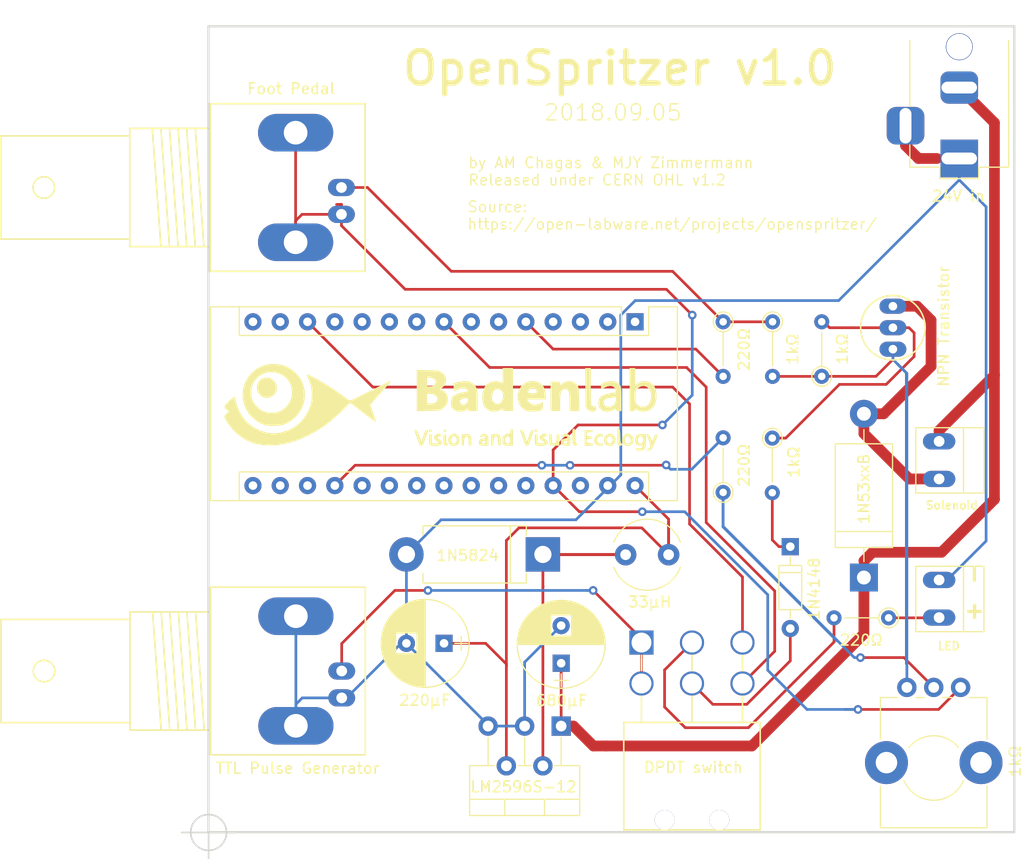
<source format=kicad_pcb>
(kicad_pcb (version 20171130) (host pcbnew "(5.0.0)")

  (general
    (thickness 1.6)
    (drawings 11)
    (tracks 206)
    (zones 0)
    (modules 27)
    (nets 43)
  )

  (page A4)
  (layers
    (0 F.Cu signal)
    (31 B.Cu signal)
    (32 B.Adhes user)
    (33 F.Adhes user)
    (34 B.Paste user)
    (35 F.Paste user)
    (36 B.SilkS user)
    (37 F.SilkS user)
    (38 B.Mask user)
    (39 F.Mask user)
    (40 Dwgs.User user)
    (41 Cmts.User user)
    (42 Eco1.User user)
    (43 Eco2.User user)
    (44 Edge.Cuts user)
    (45 Margin user)
    (46 B.CrtYd user)
    (47 F.CrtYd user)
    (48 B.Fab user)
    (49 F.Fab user)
  )

  (setup
    (last_trace_width 0.25)
    (trace_clearance 0.2)
    (zone_clearance 0.508)
    (zone_45_only no)
    (trace_min 0.2)
    (segment_width 0.2)
    (edge_width 0.2)
    (via_size 0.8)
    (via_drill 0.4)
    (via_min_size 0.4)
    (via_min_drill 0.3)
    (uvia_size 0.3)
    (uvia_drill 0.1)
    (uvias_allowed no)
    (uvia_min_size 0.2)
    (uvia_min_drill 0.1)
    (pcb_text_width 0.3)
    (pcb_text_size 1.5 1.5)
    (mod_edge_width 0.15)
    (mod_text_size 1 1)
    (mod_text_width 0.15)
    (pad_size 1.51 3.01)
    (pad_drill 1)
    (pad_to_mask_clearance 0.2)
    (aux_axis_origin 100 75)
    (grid_origin 100 149.95)
    (visible_elements 7FFFFFFF)
    (pcbplotparams
      (layerselection 0x3ffff_ffffffff)
      (usegerberextensions false)
      (usegerberattributes false)
      (usegerberadvancedattributes false)
      (creategerberjobfile false)
      (excludeedgelayer true)
      (linewidth 0.100000)
      (plotframeref false)
      (viasonmask false)
      (mode 1)
      (useauxorigin false)
      (hpglpennumber 1)
      (hpglpenspeed 20)
      (hpglpendiameter 15.000000)
      (psnegative false)
      (psa4output false)
      (plotreference true)
      (plotvalue true)
      (plotinvisibletext false)
      (padsonsilk false)
      (subtractmaskfromsilk false)
      (outputformat 1)
      (mirror false)
      (drillshape 0)
      (scaleselection 1)
      (outputdirectory "gerber/"))
  )

  (net 0 "")
  (net 1 "Net-(A1-Pad16)")
  (net 2 "Net-(A1-Pad15)")
  (net 3 "Net-(A1-Pad30)")
  (net 4 "Net-(A1-Pad14)")
  (net 5 GNDREF)
  (net 6 "Net-(A1-Pad13)")
  (net 7 "Net-(A1-Pad28)")
  (net 8 "Net-(A1-Pad12)")
  (net 9 "Net-(A1-Pad27)")
  (net 10 "Net-(A1-Pad11)")
  (net 11 "Net-(A1-Pad26)")
  (net 12 "Net-(A1-Pad10)")
  (net 13 "Net-(A1-Pad25)")
  (net 14 "Net-(A1-Pad9)")
  (net 15 "Net-(A1-Pad24)")
  (net 16 "Net-(A1-Pad8)")
  (net 17 "Net-(A1-Pad23)")
  (net 18 "Net-(A1-Pad7)")
  (net 19 "Net-(A1-Pad22)")
  (net 20 "Net-(A1-Pad6)")
  (net 21 "Net-(A1-Pad21)")
  (net 22 "Net-(A1-Pad5)")
  (net 23 "Net-(A1-Pad20)")
  (net 24 "Net-(A1-Pad19)")
  (net 25 "Net-(A1-Pad3)")
  (net 26 "Net-(A1-Pad18)")
  (net 27 "Net-(A1-Pad2)")
  (net 28 "Net-(A1-Pad17)")
  (net 29 "Net-(A1-Pad1)")
  (net 30 "Net-(D1-Pad2)")
  (net 31 "Net-(D2-Pad2)")
  (net 32 "Net-(D2-Pad1)")
  (net 33 "Net-(D3-Pad2)")
  (net 34 "Net-(J1-Pad1)")
  (net 35 "Net-(Q1-Pad2)")
  (net 36 "Net-(R1-Pad1)")
  (net 37 "Net-(R2-Pad2)")
  (net 38 "Net-(C1-Pad1)")
  (net 39 "Net-(D4-Pad1)")
  (net 40 "Net-(A1-Pad4)")
  (net 41 "Net-(J4-Pad1)")
  (net 42 "Net-(Q1-Pad1)")

  (net_class Default "This is the default net class."
    (clearance 0.2)
    (trace_width 0.25)
    (via_dia 0.8)
    (via_drill 0.4)
    (uvia_dia 0.3)
    (uvia_drill 0.1)
    (add_net GNDREF)
    (add_net "Net-(A1-Pad1)")
    (add_net "Net-(A1-Pad10)")
    (add_net "Net-(A1-Pad11)")
    (add_net "Net-(A1-Pad12)")
    (add_net "Net-(A1-Pad13)")
    (add_net "Net-(A1-Pad14)")
    (add_net "Net-(A1-Pad15)")
    (add_net "Net-(A1-Pad16)")
    (add_net "Net-(A1-Pad17)")
    (add_net "Net-(A1-Pad18)")
    (add_net "Net-(A1-Pad19)")
    (add_net "Net-(A1-Pad2)")
    (add_net "Net-(A1-Pad20)")
    (add_net "Net-(A1-Pad21)")
    (add_net "Net-(A1-Pad22)")
    (add_net "Net-(A1-Pad23)")
    (add_net "Net-(A1-Pad24)")
    (add_net "Net-(A1-Pad25)")
    (add_net "Net-(A1-Pad26)")
    (add_net "Net-(A1-Pad27)")
    (add_net "Net-(A1-Pad28)")
    (add_net "Net-(A1-Pad3)")
    (add_net "Net-(A1-Pad30)")
    (add_net "Net-(A1-Pad4)")
    (add_net "Net-(A1-Pad5)")
    (add_net "Net-(A1-Pad6)")
    (add_net "Net-(A1-Pad7)")
    (add_net "Net-(A1-Pad8)")
    (add_net "Net-(A1-Pad9)")
    (add_net "Net-(C1-Pad1)")
    (add_net "Net-(D1-Pad2)")
    (add_net "Net-(D2-Pad1)")
    (add_net "Net-(D2-Pad2)")
    (add_net "Net-(D4-Pad1)")
    (add_net "Net-(J1-Pad1)")
    (add_net "Net-(J4-Pad1)")
    (add_net "Net-(Q1-Pad1)")
    (add_net "Net-(Q1-Pad2)")
    (add_net "Net-(R1-Pad1)")
    (add_net "Net-(R2-Pad2)")
  )

  (net_class 24V ""
    (clearance 0.4)
    (trace_width 1)
    (via_dia 0.8)
    (via_drill 0.4)
    (uvia_dia 0.3)
    (uvia_drill 0.1)
    (add_net "Net-(D3-Pad2)")
  )

  (module Resistor_THT:R_Axial_DIN0204_L3.6mm_D1.6mm_P5.08mm_Vertical (layer F.Cu) (tedit 5B9013E8) (tstamp 5B59A65D)
    (at 147.9 102.5 270)
    (descr "Resistor, Axial_DIN0204 series, Axial, Vertical, pin pitch=5.08mm, 0.167W, length*diameter=3.6*1.6mm^2, http://cdn-reichelt.de/documents/datenblatt/B400/1_4W%23YAG.pdf")
    (tags "Resistor Axial_DIN0204 series Axial Vertical pin pitch 5.08mm 0.167W length 3.6mm diameter 1.6mm")
    (path /5B59AAD4)
    (fp_text reference "" (at 2.54 -1.92 270) (layer F.SilkS)
      (effects (font (size 1 1) (thickness 0.15)))
    )
    (fp_text value 220Ω (at 2.575 -1.95 270) (layer F.SilkS)
      (effects (font (size 1 1) (thickness 0.15)))
    )
    (fp_text user %R (at 2.54 -1.92 270) (layer F.Fab)
      (effects (font (size 1 1) (thickness 0.15)))
    )
    (fp_line (start 6.03 -1.05) (end -1.05 -1.05) (layer F.CrtYd) (width 0.05))
    (fp_line (start 6.03 1.05) (end 6.03 -1.05) (layer F.CrtYd) (width 0.05))
    (fp_line (start -1.05 1.05) (end 6.03 1.05) (layer F.CrtYd) (width 0.05))
    (fp_line (start -1.05 -1.05) (end -1.05 1.05) (layer F.CrtYd) (width 0.05))
    (fp_line (start 0.92 0) (end 4.08 0) (layer F.SilkS) (width 0.12))
    (fp_line (start 0 0) (end 5.08 0) (layer F.Fab) (width 0.1))
    (fp_circle (center 0 0) (end 0.92 0) (layer F.SilkS) (width 0.12))
    (fp_circle (center 0 0) (end 0.8 0) (layer F.Fab) (width 0.1))
    (pad 2 thru_hole oval (at 5.08 0 270) (size 1.4 1.4) (drill 0.7) (layers *.Cu *.Mask)
      (net 22 "Net-(A1-Pad5)"))
    (pad 1 thru_hole circle (at 0 0 270) (size 1.4 1.4) (drill 0.7) (layers *.Cu *.Mask)
      (net 34 "Net-(J1-Pad1)"))
    (model ${KISYS3DMOD}/Resistor_THT.3dshapes/R_Axial_DIN0204_L3.6mm_D1.6mm_P5.08mm_Horizontal.wrl
      (at (xyz 0 0 0))
      (scale (xyz 1 1 1))
      (rotate (xyz 0 0 0))
    )
  )

  (module Resistor_THT:R_Axial_DIN0204_L3.6mm_D1.6mm_P5.08mm_Vertical (layer F.Cu) (tedit 5B9013DE) (tstamp 5B59A679)
    (at 152.5 102.5 270)
    (descr "Resistor, Axial_DIN0204 series, Axial, Vertical, pin pitch=5.08mm, 0.167W, length*diameter=3.6*1.6mm^2, http://cdn-reichelt.de/documents/datenblatt/B400/1_4W%23YAG.pdf")
    (tags "Resistor Axial_DIN0204 series Axial Vertical pin pitch 5.08mm 0.167W length 3.6mm diameter 1.6mm")
    (path /5B59A334)
    (fp_text reference "" (at 2.54 -1.92 270) (layer F.SilkS)
      (effects (font (size 1 1) (thickness 0.15)))
    )
    (fp_text value 1kΩ (at 2.55 -1.875 270) (layer F.SilkS)
      (effects (font (size 1 1) (thickness 0.15)))
    )
    (fp_text user %R (at 2.54 -1.92 270) (layer F.Fab)
      (effects (font (size 1 1) (thickness 0.15)))
    )
    (fp_line (start 6.03 -1.05) (end -1.05 -1.05) (layer F.CrtYd) (width 0.05))
    (fp_line (start 6.03 1.05) (end 6.03 -1.05) (layer F.CrtYd) (width 0.05))
    (fp_line (start -1.05 1.05) (end 6.03 1.05) (layer F.CrtYd) (width 0.05))
    (fp_line (start -1.05 -1.05) (end -1.05 1.05) (layer F.CrtYd) (width 0.05))
    (fp_line (start 0.92 0) (end 4.08 0) (layer F.SilkS) (width 0.12))
    (fp_line (start 0 0) (end 5.08 0) (layer F.Fab) (width 0.1))
    (fp_circle (center 0 0) (end 0.92 0) (layer F.SilkS) (width 0.12))
    (fp_circle (center 0 0) (end 0.8 0) (layer F.Fab) (width 0.1))
    (pad 2 thru_hole oval (at 5.08 0 270) (size 1.4 1.4) (drill 0.7) (layers *.Cu *.Mask)
      (net 42 "Net-(Q1-Pad1)"))
    (pad 1 thru_hole circle (at 0 0 270) (size 1.4 1.4) (drill 0.7) (layers *.Cu *.Mask)
      (net 34 "Net-(J1-Pad1)"))
    (model ${KISYS3DMOD}/Resistor_THT.3dshapes/R_Axial_DIN0204_L3.6mm_D1.6mm_P5.08mm_Horizontal.wrl
      (at (xyz 0 0 0))
      (scale (xyz 1 1 1))
      (rotate (xyz 0 0 0))
    )
  )

  (module Resistor_THT:R_Axial_DIN0204_L3.6mm_D1.6mm_P5.08mm_Vertical (layer F.Cu) (tedit 5B9013D6) (tstamp 5B59A687)
    (at 157.075 107.575 90)
    (descr "Resistor, Axial_DIN0204 series, Axial, Vertical, pin pitch=5.08mm, 0.167W, length*diameter=3.6*1.6mm^2, http://cdn-reichelt.de/documents/datenblatt/B400/1_4W%23YAG.pdf")
    (tags "Resistor Axial_DIN0204 series Axial Vertical pin pitch 5.08mm 0.167W length 3.6mm diameter 1.6mm")
    (path /5B599FD1)
    (fp_text reference "" (at 2.54 -1.92 90) (layer F.SilkS)
      (effects (font (size 1 1) (thickness 0.15)))
    )
    (fp_text value 1kΩ (at 2.54 1.92 90) (layer F.SilkS)
      (effects (font (size 1 1) (thickness 0.15)))
    )
    (fp_text user %R (at 2.54 -1.92 90) (layer F.Fab)
      (effects (font (size 1 1) (thickness 0.15)))
    )
    (fp_line (start 6.03 -1.05) (end -1.05 -1.05) (layer F.CrtYd) (width 0.05))
    (fp_line (start 6.03 1.05) (end 6.03 -1.05) (layer F.CrtYd) (width 0.05))
    (fp_line (start -1.05 1.05) (end 6.03 1.05) (layer F.CrtYd) (width 0.05))
    (fp_line (start -1.05 -1.05) (end -1.05 1.05) (layer F.CrtYd) (width 0.05))
    (fp_line (start 0.92 0) (end 4.08 0) (layer F.SilkS) (width 0.12))
    (fp_line (start 0 0) (end 5.08 0) (layer F.Fab) (width 0.1))
    (fp_circle (center 0 0) (end 0.92 0) (layer F.SilkS) (width 0.12))
    (fp_circle (center 0 0) (end 0.8 0) (layer F.Fab) (width 0.1))
    (pad 2 thru_hole oval (at 5.08 0 90) (size 1.4 1.4) (drill 0.7) (layers *.Cu *.Mask)
      (net 35 "Net-(Q1-Pad2)"))
    (pad 1 thru_hole circle (at 0 0 90) (size 1.4 1.4) (drill 0.7) (layers *.Cu *.Mask)
      (net 42 "Net-(Q1-Pad1)"))
    (model ${KISYS3DMOD}/Resistor_THT.3dshapes/R_Axial_DIN0204_L3.6mm_D1.6mm_P5.08mm_Horizontal.wrl
      (at (xyz 0 0 0))
      (scale (xyz 1 1 1))
      (rotate (xyz 0 0 0))
    )
  )

  (module Resistor_THT:R_Axial_DIN0204_L3.6mm_D1.6mm_P5.08mm_Vertical (layer F.Cu) (tedit 5B9012EE) (tstamp 5B59A66B)
    (at 152.475 113.325 270)
    (descr "Resistor, Axial_DIN0204 series, Axial, Vertical, pin pitch=5.08mm, 0.167W, length*diameter=3.6*1.6mm^2, http://cdn-reichelt.de/documents/datenblatt/B400/1_4W%23YAG.pdf")
    (tags "Resistor Axial_DIN0204 series Axial Vertical pin pitch 5.08mm 0.167W length 3.6mm diameter 1.6mm")
    (path /5B599C75)
    (fp_text reference "" (at 2.54 -1.92 270) (layer F.SilkS)
      (effects (font (size 1 1) (thickness 0.15)))
    )
    (fp_text value 1kΩ (at 2.225 -2 270) (layer F.SilkS)
      (effects (font (size 1 1) (thickness 0.15)))
    )
    (fp_text user %R (at 2.54 -1.92 270) (layer F.Fab)
      (effects (font (size 1 1) (thickness 0.15)))
    )
    (fp_line (start 6.03 -1.05) (end -1.05 -1.05) (layer F.CrtYd) (width 0.05))
    (fp_line (start 6.03 1.05) (end 6.03 -1.05) (layer F.CrtYd) (width 0.05))
    (fp_line (start -1.05 1.05) (end 6.03 1.05) (layer F.CrtYd) (width 0.05))
    (fp_line (start -1.05 -1.05) (end -1.05 1.05) (layer F.CrtYd) (width 0.05))
    (fp_line (start 0.92 0) (end 4.08 0) (layer F.SilkS) (width 0.12))
    (fp_line (start 0 0) (end 5.08 0) (layer F.Fab) (width 0.1))
    (fp_circle (center 0 0) (end 0.92 0) (layer F.SilkS) (width 0.12))
    (fp_circle (center 0 0) (end 0.8 0) (layer F.Fab) (width 0.1))
    (pad 2 thru_hole oval (at 5.08 0 270) (size 1.4 1.4) (drill 0.7) (layers *.Cu *.Mask)
      (net 32 "Net-(D2-Pad1)"))
    (pad 1 thru_hole circle (at 0 0 270) (size 1.4 1.4) (drill 0.7) (layers *.Cu *.Mask)
      (net 35 "Net-(Q1-Pad2)"))
    (model ${KISYS3DMOD}/Resistor_THT.3dshapes/R_Axial_DIN0204_L3.6mm_D1.6mm_P5.08mm_Horizontal.wrl
      (at (xyz 0 0 0))
      (scale (xyz 1 1 1))
      (rotate (xyz 0 0 0))
    )
  )

  (module Resistor_THT:R_Axial_DIN0204_L3.6mm_D1.6mm_P5.08mm_Vertical (layer F.Cu) (tedit 5B9012F2) (tstamp 5B59A641)
    (at 147.9 118.375 90)
    (descr "Resistor, Axial_DIN0204 series, Axial, Vertical, pin pitch=5.08mm, 0.167W, length*diameter=3.6*1.6mm^2, http://cdn-reichelt.de/documents/datenblatt/B400/1_4W%23YAG.pdf")
    (tags "Resistor Axial_DIN0204 series Axial Vertical pin pitch 5.08mm 0.167W length 3.6mm diameter 1.6mm")
    (path /5B59B8E2)
    (fp_text reference "" (at 2.54 -1.92 90) (layer F.SilkS)
      (effects (font (size 1 1) (thickness 0.15)))
    )
    (fp_text value 220Ω (at 2.525 1.95 90) (layer F.SilkS)
      (effects (font (size 1 1) (thickness 0.15)))
    )
    (fp_text user %R (at 2.54 -1.92 90) (layer F.Fab)
      (effects (font (size 1 1) (thickness 0.15)))
    )
    (fp_line (start 6.03 -1.05) (end -1.05 -1.05) (layer F.CrtYd) (width 0.05))
    (fp_line (start 6.03 1.05) (end 6.03 -1.05) (layer F.CrtYd) (width 0.05))
    (fp_line (start -1.05 1.05) (end 6.03 1.05) (layer F.CrtYd) (width 0.05))
    (fp_line (start -1.05 -1.05) (end -1.05 1.05) (layer F.CrtYd) (width 0.05))
    (fp_line (start 0.92 0) (end 4.08 0) (layer F.SilkS) (width 0.12))
    (fp_line (start 0 0) (end 5.08 0) (layer F.Fab) (width 0.1))
    (fp_circle (center 0 0) (end 0.92 0) (layer F.SilkS) (width 0.12))
    (fp_circle (center 0 0) (end 0.8 0) (layer F.Fab) (width 0.1))
    (pad 2 thru_hole oval (at 5.08 0 90) (size 1.4 1.4) (drill 0.7) (layers *.Cu *.Mask)
      (net 24 "Net-(A1-Pad19)"))
    (pad 1 thru_hole circle (at 0 0 90) (size 1.4 1.4) (drill 0.7) (layers *.Cu *.Mask)
      (net 36 "Net-(R1-Pad1)"))
    (model ${KISYS3DMOD}/Resistor_THT.3dshapes/R_Axial_DIN0204_L3.6mm_D1.6mm_P5.08mm_Horizontal.wrl
      (at (xyz 0 0 0))
      (scale (xyz 1 1 1))
      (rotate (xyz 0 0 0))
    )
  )

  (module Capacitors_THT:CP_Radial_D8.0mm_P3.50mm (layer F.Cu) (tedit 5B8ED5EE) (tstamp 5B630A72)
    (at 121.925 132.425 180)
    (descr "CP, Radial series, Radial, pin pitch=3.50mm, , diameter=8mm, Electrolytic Capacitor")
    (tags "CP Radial series Radial pin pitch 3.50mm  diameter 8mm Electrolytic Capacitor")
    (path /5B6A86A9)
    (fp_text reference "" (at 1.75 -5.31 180) (layer F.SilkS) hide
      (effects (font (size 1 1) (thickness 0.15)))
    )
    (fp_text value 220μF (at 1.8 -5.3) (layer F.SilkS)
      (effects (font (size 1 1) (thickness 0.15)))
    )
    (fp_text user %R (at 1.75 0 -90) (layer F.Fab)
      (effects (font (size 1 1) (thickness 0.15)))
    )
    (fp_line (start 6.1 -4.35) (end -2.6 -4.35) (layer F.CrtYd) (width 0.05))
    (fp_line (start 6.1 4.35) (end 6.1 -4.35) (layer F.CrtYd) (width 0.05))
    (fp_line (start -2.6 4.35) (end 6.1 4.35) (layer F.CrtYd) (width 0.05))
    (fp_line (start -2.6 -4.35) (end -2.6 4.35) (layer F.CrtYd) (width 0.05))
    (fp_line (start -1.6 -0.65) (end -1.6 0.65) (layer F.SilkS) (width 0.12))
    (fp_line (start -2.2 0) (end -1 0) (layer F.SilkS) (width 0.12))
    (fp_line (start 5.831 -0.246) (end 5.831 0.246) (layer F.SilkS) (width 0.12))
    (fp_line (start 5.791 -0.598) (end 5.791 0.598) (layer F.SilkS) (width 0.12))
    (fp_line (start 5.751 -0.814) (end 5.751 0.814) (layer F.SilkS) (width 0.12))
    (fp_line (start 5.711 -0.983) (end 5.711 0.983) (layer F.SilkS) (width 0.12))
    (fp_line (start 5.671 -1.127) (end 5.671 1.127) (layer F.SilkS) (width 0.12))
    (fp_line (start 5.631 -1.254) (end 5.631 1.254) (layer F.SilkS) (width 0.12))
    (fp_line (start 5.591 -1.369) (end 5.591 1.369) (layer F.SilkS) (width 0.12))
    (fp_line (start 5.551 -1.473) (end 5.551 1.473) (layer F.SilkS) (width 0.12))
    (fp_line (start 5.511 -1.57) (end 5.511 1.57) (layer F.SilkS) (width 0.12))
    (fp_line (start 5.471 -1.66) (end 5.471 1.66) (layer F.SilkS) (width 0.12))
    (fp_line (start 5.431 -1.745) (end 5.431 1.745) (layer F.SilkS) (width 0.12))
    (fp_line (start 5.391 -1.826) (end 5.391 1.826) (layer F.SilkS) (width 0.12))
    (fp_line (start 5.351 -1.902) (end 5.351 1.902) (layer F.SilkS) (width 0.12))
    (fp_line (start 5.311 -1.974) (end 5.311 1.974) (layer F.SilkS) (width 0.12))
    (fp_line (start 5.271 -2.043) (end 5.271 2.043) (layer F.SilkS) (width 0.12))
    (fp_line (start 5.231 -2.109) (end 5.231 2.109) (layer F.SilkS) (width 0.12))
    (fp_line (start 5.191 -2.173) (end 5.191 2.173) (layer F.SilkS) (width 0.12))
    (fp_line (start 5.151 -2.234) (end 5.151 2.234) (layer F.SilkS) (width 0.12))
    (fp_line (start 5.111 -2.293) (end 5.111 2.293) (layer F.SilkS) (width 0.12))
    (fp_line (start 5.071 -2.349) (end 5.071 2.349) (layer F.SilkS) (width 0.12))
    (fp_line (start 5.031 -2.404) (end 5.031 2.404) (layer F.SilkS) (width 0.12))
    (fp_line (start 4.991 -2.457) (end 4.991 2.457) (layer F.SilkS) (width 0.12))
    (fp_line (start 4.951 -2.508) (end 4.951 2.508) (layer F.SilkS) (width 0.12))
    (fp_line (start 4.911 -2.557) (end 4.911 2.557) (layer F.SilkS) (width 0.12))
    (fp_line (start 4.871 -2.605) (end 4.871 2.605) (layer F.SilkS) (width 0.12))
    (fp_line (start 4.831 -2.652) (end 4.831 2.652) (layer F.SilkS) (width 0.12))
    (fp_line (start 4.791 -2.697) (end 4.791 2.697) (layer F.SilkS) (width 0.12))
    (fp_line (start 4.751 -2.74) (end 4.751 2.74) (layer F.SilkS) (width 0.12))
    (fp_line (start 4.711 -2.783) (end 4.711 2.783) (layer F.SilkS) (width 0.12))
    (fp_line (start 4.671 -2.824) (end 4.671 2.824) (layer F.SilkS) (width 0.12))
    (fp_line (start 4.631 -2.865) (end 4.631 2.865) (layer F.SilkS) (width 0.12))
    (fp_line (start 4.591 -2.904) (end 4.591 2.904) (layer F.SilkS) (width 0.12))
    (fp_line (start 4.551 -2.942) (end 4.551 2.942) (layer F.SilkS) (width 0.12))
    (fp_line (start 4.511 -2.979) (end 4.511 2.979) (layer F.SilkS) (width 0.12))
    (fp_line (start 4.471 0.98) (end 4.471 3.015) (layer F.SilkS) (width 0.12))
    (fp_line (start 4.471 -3.015) (end 4.471 -0.98) (layer F.SilkS) (width 0.12))
    (fp_line (start 4.431 0.98) (end 4.431 3.05) (layer F.SilkS) (width 0.12))
    (fp_line (start 4.431 -3.05) (end 4.431 -0.98) (layer F.SilkS) (width 0.12))
    (fp_line (start 4.391 0.98) (end 4.391 3.084) (layer F.SilkS) (width 0.12))
    (fp_line (start 4.391 -3.084) (end 4.391 -0.98) (layer F.SilkS) (width 0.12))
    (fp_line (start 4.351 0.98) (end 4.351 3.118) (layer F.SilkS) (width 0.12))
    (fp_line (start 4.351 -3.118) (end 4.351 -0.98) (layer F.SilkS) (width 0.12))
    (fp_line (start 4.311 0.98) (end 4.311 3.15) (layer F.SilkS) (width 0.12))
    (fp_line (start 4.311 -3.15) (end 4.311 -0.98) (layer F.SilkS) (width 0.12))
    (fp_line (start 4.271 0.98) (end 4.271 3.182) (layer F.SilkS) (width 0.12))
    (fp_line (start 4.271 -3.182) (end 4.271 -0.98) (layer F.SilkS) (width 0.12))
    (fp_line (start 4.231 0.98) (end 4.231 3.213) (layer F.SilkS) (width 0.12))
    (fp_line (start 4.231 -3.213) (end 4.231 -0.98) (layer F.SilkS) (width 0.12))
    (fp_line (start 4.191 0.98) (end 4.191 3.243) (layer F.SilkS) (width 0.12))
    (fp_line (start 4.191 -3.243) (end 4.191 -0.98) (layer F.SilkS) (width 0.12))
    (fp_line (start 4.151 0.98) (end 4.151 3.272) (layer F.SilkS) (width 0.12))
    (fp_line (start 4.151 -3.272) (end 4.151 -0.98) (layer F.SilkS) (width 0.12))
    (fp_line (start 4.111 0.98) (end 4.111 3.301) (layer F.SilkS) (width 0.12))
    (fp_line (start 4.111 -3.301) (end 4.111 -0.98) (layer F.SilkS) (width 0.12))
    (fp_line (start 4.071 0.98) (end 4.071 3.329) (layer F.SilkS) (width 0.12))
    (fp_line (start 4.071 -3.329) (end 4.071 -0.98) (layer F.SilkS) (width 0.12))
    (fp_line (start 4.031 0.98) (end 4.031 3.356) (layer F.SilkS) (width 0.12))
    (fp_line (start 4.031 -3.356) (end 4.031 -0.98) (layer F.SilkS) (width 0.12))
    (fp_line (start 3.991 0.98) (end 3.991 3.383) (layer F.SilkS) (width 0.12))
    (fp_line (start 3.991 -3.383) (end 3.991 -0.98) (layer F.SilkS) (width 0.12))
    (fp_line (start 3.951 0.98) (end 3.951 3.408) (layer F.SilkS) (width 0.12))
    (fp_line (start 3.951 -3.408) (end 3.951 -0.98) (layer F.SilkS) (width 0.12))
    (fp_line (start 3.911 0.98) (end 3.911 3.434) (layer F.SilkS) (width 0.12))
    (fp_line (start 3.911 -3.434) (end 3.911 -0.98) (layer F.SilkS) (width 0.12))
    (fp_line (start 3.871 0.98) (end 3.871 3.458) (layer F.SilkS) (width 0.12))
    (fp_line (start 3.871 -3.458) (end 3.871 -0.98) (layer F.SilkS) (width 0.12))
    (fp_line (start 3.831 0.98) (end 3.831 3.482) (layer F.SilkS) (width 0.12))
    (fp_line (start 3.831 -3.482) (end 3.831 -0.98) (layer F.SilkS) (width 0.12))
    (fp_line (start 3.791 0.98) (end 3.791 3.505) (layer F.SilkS) (width 0.12))
    (fp_line (start 3.791 -3.505) (end 3.791 -0.98) (layer F.SilkS) (width 0.12))
    (fp_line (start 3.751 0.98) (end 3.751 3.528) (layer F.SilkS) (width 0.12))
    (fp_line (start 3.751 -3.528) (end 3.751 -0.98) (layer F.SilkS) (width 0.12))
    (fp_line (start 3.711 0.98) (end 3.711 3.55) (layer F.SilkS) (width 0.12))
    (fp_line (start 3.711 -3.55) (end 3.711 -0.98) (layer F.SilkS) (width 0.12))
    (fp_line (start 3.671 0.98) (end 3.671 3.572) (layer F.SilkS) (width 0.12))
    (fp_line (start 3.671 -3.572) (end 3.671 -0.98) (layer F.SilkS) (width 0.12))
    (fp_line (start 3.631 0.98) (end 3.631 3.593) (layer F.SilkS) (width 0.12))
    (fp_line (start 3.631 -3.593) (end 3.631 -0.98) (layer F.SilkS) (width 0.12))
    (fp_line (start 3.591 0.98) (end 3.591 3.613) (layer F.SilkS) (width 0.12))
    (fp_line (start 3.591 -3.613) (end 3.591 -0.98) (layer F.SilkS) (width 0.12))
    (fp_line (start 3.551 0.98) (end 3.551 3.633) (layer F.SilkS) (width 0.12))
    (fp_line (start 3.551 -3.633) (end 3.551 -0.98) (layer F.SilkS) (width 0.12))
    (fp_line (start 3.511 0.98) (end 3.511 3.652) (layer F.SilkS) (width 0.12))
    (fp_line (start 3.511 -3.652) (end 3.511 -0.98) (layer F.SilkS) (width 0.12))
    (fp_line (start 3.471 0.98) (end 3.471 3.671) (layer F.SilkS) (width 0.12))
    (fp_line (start 3.471 -3.671) (end 3.471 -0.98) (layer F.SilkS) (width 0.12))
    (fp_line (start 3.431 0.98) (end 3.431 3.69) (layer F.SilkS) (width 0.12))
    (fp_line (start 3.431 -3.69) (end 3.431 -0.98) (layer F.SilkS) (width 0.12))
    (fp_line (start 3.391 0.98) (end 3.391 3.707) (layer F.SilkS) (width 0.12))
    (fp_line (start 3.391 -3.707) (end 3.391 -0.98) (layer F.SilkS) (width 0.12))
    (fp_line (start 3.351 0.98) (end 3.351 3.725) (layer F.SilkS) (width 0.12))
    (fp_line (start 3.351 -3.725) (end 3.351 -0.98) (layer F.SilkS) (width 0.12))
    (fp_line (start 3.311 0.98) (end 3.311 3.741) (layer F.SilkS) (width 0.12))
    (fp_line (start 3.311 -3.741) (end 3.311 -0.98) (layer F.SilkS) (width 0.12))
    (fp_line (start 3.271 0.98) (end 3.271 3.758) (layer F.SilkS) (width 0.12))
    (fp_line (start 3.271 -3.758) (end 3.271 -0.98) (layer F.SilkS) (width 0.12))
    (fp_line (start 3.231 0.98) (end 3.231 3.773) (layer F.SilkS) (width 0.12))
    (fp_line (start 3.231 -3.773) (end 3.231 -0.98) (layer F.SilkS) (width 0.12))
    (fp_line (start 3.191 0.98) (end 3.191 3.789) (layer F.SilkS) (width 0.12))
    (fp_line (start 3.191 -3.789) (end 3.191 -0.98) (layer F.SilkS) (width 0.12))
    (fp_line (start 3.151 0.98) (end 3.151 3.803) (layer F.SilkS) (width 0.12))
    (fp_line (start 3.151 -3.803) (end 3.151 -0.98) (layer F.SilkS) (width 0.12))
    (fp_line (start 3.111 0.98) (end 3.111 3.818) (layer F.SilkS) (width 0.12))
    (fp_line (start 3.111 -3.818) (end 3.111 -0.98) (layer F.SilkS) (width 0.12))
    (fp_line (start 3.071 0.98) (end 3.071 3.832) (layer F.SilkS) (width 0.12))
    (fp_line (start 3.071 -3.832) (end 3.071 -0.98) (layer F.SilkS) (width 0.12))
    (fp_line (start 3.031 0.98) (end 3.031 3.845) (layer F.SilkS) (width 0.12))
    (fp_line (start 3.031 -3.845) (end 3.031 -0.98) (layer F.SilkS) (width 0.12))
    (fp_line (start 2.991 0.98) (end 2.991 3.858) (layer F.SilkS) (width 0.12))
    (fp_line (start 2.991 -3.858) (end 2.991 -0.98) (layer F.SilkS) (width 0.12))
    (fp_line (start 2.951 0.98) (end 2.951 3.87) (layer F.SilkS) (width 0.12))
    (fp_line (start 2.951 -3.87) (end 2.951 -0.98) (layer F.SilkS) (width 0.12))
    (fp_line (start 2.911 0.98) (end 2.911 3.883) (layer F.SilkS) (width 0.12))
    (fp_line (start 2.911 -3.883) (end 2.911 -0.98) (layer F.SilkS) (width 0.12))
    (fp_line (start 2.871 0.98) (end 2.871 3.894) (layer F.SilkS) (width 0.12))
    (fp_line (start 2.871 -3.894) (end 2.871 -0.98) (layer F.SilkS) (width 0.12))
    (fp_line (start 2.831 0.98) (end 2.831 3.905) (layer F.SilkS) (width 0.12))
    (fp_line (start 2.831 -3.905) (end 2.831 -0.98) (layer F.SilkS) (width 0.12))
    (fp_line (start 2.791 0.98) (end 2.791 3.916) (layer F.SilkS) (width 0.12))
    (fp_line (start 2.791 -3.916) (end 2.791 -0.98) (layer F.SilkS) (width 0.12))
    (fp_line (start 2.751 0.98) (end 2.751 3.926) (layer F.SilkS) (width 0.12))
    (fp_line (start 2.751 -3.926) (end 2.751 -0.98) (layer F.SilkS) (width 0.12))
    (fp_line (start 2.711 0.98) (end 2.711 3.936) (layer F.SilkS) (width 0.12))
    (fp_line (start 2.711 -3.936) (end 2.711 -0.98) (layer F.SilkS) (width 0.12))
    (fp_line (start 2.671 0.98) (end 2.671 3.946) (layer F.SilkS) (width 0.12))
    (fp_line (start 2.671 -3.946) (end 2.671 -0.98) (layer F.SilkS) (width 0.12))
    (fp_line (start 2.631 0.98) (end 2.631 3.955) (layer F.SilkS) (width 0.12))
    (fp_line (start 2.631 -3.955) (end 2.631 -0.98) (layer F.SilkS) (width 0.12))
    (fp_line (start 2.591 0.98) (end 2.591 3.963) (layer F.SilkS) (width 0.12))
    (fp_line (start 2.591 -3.963) (end 2.591 -0.98) (layer F.SilkS) (width 0.12))
    (fp_line (start 2.551 0.98) (end 2.551 3.971) (layer F.SilkS) (width 0.12))
    (fp_line (start 2.551 -3.971) (end 2.551 -0.98) (layer F.SilkS) (width 0.12))
    (fp_line (start 2.511 -3.979) (end 2.511 3.979) (layer F.SilkS) (width 0.12))
    (fp_line (start 2.471 -3.987) (end 2.471 3.987) (layer F.SilkS) (width 0.12))
    (fp_line (start 2.43 -3.994) (end 2.43 3.994) (layer F.SilkS) (width 0.12))
    (fp_line (start 2.39 -4) (end 2.39 4) (layer F.SilkS) (width 0.12))
    (fp_line (start 2.35 -4.006) (end 2.35 4.006) (layer F.SilkS) (width 0.12))
    (fp_line (start 2.31 -4.012) (end 2.31 4.012) (layer F.SilkS) (width 0.12))
    (fp_line (start 2.27 -4.017) (end 2.27 4.017) (layer F.SilkS) (width 0.12))
    (fp_line (start 2.23 -4.022) (end 2.23 4.022) (layer F.SilkS) (width 0.12))
    (fp_line (start 2.19 -4.027) (end 2.19 4.027) (layer F.SilkS) (width 0.12))
    (fp_line (start 2.15 -4.031) (end 2.15 4.031) (layer F.SilkS) (width 0.12))
    (fp_line (start 2.11 -4.035) (end 2.11 4.035) (layer F.SilkS) (width 0.12))
    (fp_line (start 2.07 -4.038) (end 2.07 4.038) (layer F.SilkS) (width 0.12))
    (fp_line (start 2.03 -4.041) (end 2.03 4.041) (layer F.SilkS) (width 0.12))
    (fp_line (start 1.99 -4.043) (end 1.99 4.043) (layer F.SilkS) (width 0.12))
    (fp_line (start 1.95 -4.046) (end 1.95 4.046) (layer F.SilkS) (width 0.12))
    (fp_line (start 1.91 -4.047) (end 1.91 4.047) (layer F.SilkS) (width 0.12))
    (fp_line (start 1.87 -4.049) (end 1.87 4.049) (layer F.SilkS) (width 0.12))
    (fp_line (start 1.83 -4.05) (end 1.83 4.05) (layer F.SilkS) (width 0.12))
    (fp_line (start 1.79 -4.05) (end 1.79 4.05) (layer F.SilkS) (width 0.12))
    (fp_line (start 1.75 -4.05) (end 1.75 4.05) (layer F.SilkS) (width 0.12))
    (fp_line (start -1.6 -0.65) (end -1.6 0.65) (layer F.Fab) (width 0.1))
    (fp_line (start -2.2 0) (end -1 0) (layer F.Fab) (width 0.1))
    (fp_circle (center 1.75 0) (end 5.84 0) (layer F.SilkS) (width 0.12))
    (fp_circle (center 1.75 0) (end 5.75 0) (layer F.Fab) (width 0.1))
    (pad 2 thru_hole circle (at 3.5 0 180) (size 1.6 1.6) (drill 0.8) (layers *.Cu *.Mask)
      (net 5 GNDREF))
    (pad 1 thru_hole rect (at 0 0 180) (size 1.6 1.6) (drill 0.8) (layers *.Cu *.Mask)
      (net 3 "Net-(A1-Pad30)"))
    (model ${KISYS3DMOD}/Capacitor_THT.3dshapes/CP_Radial_D8.0mm_P3.50mm.wrl
      (at (xyz 0 0 0))
      (scale (xyz 1 1 1))
      (rotate (xyz 0 0 0))
    )
  )

  (module Resistor_THT:R_Axial_DIN0204_L3.6mm_D1.6mm_P5.08mm_Vertical (layer F.Cu) (tedit 5B8F27AC) (tstamp 5B59A64F)
    (at 163.3 130.05 180)
    (descr "Resistor, Axial_DIN0204 series, Axial, Vertical, pin pitch=5.08mm, 0.167W, length*diameter=3.6*1.6mm^2, http://cdn-reichelt.de/documents/datenblatt/B400/1_4W%23YAG.pdf")
    (tags "Resistor Axial_DIN0204 series Axial Vertical pin pitch 5.08mm 0.167W length 3.6mm diameter 1.6mm")
    (path /5B597F7F)
    (fp_text reference "" (at 2.54 -1.92 180) (layer F.SilkS)
      (effects (font (size 1 1) (thickness 0.15)))
    )
    (fp_text value 220Ω (at 2.54 -2.075 180) (layer F.SilkS)
      (effects (font (size 1 1) (thickness 0.15)))
    )
    (fp_text user %R (at 2.54 -1.92 180) (layer F.Fab)
      (effects (font (size 1 1) (thickness 0.15)))
    )
    (fp_line (start 6.03 -1.05) (end -1.05 -1.05) (layer F.CrtYd) (width 0.05))
    (fp_line (start 6.03 1.05) (end 6.03 -1.05) (layer F.CrtYd) (width 0.05))
    (fp_line (start -1.05 1.05) (end 6.03 1.05) (layer F.CrtYd) (width 0.05))
    (fp_line (start -1.05 -1.05) (end -1.05 1.05) (layer F.CrtYd) (width 0.05))
    (fp_line (start 0.92 0) (end 4.08 0) (layer F.SilkS) (width 0.12))
    (fp_line (start 0 0) (end 5.08 0) (layer F.Fab) (width 0.1))
    (fp_circle (center 0 0) (end 0.92 0) (layer F.SilkS) (width 0.12))
    (fp_circle (center 0 0) (end 0.8 0) (layer F.Fab) (width 0.1))
    (pad 2 thru_hole oval (at 5.08 0 180) (size 1.4 1.4) (drill 0.7) (layers *.Cu *.Mask)
      (net 37 "Net-(R2-Pad2)"))
    (pad 1 thru_hole circle (at 0 0 180) (size 1.4 1.4) (drill 0.7) (layers *.Cu *.Mask)
      (net 30 "Net-(D1-Pad2)"))
    (model ${KISYS3DMOD}/Resistor_THT.3dshapes/R_Axial_DIN0204_L3.6mm_D1.6mm_P5.08mm_Horizontal.wrl
      (at (xyz 0 0 0))
      (scale (xyz 1 1 1))
      (rotate (xyz 0 0 0))
    )
  )

  (module Mounting_Holes:MountingHole_3.2mm_M3 (layer F.Cu) (tedit 56D1B4CB) (tstamp 5B9BBB99)
    (at 120 88)
    (descr "Mounting Hole 3.2mm, no annular, M3")
    (tags "mounting hole 3.2mm no annular m3")
    (attr virtual)
    (fp_text reference "" (at 0 -4.2) (layer F.SilkS) hide
      (effects (font (size 1 1) (thickness 0.15)))
    )
    (fp_text value "" (at 0 4.2) (layer F.Fab)
      (effects (font (size 1 1) (thickness 0.15)))
    )
    (fp_text user %R (at 0.3 0) (layer F.Fab)
      (effects (font (size 1 1) (thickness 0.15)))
    )
    (fp_circle (center 0 0) (end 3.2 0) (layer Cmts.User) (width 0.15))
    (fp_circle (center 0 0) (end 3.45 0) (layer F.CrtYd) (width 0.05))
    (pad 1 np_thru_hole circle (at 0 0) (size 3.2 3.2) (drill 3.2) (layers *.Cu *.Mask))
  )

  (module Mounting_Holes:MountingHole_3.2mm_M3 (layer F.Cu) (tedit 56D1B4CB) (tstamp 5B9BBB65)
    (at 120 145)
    (descr "Mounting Hole 3.2mm, no annular, M3")
    (tags "mounting hole 3.2mm no annular m3")
    (attr virtual)
    (fp_text reference "" (at 0 -4.2) (layer F.SilkS) hide
      (effects (font (size 1 1) (thickness 0.15)))
    )
    (fp_text value "" (at 0 4.2) (layer F.Fab)
      (effects (font (size 1 1) (thickness 0.15)))
    )
    (fp_circle (center 0 0) (end 3.45 0) (layer F.CrtYd) (width 0.05))
    (fp_circle (center 0 0) (end 3.2 0) (layer Cmts.User) (width 0.15))
    (fp_text user %R (at 0.3 0) (layer F.Fab)
      (effects (font (size 1 1) (thickness 0.15)))
    )
    (pad 1 np_thru_hole circle (at 0 0) (size 3.2 3.2) (drill 3.2) (layers *.Cu *.Mask))
  )

  (module Maxime:maxi_DPDT_Angled (layer F.Cu) (tedit 5B8F1AB3) (tstamp 5B59A6C8)
    (at 145 132.35)
    (descr "CuK sub miniature slide switch, JS series, DPDT, right angle, http://www.ckswitches.com/media/1422/js.pdf")
    (tags "switch DPDT")
    (path /5B598C6E)
    (fp_text reference "" (at 2.5 1.5) (layer F.SilkS) hide
      (effects (font (size 1 1) (thickness 0.15)))
    )
    (fp_text value "DPDT switch" (at 0.13 11.62 180) (layer F.SilkS)
      (effects (font (size 1 1) (thickness 0.15)))
    )
    (fp_line (start -6.35 17.435) (end 6.35 17.435) (layer F.SilkS) (width 0.15))
    (fp_line (start 6.35 7.435) (end 6.35 17.435) (layer F.SilkS) (width 0.15))
    (fp_line (start -6.35 7.435) (end 6.35 7.435) (layer F.SilkS) (width 0.15))
    (fp_line (start -6.35 7.435) (end -6.35 17.435) (layer F.SilkS) (width 0.15))
    (fp_line (start 3.11 17.435) (end 3.11 19.435) (layer F.Fab) (width 0.15))
    (fp_line (start -3.11 19.435) (end 3.11 19.435) (layer F.Fab) (width 0.15))
    (fp_line (start -3.11 17.435) (end -3.11 19.435) (layer F.Fab) (width 0.15))
    (fp_text user "" (at 3.5 8) (layer F.Fab)
      (effects (font (size 1 1) (thickness 0.15)))
    )
    (fp_line (start -6.35 -2) (end -6.35 7.435) (layer F.CrtYd) (width 0.15))
    (fp_line (start 6.35 -2) (end 6.35 7.435) (layer F.CrtYd) (width 0.15))
    (fp_line (start -6.35 -2) (end 6.35 -2) (layer F.CrtYd) (width 0.15))
    (fp_line (start 0 5) (end 0 7.435) (layer F.SilkS) (width 0.15))
    (fp_line (start 4.7 5) (end 4.7 7.435) (layer F.SilkS) (width 0.15))
    (fp_line (start -4.7 5) (end -4.7 7.435) (layer F.SilkS) (width 0.15))
    (fp_line (start 0 1.2) (end 0 2.6) (layer F.SilkS) (width 0.15))
    (fp_line (start 4.7 1.2) (end 4.7 2.6) (layer F.SilkS) (width 0.15))
    (fp_line (start -4.7 1.2) (end -4.7 2.6) (layer F.SilkS) (width 0.15))
    (pad 1 thru_hole rect (at -4.7 0) (size 2.25 2.25) (drill 1.85) (layers *.Cu *.Mask)
      (net 41 "Net-(J4-Pad1)"))
    (pad 2 thru_hole circle (at 0 0) (size 2.25 2.25) (drill 1.85) (layers *.Cu *.Mask)
      (net 37 "Net-(R2-Pad2)"))
    (pad 3 thru_hole circle (at 4.7 0) (size 2.25 2.25) (drill 1.85) (layers *.Cu *.Mask)
      (net 6 "Net-(A1-Pad13)"))
    (pad 4 thru_hole circle (at -4.7 3.81) (size 2.25 2.25) (drill 1.85) (layers *.Cu *.Mask)
      (net 41 "Net-(J4-Pad1)"))
    (pad 5 thru_hole circle (at 0 3.81) (size 2.25 2.25) (drill 1.85) (layers *.Cu *.Mask)
      (net 31 "Net-(D2-Pad2)"))
    (pad 6 thru_hole circle (at 4.7 3.81) (size 2.25 2.25) (drill 1.85) (layers *.Cu *.Mask)
      (net 16 "Net-(A1-Pad8)"))
    (pad 7 thru_hole circle (at -2.54 16.51) (size 1.85 1.85) (drill 1.85) (layers *.Cu *.Mask))
    (pad 8 thru_hole circle (at 2.54 16.51) (size 1.85 1.85) (drill 1.85) (layers *.Cu *.Mask))
    (model ${KISYS3DMOD}/Buttons_Switches_THT.3dshapes/SW_CuK_JS202011AQN_DPDT_Angled.wrl
      (at (xyz 0 0 0))
      (scale (xyz 1 1 1))
      (rotate (xyz 0 0 0))
    )
  )

  (module Maxime:maxi_PINHEAD1-2 (layer F.Cu) (tedit 5B8F1E0A) (tstamp 5B59A5CA)
    (at 169 126.525 270)
    (path /5B597FD7)
    (fp_text reference "" (at 1.25 -4 270) (layer F.SilkS) hide
      (effects (font (size 1 1) (thickness 0.15)))
    )
    (fp_text value LED (at 6.15 0.1) (layer F.SilkS)
      (effects (font (size 0.75 0.75) (thickness 0.15)))
    )
    (fp_line (start 4.81 -1.27) (end -1.27 -1.27) (layer F.SilkS) (width 0.12))
    (fp_line (start 4.81 3.17) (end -1.27 3.17) (layer F.SilkS) (width 0.12))
    (fp_line (start -1.27 -3.17) (end 4.81 -3.17) (layer F.SilkS) (width 0.12))
    (fp_line (start -1.27 -3.17) (end -1.27 3.17) (layer F.SilkS) (width 0.12))
    (fp_line (start 4.81 -3.17) (end 4.81 3.17) (layer F.SilkS) (width 0.12))
    (fp_line (start -1.52 -3.42) (end 5.06 -3.42) (layer F.CrtYd) (width 0.05))
    (fp_line (start -1.52 -3.42) (end -1.52 3.42) (layer F.CrtYd) (width 0.05))
    (fp_line (start 5.06 3.42) (end 5.06 -3.42) (layer F.CrtYd) (width 0.05))
    (fp_line (start 5.06 3.42) (end -1.52 3.42) (layer F.CrtYd) (width 0.05))
    (pad 1 thru_hole oval (at 0 1 270) (size 1.51 3.01) (drill 1) (layers *.Cu *.Mask)
      (net 5 GNDREF))
    (pad 2 thru_hole oval (at 3.5 1 270) (size 1.51 3.01) (drill 1) (layers *.Cu *.Mask)
      (net 30 "Net-(D1-Pad2)"))
  )

  (module Maxime:BarrelJack_Horizontal_maxime (layer F.Cu) (tedit 5B8ED641) (tstamp 5B59A61A)
    (at 169.875 72.8 270)
    (descr "DC Barrel Jack")
    (tags "Power Jack")
    (path /5B5AF380)
    (fp_text reference "" (at 5.57 5.75 270) (layer F.SilkS) hide
      (effects (font (size 1 1) (thickness 0.15)))
    )
    (fp_text value "24V in" (at 18 0.075 180) (layer F.SilkS)
      (effects (font (size 1 1) (thickness 0.15)))
    )
    (fp_line (start 14.02 -4.5) (end 0.32 -4.5) (layer F.Fab) (width 0.1))
    (fp_line (start 15.2 4.5) (end 15.2 -3.75) (layer F.Fab) (width 0.1))
    (fp_line (start 0.32 4.5) (end 15.2 4.5) (layer F.Fab) (width 0.1))
    (fp_line (start 0.32 -4.5) (end 0.32 4.5) (layer F.Fab) (width 0.1))
    (fp_line (start 3.5 -4.5) (end 3.5 4.5) (layer F.Fab) (width 0.1))
    (fp_line (start 15.31 -4.6) (end 15.31 -1.81) (layer F.SilkS) (width 0.12))
    (fp_line (start 3.5 -4.59) (end 15.31 -4.6) (layer F.SilkS) (width 0.12))
    (fp_line (start 15.3 4.6) (end 13.25 4.6) (layer F.SilkS) (width 0.12))
    (fp_line (start 15.31 1.81) (end 15.31 4.6) (layer F.SilkS) (width 0.12))
    (fp_line (start 9.65 4.6) (end 3.5 4.6) (layer F.SilkS) (width 0.12))
    (fp_line (start 0.02 4.75) (end 0.02 -4.75) (layer F.CrtYd) (width 0.05))
    (fp_line (start 9.59 4.75) (end 0.02 4.75) (layer F.CrtYd) (width 0.05))
    (fp_line (start 9.59 6.8) (end 9.59 4.75) (layer F.CrtYd) (width 0.05))
    (fp_line (start 9.59 6.8) (end 13.3 6.8) (layer F.CrtYd) (width 0.05))
    (fp_line (start 13.3 4.75) (end 13.3 6.75) (layer F.CrtYd) (width 0.05))
    (fp_line (start 15.53 4.75) (end 13.3 4.75) (layer F.CrtYd) (width 0.05))
    (fp_line (start 15.53 2) (end 15.53 4.75) (layer F.CrtYd) (width 0.05))
    (fp_line (start 16.5 2) (end 15.53 2) (layer F.CrtYd) (width 0.05))
    (fp_line (start 16.5 -2) (end 16.5 2) (layer F.CrtYd) (width 0.05))
    (fp_line (start 15.02 -2) (end 16.5 -2) (layer F.CrtYd) (width 0.05))
    (fp_line (start 15.02 -4.5) (end 15.02 -2) (layer F.CrtYd) (width 0.05))
    (fp_line (start 15.02 -4.75) (end 0.02 -4.75) (layer F.CrtYd) (width 0.05))
    (fp_line (start 15.02 -4.5) (end 15.02 -4.75) (layer F.CrtYd) (width 0.05))
    (fp_line (start 15.31 -1.81) (end 16.37 -1.81) (layer F.SilkS) (width 0.12))
    (fp_line (start 16.37 1.81) (end 16.37 -1.81) (layer F.SilkS) (width 0.12))
    (fp_line (start 14.016787 -4.505425) (end 15.2 -3.75) (layer F.Fab) (width 0.1))
    (fp_text user %R (at 6.5 -3.5 180) (layer F.Fab)
      (effects (font (size 1 1) (thickness 0.15)))
    )
    (fp_line (start 15.31 1.81) (end 16.37 1.81) (layer F.SilkS) (width 0.12))
    (fp_line (start 2.2 -4.7) (end 2.2 4.7) (layer Dwgs.User) (width 0.15))
    (pad 3 thru_hole roundrect (at 11.45 5 270) (size 3.5 3.5) (drill oval 3.3 1.1) (layers *.Cu *.Mask) (roundrect_rratio 0.25))
    (pad 2 thru_hole roundrect (at 7.9 0 270) (size 3 3.5) (drill oval 1.1 3.3) (layers *.Cu *.Mask) (roundrect_rratio 0.25)
      (net 38 "Net-(C1-Pad1)"))
    (pad 1 thru_hole rect (at 14.5 0 270) (size 3.5 3.5) (drill oval 1.1 3.3) (layers *.Cu *.Mask)
      (net 5 GNDREF))
    (pad 4 thru_hole circle (at 4.1 0 270) (size 2.5 2.5) (drill 2.4) (layers *.Cu *.Mask))
    (model ${KISYS3DMOD}/Connector_BarrelJack.3dshapes/BarrelJack_Horizontal.wrl
      (at (xyz 0 0 0))
      (scale (xyz 1 1 1))
      (rotate (xyz 0 0 0))
    )
    (model ${KISYS3DMOD}/conn-jacks/LUMBERG-NEB-21-R.wrl
      (offset (xyz 8 0 0))
      (scale (xyz 1 1 1))
      (rotate (xyz 0 0 0))
    )
  )

  (module Maxime:maxi_PINHEAD1-2 (layer F.Cu) (tedit 5B8F1DFD) (tstamp 5B59A629)
    (at 169 113.625 270)
    (path /5B5A981B)
    (fp_text reference "" (at 1.25 -4 270) (layer F.SilkS) hide
      (effects (font (size 1 1) (thickness 0.15)))
    )
    (fp_text value Solenoid (at 5.95 -0.175) (layer F.SilkS)
      (effects (font (size 0.75 0.75) (thickness 0.15)))
    )
    (fp_line (start 5.06 3.42) (end -1.52 3.42) (layer F.CrtYd) (width 0.05))
    (fp_line (start 5.06 3.42) (end 5.06 -3.42) (layer F.CrtYd) (width 0.05))
    (fp_line (start -1.52 -3.42) (end -1.52 3.42) (layer F.CrtYd) (width 0.05))
    (fp_line (start -1.52 -3.42) (end 5.06 -3.42) (layer F.CrtYd) (width 0.05))
    (fp_line (start 4.81 -3.17) (end 4.81 3.17) (layer F.SilkS) (width 0.12))
    (fp_line (start -1.27 -3.17) (end -1.27 3.17) (layer F.SilkS) (width 0.12))
    (fp_line (start -1.27 -3.17) (end 4.81 -3.17) (layer F.SilkS) (width 0.12))
    (fp_line (start 4.81 3.17) (end -1.27 3.17) (layer F.SilkS) (width 0.12))
    (fp_line (start 4.81 -1.27) (end -1.27 -1.27) (layer F.SilkS) (width 0.12))
    (pad 2 thru_hole oval (at 3.5 1 270) (size 1.51 3.01) (drill 1) (layers *.Cu *.Mask)
      (net 33 "Net-(D3-Pad2)"))
    (pad 1 thru_hole oval (at 0 1 270) (size 1.51 3.01) (drill 1) (layers *.Cu *.Mask)
      (net 38 "Net-(C1-Pad1)"))
  )

  (module Maxime:BNC_Socket_TYCO-AMP_LargePads (layer F.Cu) (tedit 5B8F1DBF) (tstamp 5B59A60B)
    (at 107.375 90 90)
    (descr "BNC Socket TYCO AMP")
    (tags "BNC Socket TYCO AMP")
    (path /5B59E6F8)
    (fp_text reference "" (at 0.508 9.652 90) (layer F.SilkS)
      (effects (font (size 1 1) (thickness 0.15)))
    )
    (fp_text value "Foot Pedal" (at 9.2 0.325 180) (layer F.SilkS)
      (effects (font (size 1 1) (thickness 0.15)))
    )
    (fp_line (start -5.4991 -11.80084) (end 5.4991 -12.60094) (layer F.SilkS) (width 0.15))
    (fp_line (start -5.4991 -11.00074) (end 5.4991 -11.80084) (layer F.SilkS) (width 0.15))
    (fp_line (start -5.4991 -10.20064) (end 5.4991 -11.00074) (layer F.SilkS) (width 0.15))
    (fp_line (start -5.4991 -9.40054) (end 5.4991 -10.20064) (layer F.SilkS) (width 0.15))
    (fp_line (start -5.4991 -8.60044) (end 5.4991 -9.40054) (layer F.SilkS) (width 0.15))
    (fp_line (start -5.4991 -7.80034) (end 5.4991 -8.60044) (layer F.SilkS) (width 0.15))
    (fp_circle (center 0 -22.69998) (end 1.00076 -22.69998) (layer F.SilkS) (width 0.15))
    (fp_line (start 4.8006 -14.69898) (end 4.8006 -26.70048) (layer F.SilkS) (width 0.15))
    (fp_line (start 4.8006 -26.70048) (end -4.8006 -26.70048) (layer F.SilkS) (width 0.15))
    (fp_line (start -4.8006 -26.70048) (end -4.8006 -14.69898) (layer F.SilkS) (width 0.15))
    (fp_line (start 5.4991 -7.2009) (end 5.4991 -14.69898) (layer F.SilkS) (width 0.15))
    (fp_line (start 5.4991 -14.69898) (end -5.4991 -14.69898) (layer F.SilkS) (width 0.15))
    (fp_line (start -5.4991 -14.69898) (end -5.4991 -7.2009) (layer F.SilkS) (width 0.15))
    (fp_line (start -7.80034 7.2009) (end 7.80034 7.2009) (layer F.SilkS) (width 0.15))
    (fp_line (start 7.80034 7.2009) (end 7.80034 -7.2009) (layer F.SilkS) (width 0.15))
    (fp_line (start 7.80034 -7.2009) (end -7.80034 -7.2009) (layer F.SilkS) (width 0.15))
    (fp_line (start -7.80034 -7.2009) (end -7.80034 7.2009) (layer F.SilkS) (width 0.15))
    (pad 2 thru_hole oval (at -5.09778 0.7366 90) (size 3.50012 7.00024) (drill 2.19964) (layers *.Cu *.Mask)
      (net 9 "Net-(A1-Pad27)"))
    (pad 2 thru_hole oval (at 5.10032 0.7366 90) (size 3.50012 7.00024) (drill 2.19964) (layers *.Cu *.Mask)
      (net 9 "Net-(A1-Pad27)"))
    (pad 1 thru_hole oval (at 0 5.00126 90) (size 1.6002 2.49936) (drill 1.00076) (layers *.Cu *.Mask)
      (net 34 "Net-(J1-Pad1)"))
    (pad 2 thru_hole oval (at -2.49936 5.00126 90) (size 1.6002 2.49936) (drill 1.00076) (layers *.Cu *.Mask)
      (net 9 "Net-(A1-Pad27)"))
    (model Sockets_BNC.3dshapes/BNC_Socket_TYCO-AMP_LargePads.wrl
      (at (xyz 0 0 0))
      (scale (xyz 0.3937 0.3937 0.3937))
      (rotate (xyz 0 0 0))
    )
  )

  (module Maxime:OldSowjetaera_Transistor_Type-I_BigPads (layer F.Cu) (tedit 5B9013F2) (tstamp 5B59A633)
    (at 163.7 103.05 90)
    (path /5B5A0DDA)
    (fp_text reference "" (at 0.5 -2.5 90) (layer F.SilkS) hide
      (effects (font (size 1 1) (thickness 0.15)))
    )
    (fp_text value "NPN Transistor" (at 0.125 4.725 270) (layer F.SilkS)
      (effects (font (size 1 1) (thickness 0.15)))
    )
    (fp_circle (center 0 0) (end 3 0) (layer F.SilkS) (width 0.15))
    (pad 2 thru_hole oval (at 0 0 90) (size 1.4 2.5) (drill 0.8) (layers *.Cu *.Mask)
      (net 35 "Net-(Q1-Pad2)"))
    (pad 1 thru_hole oval (at -2 0 90) (size 1.4 2.5) (drill 0.8) (layers *.Cu *.Mask)
      (net 42 "Net-(Q1-Pad1)"))
    (pad 3 thru_hole oval (at 2 0 90) (size 1.4 2.5) (drill 0.8) (layers *.Cu *.Mask)
      (net 33 "Net-(D3-Pad2)"))
    (model Transistors_OldSowjetAera.3dshapes/OldSowjetaera_Transistor_Type-I_BigPads.wrl
      (offset (xyz 4 0 0))
      (scale (xyz 0.3937 0.3937 0.3937))
      (rotate (xyz 0 0 0))
    )
    (model ${KISYS3DMOD}/Package_TO_SOT_THT.3dshapes/TO-92_Inline_Wide.wrl
      (offset (xyz -2 0 0))
      (scale (xyz 0.8 1 1))
      (rotate (xyz 0 0 0))
    )
  )

  (module Potentiometers:Potentiometer_Alps_RK09K_Horizontal (layer F.Cu) (tedit 5B8ED666) (tstamp 5B59A6A5)
    (at 165 136.525 270)
    (descr "Potentiometer, horizontally mounted, Omeg PC16PU, Omeg PC16PU, Omeg PC16PU, Vishay/Spectrol 248GJ/249GJ Single, Vishay/Spectrol 248GJ/249GJ Single, Vishay/Spectrol 248GJ/249GJ Single, Vishay/Spectrol 248GH/249GH Single, Vishay/Spectrol 148/149 Single, Vishay/Spectrol 148/149 Single, Vishay/Spectrol 148/149 Single, Vishay/Spectrol 148A/149A Single with mounting plates, Vishay/Spectrol 148/149 Double, Vishay/Spectrol 148A/149A Double with mounting plates, Piher PC-16 Single, Piher PC-16 Single, Piher PC-16 Single, Piher PC-16SV Single, Piher PC-16 Double, Piher PC-16 Triple, Piher T16H Single, Piher T16L Single, Piher T16H Double, Alps RK163 Single, Alps RK163 Double, Alps RK097 Single, Alps RK097 Double, Bourns PTV09A-2 Single with mounting sleve Single, Bourns PTV09A-1 with mounting sleve Single, Bourns PRS11S Single, Alps RK09K Single with mounting sleve Single, Alps RK09K with mounting sleve Single, http://www.alps.com/prod/info/E/HTML/Potentiometer/RotaryPotentiometers/RK09K/RK09D1130C1B.html")
    (tags "Potentiometer horizontal  Omeg PC16PU  Omeg PC16PU  Omeg PC16PU  Vishay/Spectrol 248GJ/249GJ Single  Vishay/Spectrol 248GJ/249GJ Single  Vishay/Spectrol 248GJ/249GJ Single  Vishay/Spectrol 248GH/249GH Single  Vishay/Spectrol 148/149 Single  Vishay/Spectrol 148/149 Single  Vishay/Spectrol 148/149 Single  Vishay/Spectrol 148A/149A Single with mounting plates  Vishay/Spectrol 148/149 Double  Vishay/Spectrol 148A/149A Double with mounting plates  Piher PC-16 Single  Piher PC-16 Single  Piher PC-16 Single  Piher PC-16SV Single  Piher PC-16 Double  Piher PC-16 Triple  Piher T16H Single  Piher T16L Single  Piher T16H Double  Alps RK163 Single  Alps RK163 Double  Alps RK097 Single  Alps RK097 Double  Bourns PTV09A-2 Single with mounting sleve Single  Bourns PTV09A-1 with mounting sleve Single  Bourns PRS11S Single  Alps RK09K Single with mounting sleve Single  Alps RK09K with mounting sleve Single")
    (path /5B59C056)
    (fp_text reference "" (at 7.5 -2.5) (layer F.SilkS) hide
      (effects (font (size 1 1) (thickness 0.15)))
    )
    (fp_text value 1kΩ (at 6.875 -10.075 90) (layer F.SilkS)
      (effects (font (size 1 1) (thickness 0.15)))
    )
    (fp_arc (start 7.5 -2.5) (end 8.673 0.262) (angle -134) (layer F.SilkS) (width 0.12))
    (fp_arc (start 7.5 -2.5) (end 5.572 -4.798) (angle -100) (layer F.SilkS) (width 0.12))
    (fp_circle (center 7.5 -2.5) (end 10.75 -2.5) (layer F.Fab) (width 0.1))
    (fp_circle (center 7.5 -2.5) (end 10.5 -2.5) (layer F.Fab) (width 0.1))
    (fp_line (start 1 -7.4) (end 1 2.4) (layer F.Fab) (width 0.1))
    (fp_line (start 1 2.4) (end 13 2.4) (layer F.Fab) (width 0.1))
    (fp_line (start 13 2.4) (end 13 -7.4) (layer F.Fab) (width 0.1))
    (fp_line (start 13 -7.4) (end 1 -7.4) (layer F.Fab) (width 0.1))
    (fp_line (start 0.94 -7.461) (end 4.806 -7.461) (layer F.SilkS) (width 0.12))
    (fp_line (start 9.195 -7.461) (end 13.06 -7.461) (layer F.SilkS) (width 0.12))
    (fp_line (start 0.94 2.46) (end 4.806 2.46) (layer F.SilkS) (width 0.12))
    (fp_line (start 9.195 2.46) (end 13.06 2.46) (layer F.SilkS) (width 0.12))
    (fp_line (start 0.94 -7.461) (end 0.94 -5.825) (layer F.SilkS) (width 0.12))
    (fp_line (start 0.94 -4.175) (end 0.94 -3.325) (layer F.SilkS) (width 0.12))
    (fp_line (start 0.94 -1.675) (end 0.94 -0.825) (layer F.SilkS) (width 0.12))
    (fp_line (start 0.94 0.825) (end 0.94 2.46) (layer F.SilkS) (width 0.12))
    (fp_line (start 13.06 -7.461) (end 13.06 2.46) (layer F.SilkS) (width 0.12))
    (fp_line (start -1.15 -9.15) (end -1.15 4.15) (layer F.CrtYd) (width 0.05))
    (fp_line (start -1.15 4.15) (end 13.25 4.15) (layer F.CrtYd) (width 0.05))
    (fp_line (start 13.25 4.15) (end 13.25 -9.15) (layer F.CrtYd) (width 0.05))
    (fp_line (start 13.25 -9.15) (end -1.15 -9.15) (layer F.CrtYd) (width 0.05))
    (pad 3 thru_hole circle (at 0 -5 270) (size 1.8 1.8) (drill 1) (layers *.Cu *.Mask)
      (net 9 "Net-(A1-Pad27)"))
    (pad 2 thru_hole circle (at 0 -2.5 270) (size 1.8 1.8) (drill 1) (layers *.Cu *.Mask)
      (net 36 "Net-(R1-Pad1)"))
    (pad 1 thru_hole circle (at 0 0 270) (size 1.8 1.8) (drill 1) (layers *.Cu *.Mask)
      (net 42 "Net-(Q1-Pad1)"))
    (pad 0 np_thru_hole circle (at 7 -6.9 270) (size 4 4) (drill 2) (layers *.Cu *.Mask))
    (pad 0 np_thru_hole circle (at 7 1.9 270) (size 4 4) (drill 2) (layers *.Cu *.Mask))
    (model Potentiometers.3dshapes/Potentiometer_Alps_RK09K_Horizontal.wrl
      (at (xyz 0 0 0))
      (scale (xyz 0.3937 0.3937 0.3937))
      (rotate (xyz 0 0 50))
    )
    (model ${KISYS3DMOD}/potentiometers/ALPS-RK09712.wrl
      (offset (xyz 10.5 2.5 0))
      (scale (xyz 1.2 1.2 1))
      (rotate (xyz 0 0 180))
    )
  )

  (module Modules:Arduino_Nano_WithMountingHoles (layer F.Cu) (tedit 5B8ECFA0) (tstamp 5B59A5B8)
    (at 139.7 102.5 270)
    (descr "Arduino Nano, http://www.mouser.com/pdfdocs/Gravitech_Arduino_Nano3_0.pdf")
    (tags "Arduino Nano")
    (path /5B597E17)
    (fp_text reference "" (at 3.5 0 270) (layer F.SilkS) hide
      (effects (font (size 1 1) (thickness 0.15)))
    )
    (fp_text value "" (at 3 9) (layer F.Fab)
      (effects (font (size 1 1) (thickness 0.15)))
    )
    (fp_text user "" (at 3 18) (layer F.Fab)
      (effects (font (size 1 1) (thickness 0.15)))
    )
    (fp_line (start 1.27 1.27) (end 1.27 -1.27) (layer F.SilkS) (width 0.12))
    (fp_line (start 1.27 -1.27) (end -1.4 -1.27) (layer F.SilkS) (width 0.12))
    (fp_line (start -1.4 1.27) (end -1.4 39.5) (layer F.SilkS) (width 0.12))
    (fp_line (start -1.4 -3.94) (end -1.4 -1.27) (layer F.SilkS) (width 0.12))
    (fp_line (start 13.97 -1.27) (end 16.64 -1.27) (layer F.SilkS) (width 0.12))
    (fp_line (start 13.97 -1.27) (end 13.97 36.83) (layer F.SilkS) (width 0.12))
    (fp_line (start 13.97 36.83) (end 16.64 36.83) (layer F.SilkS) (width 0.12))
    (fp_line (start 1.27 1.27) (end -1.4 1.27) (layer F.SilkS) (width 0.12))
    (fp_line (start 1.27 1.27) (end 1.27 36.83) (layer F.SilkS) (width 0.12))
    (fp_line (start 1.27 36.83) (end -1.4 36.83) (layer F.SilkS) (width 0.12))
    (fp_line (start 3.81 31.75) (end 11.43 31.75) (layer F.Fab) (width 0.1))
    (fp_line (start 11.43 31.75) (end 11.43 41.91) (layer F.Fab) (width 0.1))
    (fp_line (start 11.43 41.91) (end 3.81 41.91) (layer F.Fab) (width 0.1))
    (fp_line (start 3.81 41.91) (end 3.81 31.75) (layer F.Fab) (width 0.1))
    (fp_line (start -1.4 39.5) (end 16.64 39.5) (layer F.SilkS) (width 0.12))
    (fp_line (start 16.64 39.5) (end 16.64 -3.94) (layer F.SilkS) (width 0.12))
    (fp_line (start 16.64 -3.94) (end -1.4 -3.94) (layer F.SilkS) (width 0.12))
    (fp_line (start 16.51 39.37) (end -1.27 39.37) (layer F.Fab) (width 0.1))
    (fp_line (start -1.27 39.37) (end -1.27 -2.54) (layer F.Fab) (width 0.1))
    (fp_line (start -1.27 -2.54) (end 0 -3.81) (layer F.Fab) (width 0.1))
    (fp_line (start 0 -3.81) (end 16.51 -3.81) (layer F.Fab) (width 0.1))
    (fp_line (start 16.51 -3.81) (end 16.51 39.37) (layer F.Fab) (width 0.1))
    (fp_line (start -1.53 -4.06) (end 16.75 -4.06) (layer F.CrtYd) (width 0.05))
    (fp_line (start -1.53 -4.06) (end -1.53 42.16) (layer F.CrtYd) (width 0.05))
    (fp_line (start 16.75 42.16) (end 16.75 -4.06) (layer F.CrtYd) (width 0.05))
    (fp_line (start 16.75 42.16) (end -1.53 42.16) (layer F.CrtYd) (width 0.05))
    (pad 1 thru_hole rect (at 0 0 270) (size 1.6 1.6) (drill 0.8) (layers *.Cu *.Mask)
      (net 29 "Net-(A1-Pad1)"))
    (pad 17 thru_hole oval (at 15.24 33.02 270) (size 1.6 1.6) (drill 0.8) (layers *.Cu *.Mask)
      (net 28 "Net-(A1-Pad17)"))
    (pad 2 thru_hole oval (at 0 2.54 270) (size 1.6 1.6) (drill 0.8) (layers *.Cu *.Mask)
      (net 27 "Net-(A1-Pad2)"))
    (pad 18 thru_hole oval (at 15.24 30.48 270) (size 1.6 1.6) (drill 0.8) (layers *.Cu *.Mask)
      (net 26 "Net-(A1-Pad18)"))
    (pad 3 thru_hole oval (at 0 5.08 270) (size 1.6 1.6) (drill 0.8) (layers *.Cu *.Mask)
      (net 25 "Net-(A1-Pad3)"))
    (pad 19 thru_hole oval (at 15.24 27.94 270) (size 1.6 1.6) (drill 0.8) (layers *.Cu *.Mask)
      (net 24 "Net-(A1-Pad19)"))
    (pad 4 thru_hole oval (at 0 7.62 270) (size 1.6 1.6) (drill 0.8) (layers *.Cu *.Mask)
      (net 40 "Net-(A1-Pad4)"))
    (pad 20 thru_hole oval (at 15.24 25.4 270) (size 1.6 1.6) (drill 0.8) (layers *.Cu *.Mask)
      (net 23 "Net-(A1-Pad20)"))
    (pad 5 thru_hole oval (at 0 10.16 270) (size 1.6 1.6) (drill 0.8) (layers *.Cu *.Mask)
      (net 22 "Net-(A1-Pad5)"))
    (pad 21 thru_hole oval (at 15.24 22.86 270) (size 1.6 1.6) (drill 0.8) (layers *.Cu *.Mask)
      (net 21 "Net-(A1-Pad21)"))
    (pad 6 thru_hole oval (at 0 12.7 270) (size 1.6 1.6) (drill 0.8) (layers *.Cu *.Mask)
      (net 20 "Net-(A1-Pad6)"))
    (pad 22 thru_hole oval (at 15.24 20.32 270) (size 1.6 1.6) (drill 0.8) (layers *.Cu *.Mask)
      (net 19 "Net-(A1-Pad22)"))
    (pad 7 thru_hole oval (at 0 15.24 270) (size 1.6 1.6) (drill 0.8) (layers *.Cu *.Mask)
      (net 18 "Net-(A1-Pad7)"))
    (pad 23 thru_hole oval (at 15.24 17.78 270) (size 1.6 1.6) (drill 0.8) (layers *.Cu *.Mask)
      (net 17 "Net-(A1-Pad23)"))
    (pad 8 thru_hole oval (at 0 17.78 270) (size 1.6 1.6) (drill 0.8) (layers *.Cu *.Mask)
      (net 16 "Net-(A1-Pad8)"))
    (pad 24 thru_hole oval (at 15.24 15.24 270) (size 1.6 1.6) (drill 0.8) (layers *.Cu *.Mask)
      (net 15 "Net-(A1-Pad24)"))
    (pad 9 thru_hole oval (at 0 20.32 270) (size 1.6 1.6) (drill 0.8) (layers *.Cu *.Mask)
      (net 14 "Net-(A1-Pad9)"))
    (pad 25 thru_hole oval (at 15.24 12.7 270) (size 1.6 1.6) (drill 0.8) (layers *.Cu *.Mask)
      (net 13 "Net-(A1-Pad25)"))
    (pad 10 thru_hole oval (at 0 22.86 270) (size 1.6 1.6) (drill 0.8) (layers *.Cu *.Mask)
      (net 12 "Net-(A1-Pad10)"))
    (pad 26 thru_hole oval (at 15.24 10.16 270) (size 1.6 1.6) (drill 0.8) (layers *.Cu *.Mask)
      (net 11 "Net-(A1-Pad26)"))
    (pad 11 thru_hole oval (at 0 25.4 270) (size 1.6 1.6) (drill 0.8) (layers *.Cu *.Mask)
      (net 10 "Net-(A1-Pad11)"))
    (pad 27 thru_hole oval (at 15.24 7.62 270) (size 1.6 1.6) (drill 0.8) (layers *.Cu *.Mask)
      (net 9 "Net-(A1-Pad27)"))
    (pad 12 thru_hole oval (at 0 27.94 270) (size 1.6 1.6) (drill 0.8) (layers *.Cu *.Mask)
      (net 8 "Net-(A1-Pad12)"))
    (pad 28 thru_hole oval (at 15.24 5.08 270) (size 1.6 1.6) (drill 0.8) (layers *.Cu *.Mask)
      (net 7 "Net-(A1-Pad28)"))
    (pad 13 thru_hole oval (at 0 30.48 270) (size 1.6 1.6) (drill 0.8) (layers *.Cu *.Mask)
      (net 6 "Net-(A1-Pad13)"))
    (pad 29 thru_hole oval (at 15.24 2.54 270) (size 1.6 1.6) (drill 0.8) (layers *.Cu *.Mask)
      (net 5 GNDREF))
    (pad 14 thru_hole oval (at 0 33.02 270) (size 1.6 1.6) (drill 0.8) (layers *.Cu *.Mask)
      (net 4 "Net-(A1-Pad14)"))
    (pad 30 thru_hole oval (at 15.24 0 270) (size 1.6 1.6) (drill 0.8) (layers *.Cu *.Mask)
      (net 3 "Net-(A1-Pad30)"))
    (pad 15 thru_hole oval (at 0 35.56 270) (size 1.6 1.6) (drill 0.8) (layers *.Cu *.Mask)
      (net 2 "Net-(A1-Pad15)"))
    (pad 16 thru_hole oval (at 15.24 35.56 270) (size 1.6 1.6) (drill 0.8) (layers *.Cu *.Mask)
      (net 1 "Net-(A1-Pad16)"))
    (pad "" np_thru_hole circle (at 0 -2.54 270) (size 1.78 1.78) (drill 1.78) (layers *.Cu *.Mask))
    (pad "" np_thru_hole circle (at 15.24 -2.54 270) (size 1.78 1.78) (drill 1.78) (layers *.Cu *.Mask))
    (pad "" np_thru_hole circle (at 15.24 38.1 270) (size 1.78 1.78) (drill 1.78) (layers *.Cu *.Mask))
    (pad "" np_thru_hole circle (at 0 38.1 270) (size 1.78 1.78) (drill 1.78) (layers *.Cu *.Mask))
    (model ${KISYS3DMOD}/Library_3D_shield_arduino/Shield_Arduino/Arduino_Nano/nano3.wrl
      (offset (xyz 16.5 -39.4 2.5))
      (scale (xyz 1 1 1))
      (rotate (xyz -90 0 -90))
    )
  )

  (module Diodes_THT:D_DO-35_SOD27_P7.62mm_Horizontal (layer F.Cu) (tedit 5B8ED733) (tstamp 5B59A5E3)
    (at 154.15 123.425 270)
    (descr "D, DO-35_SOD27 series, Axial, Horizontal, pin pitch=7.62mm, , length*diameter=4*2mm^2, , http://www.diodes.com/_files/packages/DO-35.pdf")
    (tags "D DO-35_SOD27 series Axial Horizontal pin pitch 7.62mm  length 4mm diameter 2mm")
    (path /5B598756)
    (fp_text reference "" (at 4 0 270) (layer F.SilkS) hide
      (effects (font (size 1 1) (thickness 0.15)))
    )
    (fp_text value 1N4148 (at 3.925 -2.225 270) (layer F.SilkS)
      (effects (font (size 1 1) (thickness 0.15)))
    )
    (fp_text user "" (at 3.81 0 270) (layer F.Fab)
      (effects (font (size 1 1) (thickness 0.15)))
    )
    (fp_line (start 1.81 -1) (end 1.81 1) (layer F.Fab) (width 0.1))
    (fp_line (start 1.81 1) (end 5.81 1) (layer F.Fab) (width 0.1))
    (fp_line (start 5.81 1) (end 5.81 -1) (layer F.Fab) (width 0.1))
    (fp_line (start 5.81 -1) (end 1.81 -1) (layer F.Fab) (width 0.1))
    (fp_line (start 0 0) (end 1.81 0) (layer F.Fab) (width 0.1))
    (fp_line (start 7.62 0) (end 5.81 0) (layer F.Fab) (width 0.1))
    (fp_line (start 2.41 -1) (end 2.41 1) (layer F.Fab) (width 0.1))
    (fp_line (start 1.75 -1.06) (end 1.75 1.06) (layer F.SilkS) (width 0.12))
    (fp_line (start 1.75 1.06) (end 5.87 1.06) (layer F.SilkS) (width 0.12))
    (fp_line (start 5.87 1.06) (end 5.87 -1.06) (layer F.SilkS) (width 0.12))
    (fp_line (start 5.87 -1.06) (end 1.75 -1.06) (layer F.SilkS) (width 0.12))
    (fp_line (start 0.98 0) (end 1.75 0) (layer F.SilkS) (width 0.12))
    (fp_line (start 6.64 0) (end 5.87 0) (layer F.SilkS) (width 0.12))
    (fp_line (start 2.41 -1.06) (end 2.41 1.06) (layer F.SilkS) (width 0.12))
    (fp_line (start -1.05 -1.35) (end -1.05 1.35) (layer F.CrtYd) (width 0.05))
    (fp_line (start -1.05 1.35) (end 8.7 1.35) (layer F.CrtYd) (width 0.05))
    (fp_line (start 8.7 1.35) (end 8.7 -1.35) (layer F.CrtYd) (width 0.05))
    (fp_line (start 8.7 -1.35) (end -1.05 -1.35) (layer F.CrtYd) (width 0.05))
    (pad 1 thru_hole rect (at 0 0 270) (size 1.6 1.6) (drill 0.8) (layers *.Cu *.Mask)
      (net 32 "Net-(D2-Pad1)"))
    (pad 2 thru_hole oval (at 7.62 0 270) (size 1.6 1.6) (drill 0.8) (layers *.Cu *.Mask)
      (net 31 "Net-(D2-Pad2)"))
    (model ${KISYS3DMOD}/Diodes_THT.3dshapes/D_DO-35_SOD27_P7.62mm_Horizontal.wrl
      (at (xyz 0 0 0))
      (scale (xyz 0.393701 0.393701 0.393701))
      (rotate (xyz 0 0 0))
    )
  )

  (module Diodes_THT:D_DO-201_P15.24mm_Horizontal (layer F.Cu) (tedit 5B8ED68C) (tstamp 5B59A5FC)
    (at 161 126.3 90)
    (descr "D, DO-201 series, Axial, Horizontal, pin pitch=15.24mm, , length*diameter=9.53*5.21mm^2, , http://www.diodes.com/_files/packages/DO-201.pdf")
    (tags "D DO-201 series Axial Horizontal pin pitch 15.24mm  length 9.53mm diameter 5.21mm")
    (path /5B5A39D3)
    (fp_text reference "" (at 8 0 180) (layer F.SilkS) hide
      (effects (font (size 1 1) (thickness 0.15)))
    )
    (fp_text value 1N53xxB (at 8.25 0 90) (layer F.SilkS)
      (effects (font (size 1 1) (thickness 0.15)))
    )
    (fp_text user "" (at 7.62 0 90) (layer F.Fab)
      (effects (font (size 1 1) (thickness 0.15)))
    )
    (fp_line (start 2.855 -2.605) (end 2.855 2.605) (layer F.Fab) (width 0.1))
    (fp_line (start 2.855 2.605) (end 12.385 2.605) (layer F.Fab) (width 0.1))
    (fp_line (start 12.385 2.605) (end 12.385 -2.605) (layer F.Fab) (width 0.1))
    (fp_line (start 12.385 -2.605) (end 2.855 -2.605) (layer F.Fab) (width 0.1))
    (fp_line (start 0 0) (end 2.855 0) (layer F.Fab) (width 0.1))
    (fp_line (start 15.24 0) (end 12.385 0) (layer F.Fab) (width 0.1))
    (fp_line (start 4.2845 -2.605) (end 4.2845 2.605) (layer F.Fab) (width 0.1))
    (fp_line (start 2.795 -2.665) (end 2.795 2.665) (layer F.SilkS) (width 0.12))
    (fp_line (start 2.795 2.665) (end 12.445 2.665) (layer F.SilkS) (width 0.12))
    (fp_line (start 12.445 2.665) (end 12.445 -2.665) (layer F.SilkS) (width 0.12))
    (fp_line (start 12.445 -2.665) (end 2.795 -2.665) (layer F.SilkS) (width 0.12))
    (fp_line (start 1.48 0) (end 2.795 0) (layer F.SilkS) (width 0.12))
    (fp_line (start 13.76 0) (end 12.445 0) (layer F.SilkS) (width 0.12))
    (fp_line (start 4.2845 -2.665) (end 4.2845 2.665) (layer F.SilkS) (width 0.12))
    (fp_line (start -1.55 -2.95) (end -1.55 2.95) (layer F.CrtYd) (width 0.05))
    (fp_line (start -1.55 2.95) (end 16.8 2.95) (layer F.CrtYd) (width 0.05))
    (fp_line (start 16.8 2.95) (end 16.8 -2.95) (layer F.CrtYd) (width 0.05))
    (fp_line (start 16.8 -2.95) (end -1.55 -2.95) (layer F.CrtYd) (width 0.05))
    (pad 1 thru_hole rect (at 0 0 90) (size 2.6 2.6) (drill 1.3) (layers *.Cu *.Mask)
      (net 38 "Net-(C1-Pad1)"))
    (pad 2 thru_hole oval (at 15.24 0 90) (size 2.6 2.6) (drill 1.3) (layers *.Cu *.Mask)
      (net 33 "Net-(D3-Pad2)"))
    (model ${KISYS3DMOD}/Diodes_THT.3dshapes/D_DO-201_P15.24mm_Horizontal.wrl
      (at (xyz 0 0 0))
      (scale (xyz 0.393701 0.393701 0.393701))
      (rotate (xyz 0 0 0))
    )
    (model ${KISYS3DMOD}/Diode_THT.3dshapes/D_DO-15_P15.24mm_Horizontal.wrl
      (at (xyz 0 0 0))
      (scale (xyz 1 1 1))
      (rotate (xyz 0 0 0))
    )
  )

  (module Mounting_Holes:MountingHole_3.2mm_M3 (layer F.Cu) (tedit 56D1B4CB) (tstamp 5B5B2FB8)
    (at 155 88)
    (descr "Mounting Hole 3.2mm, no annular, M3")
    (tags "mounting hole 3.2mm no annular m3")
    (attr virtual)
    (fp_text reference "" (at 0 -4.2) (layer F.SilkS)
      (effects (font (size 1 1) (thickness 0.15)))
    )
    (fp_text value "" (at 0 4.2) (layer F.Fab) hide
      (effects (font (size 1 1) (thickness 0.15)))
    )
    (fp_text user %R (at 0.3 0) (layer F.Fab)
      (effects (font (size 1 1) (thickness 0.15)))
    )
    (fp_circle (center 0 0) (end 3.2 0) (layer Cmts.User) (width 0.15))
    (fp_circle (center 0 0) (end 3.45 0) (layer F.CrtYd) (width 0.05))
    (pad 1 np_thru_hole circle (at 0 0) (size 3.2 3.2) (drill 3.2) (layers *.Cu *.Mask))
  )

  (module Capacitors_THT:CP_Radial_D8.0mm_P3.50mm (layer F.Cu) (tedit 5B8ED674) (tstamp 5B6309C9)
    (at 132.825 134.275 90)
    (descr "CP, Radial series, Radial, pin pitch=3.50mm, , diameter=8mm, Electrolytic Capacitor")
    (tags "CP Radial series Radial pin pitch 3.50mm  diameter 8mm Electrolytic Capacitor")
    (path /5B6AFB80)
    (fp_text reference "" (at 1.75 0 90) (layer F.SilkS) hide
      (effects (font (size 1 1) (thickness 0.15)))
    )
    (fp_text value 680μF (at -3.475 0.05) (layer F.SilkS)
      (effects (font (size 1 1) (thickness 0.15)))
    )
    (fp_circle (center 1.75 0) (end 5.75 0) (layer F.Fab) (width 0.1))
    (fp_circle (center 1.75 0) (end 5.84 0) (layer F.SilkS) (width 0.12))
    (fp_line (start -2.2 0) (end -1 0) (layer F.Fab) (width 0.1))
    (fp_line (start -1.6 -0.65) (end -1.6 0.65) (layer F.Fab) (width 0.1))
    (fp_line (start 1.75 -4.05) (end 1.75 4.05) (layer F.SilkS) (width 0.12))
    (fp_line (start 1.79 -4.05) (end 1.79 4.05) (layer F.SilkS) (width 0.12))
    (fp_line (start 1.83 -4.05) (end 1.83 4.05) (layer F.SilkS) (width 0.12))
    (fp_line (start 1.87 -4.049) (end 1.87 4.049) (layer F.SilkS) (width 0.12))
    (fp_line (start 1.91 -4.047) (end 1.91 4.047) (layer F.SilkS) (width 0.12))
    (fp_line (start 1.95 -4.046) (end 1.95 4.046) (layer F.SilkS) (width 0.12))
    (fp_line (start 1.99 -4.043) (end 1.99 4.043) (layer F.SilkS) (width 0.12))
    (fp_line (start 2.03 -4.041) (end 2.03 4.041) (layer F.SilkS) (width 0.12))
    (fp_line (start 2.07 -4.038) (end 2.07 4.038) (layer F.SilkS) (width 0.12))
    (fp_line (start 2.11 -4.035) (end 2.11 4.035) (layer F.SilkS) (width 0.12))
    (fp_line (start 2.15 -4.031) (end 2.15 4.031) (layer F.SilkS) (width 0.12))
    (fp_line (start 2.19 -4.027) (end 2.19 4.027) (layer F.SilkS) (width 0.12))
    (fp_line (start 2.23 -4.022) (end 2.23 4.022) (layer F.SilkS) (width 0.12))
    (fp_line (start 2.27 -4.017) (end 2.27 4.017) (layer F.SilkS) (width 0.12))
    (fp_line (start 2.31 -4.012) (end 2.31 4.012) (layer F.SilkS) (width 0.12))
    (fp_line (start 2.35 -4.006) (end 2.35 4.006) (layer F.SilkS) (width 0.12))
    (fp_line (start 2.39 -4) (end 2.39 4) (layer F.SilkS) (width 0.12))
    (fp_line (start 2.43 -3.994) (end 2.43 3.994) (layer F.SilkS) (width 0.12))
    (fp_line (start 2.471 -3.987) (end 2.471 3.987) (layer F.SilkS) (width 0.12))
    (fp_line (start 2.511 -3.979) (end 2.511 3.979) (layer F.SilkS) (width 0.12))
    (fp_line (start 2.551 -3.971) (end 2.551 -0.98) (layer F.SilkS) (width 0.12))
    (fp_line (start 2.551 0.98) (end 2.551 3.971) (layer F.SilkS) (width 0.12))
    (fp_line (start 2.591 -3.963) (end 2.591 -0.98) (layer F.SilkS) (width 0.12))
    (fp_line (start 2.591 0.98) (end 2.591 3.963) (layer F.SilkS) (width 0.12))
    (fp_line (start 2.631 -3.955) (end 2.631 -0.98) (layer F.SilkS) (width 0.12))
    (fp_line (start 2.631 0.98) (end 2.631 3.955) (layer F.SilkS) (width 0.12))
    (fp_line (start 2.671 -3.946) (end 2.671 -0.98) (layer F.SilkS) (width 0.12))
    (fp_line (start 2.671 0.98) (end 2.671 3.946) (layer F.SilkS) (width 0.12))
    (fp_line (start 2.711 -3.936) (end 2.711 -0.98) (layer F.SilkS) (width 0.12))
    (fp_line (start 2.711 0.98) (end 2.711 3.936) (layer F.SilkS) (width 0.12))
    (fp_line (start 2.751 -3.926) (end 2.751 -0.98) (layer F.SilkS) (width 0.12))
    (fp_line (start 2.751 0.98) (end 2.751 3.926) (layer F.SilkS) (width 0.12))
    (fp_line (start 2.791 -3.916) (end 2.791 -0.98) (layer F.SilkS) (width 0.12))
    (fp_line (start 2.791 0.98) (end 2.791 3.916) (layer F.SilkS) (width 0.12))
    (fp_line (start 2.831 -3.905) (end 2.831 -0.98) (layer F.SilkS) (width 0.12))
    (fp_line (start 2.831 0.98) (end 2.831 3.905) (layer F.SilkS) (width 0.12))
    (fp_line (start 2.871 -3.894) (end 2.871 -0.98) (layer F.SilkS) (width 0.12))
    (fp_line (start 2.871 0.98) (end 2.871 3.894) (layer F.SilkS) (width 0.12))
    (fp_line (start 2.911 -3.883) (end 2.911 -0.98) (layer F.SilkS) (width 0.12))
    (fp_line (start 2.911 0.98) (end 2.911 3.883) (layer F.SilkS) (width 0.12))
    (fp_line (start 2.951 -3.87) (end 2.951 -0.98) (layer F.SilkS) (width 0.12))
    (fp_line (start 2.951 0.98) (end 2.951 3.87) (layer F.SilkS) (width 0.12))
    (fp_line (start 2.991 -3.858) (end 2.991 -0.98) (layer F.SilkS) (width 0.12))
    (fp_line (start 2.991 0.98) (end 2.991 3.858) (layer F.SilkS) (width 0.12))
    (fp_line (start 3.031 -3.845) (end 3.031 -0.98) (layer F.SilkS) (width 0.12))
    (fp_line (start 3.031 0.98) (end 3.031 3.845) (layer F.SilkS) (width 0.12))
    (fp_line (start 3.071 -3.832) (end 3.071 -0.98) (layer F.SilkS) (width 0.12))
    (fp_line (start 3.071 0.98) (end 3.071 3.832) (layer F.SilkS) (width 0.12))
    (fp_line (start 3.111 -3.818) (end 3.111 -0.98) (layer F.SilkS) (width 0.12))
    (fp_line (start 3.111 0.98) (end 3.111 3.818) (layer F.SilkS) (width 0.12))
    (fp_line (start 3.151 -3.803) (end 3.151 -0.98) (layer F.SilkS) (width 0.12))
    (fp_line (start 3.151 0.98) (end 3.151 3.803) (layer F.SilkS) (width 0.12))
    (fp_line (start 3.191 -3.789) (end 3.191 -0.98) (layer F.SilkS) (width 0.12))
    (fp_line (start 3.191 0.98) (end 3.191 3.789) (layer F.SilkS) (width 0.12))
    (fp_line (start 3.231 -3.773) (end 3.231 -0.98) (layer F.SilkS) (width 0.12))
    (fp_line (start 3.231 0.98) (end 3.231 3.773) (layer F.SilkS) (width 0.12))
    (fp_line (start 3.271 -3.758) (end 3.271 -0.98) (layer F.SilkS) (width 0.12))
    (fp_line (start 3.271 0.98) (end 3.271 3.758) (layer F.SilkS) (width 0.12))
    (fp_line (start 3.311 -3.741) (end 3.311 -0.98) (layer F.SilkS) (width 0.12))
    (fp_line (start 3.311 0.98) (end 3.311 3.741) (layer F.SilkS) (width 0.12))
    (fp_line (start 3.351 -3.725) (end 3.351 -0.98) (layer F.SilkS) (width 0.12))
    (fp_line (start 3.351 0.98) (end 3.351 3.725) (layer F.SilkS) (width 0.12))
    (fp_line (start 3.391 -3.707) (end 3.391 -0.98) (layer F.SilkS) (width 0.12))
    (fp_line (start 3.391 0.98) (end 3.391 3.707) (layer F.SilkS) (width 0.12))
    (fp_line (start 3.431 -3.69) (end 3.431 -0.98) (layer F.SilkS) (width 0.12))
    (fp_line (start 3.431 0.98) (end 3.431 3.69) (layer F.SilkS) (width 0.12))
    (fp_line (start 3.471 -3.671) (end 3.471 -0.98) (layer F.SilkS) (width 0.12))
    (fp_line (start 3.471 0.98) (end 3.471 3.671) (layer F.SilkS) (width 0.12))
    (fp_line (start 3.511 -3.652) (end 3.511 -0.98) (layer F.SilkS) (width 0.12))
    (fp_line (start 3.511 0.98) (end 3.511 3.652) (layer F.SilkS) (width 0.12))
    (fp_line (start 3.551 -3.633) (end 3.551 -0.98) (layer F.SilkS) (width 0.12))
    (fp_line (start 3.551 0.98) (end 3.551 3.633) (layer F.SilkS) (width 0.12))
    (fp_line (start 3.591 -3.613) (end 3.591 -0.98) (layer F.SilkS) (width 0.12))
    (fp_line (start 3.591 0.98) (end 3.591 3.613) (layer F.SilkS) (width 0.12))
    (fp_line (start 3.631 -3.593) (end 3.631 -0.98) (layer F.SilkS) (width 0.12))
    (fp_line (start 3.631 0.98) (end 3.631 3.593) (layer F.SilkS) (width 0.12))
    (fp_line (start 3.671 -3.572) (end 3.671 -0.98) (layer F.SilkS) (width 0.12))
    (fp_line (start 3.671 0.98) (end 3.671 3.572) (layer F.SilkS) (width 0.12))
    (fp_line (start 3.711 -3.55) (end 3.711 -0.98) (layer F.SilkS) (width 0.12))
    (fp_line (start 3.711 0.98) (end 3.711 3.55) (layer F.SilkS) (width 0.12))
    (fp_line (start 3.751 -3.528) (end 3.751 -0.98) (layer F.SilkS) (width 0.12))
    (fp_line (start 3.751 0.98) (end 3.751 3.528) (layer F.SilkS) (width 0.12))
    (fp_line (start 3.791 -3.505) (end 3.791 -0.98) (layer F.SilkS) (width 0.12))
    (fp_line (start 3.791 0.98) (end 3.791 3.505) (layer F.SilkS) (width 0.12))
    (fp_line (start 3.831 -3.482) (end 3.831 -0.98) (layer F.SilkS) (width 0.12))
    (fp_line (start 3.831 0.98) (end 3.831 3.482) (layer F.SilkS) (width 0.12))
    (fp_line (start 3.871 -3.458) (end 3.871 -0.98) (layer F.SilkS) (width 0.12))
    (fp_line (start 3.871 0.98) (end 3.871 3.458) (layer F.SilkS) (width 0.12))
    (fp_line (start 3.911 -3.434) (end 3.911 -0.98) (layer F.SilkS) (width 0.12))
    (fp_line (start 3.911 0.98) (end 3.911 3.434) (layer F.SilkS) (width 0.12))
    (fp_line (start 3.951 -3.408) (end 3.951 -0.98) (layer F.SilkS) (width 0.12))
    (fp_line (start 3.951 0.98) (end 3.951 3.408) (layer F.SilkS) (width 0.12))
    (fp_line (start 3.991 -3.383) (end 3.991 -0.98) (layer F.SilkS) (width 0.12))
    (fp_line (start 3.991 0.98) (end 3.991 3.383) (layer F.SilkS) (width 0.12))
    (fp_line (start 4.031 -3.356) (end 4.031 -0.98) (layer F.SilkS) (width 0.12))
    (fp_line (start 4.031 0.98) (end 4.031 3.356) (layer F.SilkS) (width 0.12))
    (fp_line (start 4.071 -3.329) (end 4.071 -0.98) (layer F.SilkS) (width 0.12))
    (fp_line (start 4.071 0.98) (end 4.071 3.329) (layer F.SilkS) (width 0.12))
    (fp_line (start 4.111 -3.301) (end 4.111 -0.98) (layer F.SilkS) (width 0.12))
    (fp_line (start 4.111 0.98) (end 4.111 3.301) (layer F.SilkS) (width 0.12))
    (fp_line (start 4.151 -3.272) (end 4.151 -0.98) (layer F.SilkS) (width 0.12))
    (fp_line (start 4.151 0.98) (end 4.151 3.272) (layer F.SilkS) (width 0.12))
    (fp_line (start 4.191 -3.243) (end 4.191 -0.98) (layer F.SilkS) (width 0.12))
    (fp_line (start 4.191 0.98) (end 4.191 3.243) (layer F.SilkS) (width 0.12))
    (fp_line (start 4.231 -3.213) (end 4.231 -0.98) (layer F.SilkS) (width 0.12))
    (fp_line (start 4.231 0.98) (end 4.231 3.213) (layer F.SilkS) (width 0.12))
    (fp_line (start 4.271 -3.182) (end 4.271 -0.98) (layer F.SilkS) (width 0.12))
    (fp_line (start 4.271 0.98) (end 4.271 3.182) (layer F.SilkS) (width 0.12))
    (fp_line (start 4.311 -3.15) (end 4.311 -0.98) (layer F.SilkS) (width 0.12))
    (fp_line (start 4.311 0.98) (end 4.311 3.15) (layer F.SilkS) (width 0.12))
    (fp_line (start 4.351 -3.118) (end 4.351 -0.98) (layer F.SilkS) (width 0.12))
    (fp_line (start 4.351 0.98) (end 4.351 3.118) (layer F.SilkS) (width 0.12))
    (fp_line (start 4.391 -3.084) (end 4.391 -0.98) (layer F.SilkS) (width 0.12))
    (fp_line (start 4.391 0.98) (end 4.391 3.084) (layer F.SilkS) (width 0.12))
    (fp_line (start 4.431 -3.05) (end 4.431 -0.98) (layer F.SilkS) (width 0.12))
    (fp_line (start 4.431 0.98) (end 4.431 3.05) (layer F.SilkS) (width 0.12))
    (fp_line (start 4.471 -3.015) (end 4.471 -0.98) (layer F.SilkS) (width 0.12))
    (fp_line (start 4.471 0.98) (end 4.471 3.015) (layer F.SilkS) (width 0.12))
    (fp_line (start 4.511 -2.979) (end 4.511 2.979) (layer F.SilkS) (width 0.12))
    (fp_line (start 4.551 -2.942) (end 4.551 2.942) (layer F.SilkS) (width 0.12))
    (fp_line (start 4.591 -2.904) (end 4.591 2.904) (layer F.SilkS) (width 0.12))
    (fp_line (start 4.631 -2.865) (end 4.631 2.865) (layer F.SilkS) (width 0.12))
    (fp_line (start 4.671 -2.824) (end 4.671 2.824) (layer F.SilkS) (width 0.12))
    (fp_line (start 4.711 -2.783) (end 4.711 2.783) (layer F.SilkS) (width 0.12))
    (fp_line (start 4.751 -2.74) (end 4.751 2.74) (layer F.SilkS) (width 0.12))
    (fp_line (start 4.791 -2.697) (end 4.791 2.697) (layer F.SilkS) (width 0.12))
    (fp_line (start 4.831 -2.652) (end 4.831 2.652) (layer F.SilkS) (width 0.12))
    (fp_line (start 4.871 -2.605) (end 4.871 2.605) (layer F.SilkS) (width 0.12))
    (fp_line (start 4.911 -2.557) (end 4.911 2.557) (layer F.SilkS) (width 0.12))
    (fp_line (start 4.951 -2.508) (end 4.951 2.508) (layer F.SilkS) (width 0.12))
    (fp_line (start 4.991 -2.457) (end 4.991 2.457) (layer F.SilkS) (width 0.12))
    (fp_line (start 5.031 -2.404) (end 5.031 2.404) (layer F.SilkS) (width 0.12))
    (fp_line (start 5.071 -2.349) (end 5.071 2.349) (layer F.SilkS) (width 0.12))
    (fp_line (start 5.111 -2.293) (end 5.111 2.293) (layer F.SilkS) (width 0.12))
    (fp_line (start 5.151 -2.234) (end 5.151 2.234) (layer F.SilkS) (width 0.12))
    (fp_line (start 5.191 -2.173) (end 5.191 2.173) (layer F.SilkS) (width 0.12))
    (fp_line (start 5.231 -2.109) (end 5.231 2.109) (layer F.SilkS) (width 0.12))
    (fp_line (start 5.271 -2.043) (end 5.271 2.043) (layer F.SilkS) (width 0.12))
    (fp_line (start 5.311 -1.974) (end 5.311 1.974) (layer F.SilkS) (width 0.12))
    (fp_line (start 5.351 -1.902) (end 5.351 1.902) (layer F.SilkS) (width 0.12))
    (fp_line (start 5.391 -1.826) (end 5.391 1.826) (layer F.SilkS) (width 0.12))
    (fp_line (start 5.431 -1.745) (end 5.431 1.745) (layer F.SilkS) (width 0.12))
    (fp_line (start 5.471 -1.66) (end 5.471 1.66) (layer F.SilkS) (width 0.12))
    (fp_line (start 5.511 -1.57) (end 5.511 1.57) (layer F.SilkS) (width 0.12))
    (fp_line (start 5.551 -1.473) (end 5.551 1.473) (layer F.SilkS) (width 0.12))
    (fp_line (start 5.591 -1.369) (end 5.591 1.369) (layer F.SilkS) (width 0.12))
    (fp_line (start 5.631 -1.254) (end 5.631 1.254) (layer F.SilkS) (width 0.12))
    (fp_line (start 5.671 -1.127) (end 5.671 1.127) (layer F.SilkS) (width 0.12))
    (fp_line (start 5.711 -0.983) (end 5.711 0.983) (layer F.SilkS) (width 0.12))
    (fp_line (start 5.751 -0.814) (end 5.751 0.814) (layer F.SilkS) (width 0.12))
    (fp_line (start 5.791 -0.598) (end 5.791 0.598) (layer F.SilkS) (width 0.12))
    (fp_line (start 5.831 -0.246) (end 5.831 0.246) (layer F.SilkS) (width 0.12))
    (fp_line (start -2.2 0) (end -1 0) (layer F.SilkS) (width 0.12))
    (fp_line (start -1.6 -0.65) (end -1.6 0.65) (layer F.SilkS) (width 0.12))
    (fp_line (start -2.6 -4.35) (end -2.6 4.35) (layer F.CrtYd) (width 0.05))
    (fp_line (start -2.6 4.35) (end 6.1 4.35) (layer F.CrtYd) (width 0.05))
    (fp_line (start 6.1 4.35) (end 6.1 -4.35) (layer F.CrtYd) (width 0.05))
    (fp_line (start 6.1 -4.35) (end -2.6 -4.35) (layer F.CrtYd) (width 0.05))
    (fp_text user %R (at 1.75 0 90) (layer F.Fab)
      (effects (font (size 1 1) (thickness 0.15)))
    )
    (pad 1 thru_hole rect (at 0 0 90) (size 1.6 1.6) (drill 0.8) (layers *.Cu *.Mask)
      (net 38 "Net-(C1-Pad1)"))
    (pad 2 thru_hole circle (at 3.5 0 90) (size 1.6 1.6) (drill 0.8) (layers *.Cu *.Mask)
      (net 5 GNDREF))
    (model ${KISYS3DMOD}/Capacitor_THT.3dshapes/CP_Radial_D8.0mm_P3.50mm.step
      (at (xyz 0 0 0))
      (scale (xyz 1 1 1))
      (rotate (xyz 0 0 0))
    )
  )

  (module Diodes_THT:D_DO-201AD_P12.70mm_Horizontal (layer F.Cu) (tedit 5B8ECEE0) (tstamp 5B630A8B)
    (at 131.125 124.15 180)
    (descr "D, DO-201AD series, Axial, Horizontal, pin pitch=12.7mm, , length*diameter=9.5*5.2mm^2, , http://www.diodes.com/_files/packages/DO-201AD.pdf")
    (tags "D DO-201AD series Axial Horizontal pin pitch 12.7mm  length 9.5mm diameter 5.2mm")
    (path /5B6344D5)
    (fp_text reference "" (at 6.35 -3.66 180) (layer F.SilkS) hide
      (effects (font (size 1 1) (thickness 0.15)))
    )
    (fp_text value 1N5824 (at 7 -0.1 180) (layer F.SilkS)
      (effects (font (size 1 1) (thickness 0.15)))
    )
    (fp_text user %R (at 6.35 0 180) (layer F.Fab)
      (effects (font (size 1 1) (thickness 0.15)))
    )
    (fp_line (start 1.6 -2.6) (end 1.6 2.6) (layer F.Fab) (width 0.1))
    (fp_line (start 1.6 2.6) (end 11.1 2.6) (layer F.Fab) (width 0.1))
    (fp_line (start 11.1 2.6) (end 11.1 -2.6) (layer F.Fab) (width 0.1))
    (fp_line (start 11.1 -2.6) (end 1.6 -2.6) (layer F.Fab) (width 0.1))
    (fp_line (start 0 0) (end 1.6 0) (layer F.Fab) (width 0.1))
    (fp_line (start 12.7 0) (end 11.1 0) (layer F.Fab) (width 0.1))
    (fp_line (start 3.025 -2.6) (end 3.025 2.6) (layer F.Fab) (width 0.1))
    (fp_line (start 1.54 -1.78) (end 1.54 -2.66) (layer F.SilkS) (width 0.12))
    (fp_line (start 1.54 -2.66) (end 11.16 -2.66) (layer F.SilkS) (width 0.12))
    (fp_line (start 11.16 -2.66) (end 11.16 -1.78) (layer F.SilkS) (width 0.12))
    (fp_line (start 1.54 1.78) (end 1.54 2.66) (layer F.SilkS) (width 0.12))
    (fp_line (start 1.54 2.66) (end 11.16 2.66) (layer F.SilkS) (width 0.12))
    (fp_line (start 11.16 2.66) (end 11.16 1.78) (layer F.SilkS) (width 0.12))
    (fp_line (start 3.025 -2.66) (end 3.025 2.66) (layer F.SilkS) (width 0.12))
    (fp_line (start -1.85 -2.95) (end -1.85 2.95) (layer F.CrtYd) (width 0.05))
    (fp_line (start -1.85 2.95) (end 14.55 2.95) (layer F.CrtYd) (width 0.05))
    (fp_line (start 14.55 2.95) (end 14.55 -2.95) (layer F.CrtYd) (width 0.05))
    (fp_line (start 14.55 -2.95) (end -1.85 -2.95) (layer F.CrtYd) (width 0.05))
    (pad 1 thru_hole rect (at 0 0 180) (size 3.2 3.2) (drill 1.6) (layers *.Cu *.Mask)
      (net 39 "Net-(D4-Pad1)"))
    (pad 2 thru_hole oval (at 12.7 0 180) (size 3.2 3.2) (drill 1.6) (layers *.Cu *.Mask)
      (net 5 GNDREF))
    (model ${KISYS3DMOD}/Diodes_THT.3dshapes/D_DO-201AD_P12.70mm_Horizontal.wrl
      (at (xyz 0 0 0))
      (scale (xyz 0.393701 0.393701 0.393701))
      (rotate (xyz 0 0 0))
    )
    (model ${KISYS3DMOD}/Diode_THT.3dshapes/D_DO-15_P12.70mm_Horizontal.wrl
      (at (xyz 0 0 0))
      (scale (xyz 1 1 1))
      (rotate (xyz 0 0 0))
    )
  )

  (module Inductors_THT:L_Radial_D6.0mm_P4.00mm (layer F.Cu) (tedit 5B8ED5E0) (tstamp 5B630A98)
    (at 142.825 124.175 180)
    (descr "L, Radial series, Radial, pin pitch=4.00mm, , diameter=6.0mm, http://www.abracon.com/Magnetics/radial/AIUR-07.pdf")
    (tags "L Radial series Radial pin pitch 4.00mm  diameter 6.0mm")
    (path /5B643034)
    (fp_text reference "" (at 2 -0.1 180) (layer F.SilkS) hide
      (effects (font (size 1 1) (thickness 0.15)))
    )
    (fp_text value 33μH (at 1.75 -4.4 180) (layer F.SilkS)
      (effects (font (size 1 1) (thickness 0.15)))
    )
    (fp_arc (start 2 0) (end -1.09 -1.18) (angle 138.2) (layer F.SilkS) (width 0.12))
    (fp_arc (start 2 0) (end -1.09 1.18) (angle -138.2) (layer F.SilkS) (width 0.12))
    (fp_circle (center 2 0) (end 5 0) (layer F.Fab) (width 0.1))
    (fp_line (start -1.35 -3.35) (end -1.35 3.35) (layer F.CrtYd) (width 0.05))
    (fp_line (start -1.35 3.35) (end 5.35 3.35) (layer F.CrtYd) (width 0.05))
    (fp_line (start 5.35 3.35) (end 5.35 -3.35) (layer F.CrtYd) (width 0.05))
    (fp_line (start 5.35 -3.35) (end -1.35 -3.35) (layer F.CrtYd) (width 0.05))
    (pad 1 thru_hole circle (at 0 0 180) (size 2 2) (drill 1) (layers *.Cu *.Mask)
      (net 3 "Net-(A1-Pad30)"))
    (pad 2 thru_hole circle (at 4 0 180) (size 2 2) (drill 1) (layers *.Cu *.Mask)
      (net 39 "Net-(D4-Pad1)"))
    (model Inductors_THT.3dshapes/L_Radial_D6.0mm_P4.00mm.wrl
      (at (xyz 0 0 0))
      (scale (xyz 0.393701 0.393701 0.393701))
      (rotate (xyz 0 0 0))
    )
    (model ${KISYS3DMOD}/Inductor_THT.3dshapes/L_Radial_D6.0mm_P4.00mm.wrl
      (at (xyz 0 0 0))
      (scale (xyz 1 1 1))
      (rotate (xyz 0 0 0))
    )
  )

  (module TO_SOT_Packages_THT:TO-220-5_Vertical_StaggeredType1 (layer F.Cu) (tedit 5B8ECE8E) (tstamp 5B630ABE)
    (at 132.825 140.125 180)
    (descr "TO-220-5, Vertical, RM 1.7mm, Pentawatt, Multiwatt-5, staggered type-1")
    (tags "TO-220-5 Vertical RM 1.7mm Pentawatt Multiwatt-5 staggered type-1")
    (path /5B61DC58)
    (fp_text reference "" (at 3.5 -6.4 180) (layer F.SilkS) hide
      (effects (font (size 1 1) (thickness 0.15)))
    )
    (fp_text value LM2596S-12 (at 3.5 -5.65) (layer F.SilkS)
      (effects (font (size 1 1) (thickness 0.15)))
    )
    (fp_text user "" (at 3.4 -9.32 180) (layer F.Fab)
      (effects (font (size 1 1) (thickness 0.15)))
    )
    (fp_line (start -1.6 -8.2) (end -1.6 -3.8) (layer F.Fab) (width 0.1))
    (fp_line (start -1.6 -3.8) (end 8.4 -3.8) (layer F.Fab) (width 0.1))
    (fp_line (start 8.4 -3.8) (end 8.4 -8.2) (layer F.Fab) (width 0.1))
    (fp_line (start 8.4 -8.2) (end -1.6 -8.2) (layer F.Fab) (width 0.1))
    (fp_line (start -1.6 -6.93) (end 8.4 -6.93) (layer F.Fab) (width 0.1))
    (fp_line (start 1.55 -8.2) (end 1.55 -6.93) (layer F.Fab) (width 0.1))
    (fp_line (start 5.25 -8.2) (end 5.25 -6.93) (layer F.Fab) (width 0.1))
    (fp_line (start 0 -3.8) (end 0 0) (layer F.Fab) (width 0.1))
    (fp_line (start 1.7 -3.8) (end 1.7 -3.7) (layer F.Fab) (width 0.1))
    (fp_line (start 3.4 -3.8) (end 3.4 0) (layer F.Fab) (width 0.1))
    (fp_line (start 5.1 -3.8) (end 5.1 -3.7) (layer F.Fab) (width 0.1))
    (fp_line (start 6.8 -3.8) (end 6.8 0) (layer F.Fab) (width 0.1))
    (fp_line (start -1.721 -8.32) (end 8.52 -8.32) (layer F.SilkS) (width 0.12))
    (fp_line (start -1.721 -3.679) (end 0.635 -3.679) (layer F.SilkS) (width 0.12))
    (fp_line (start 2.765 -3.679) (end 4.035 -3.679) (layer F.SilkS) (width 0.12))
    (fp_line (start 6.165 -3.679) (end 8.52 -3.679) (layer F.SilkS) (width 0.12))
    (fp_line (start -1.721 -8.32) (end -1.721 -3.679) (layer F.SilkS) (width 0.12))
    (fp_line (start 8.52 -8.32) (end 8.52 -3.679) (layer F.SilkS) (width 0.12))
    (fp_line (start -1.721 -6.811) (end 8.52 -6.811) (layer F.SilkS) (width 0.12))
    (fp_line (start 1.55 -8.32) (end 1.55 -6.811) (layer F.SilkS) (width 0.12))
    (fp_line (start 5.25 -8.32) (end 5.25 -6.811) (layer F.SilkS) (width 0.12))
    (fp_line (start 0 -3.679) (end 0 -1.049) (layer F.SilkS) (width 0.12))
    (fp_line (start 3.4 -3.679) (end 3.4 -1.065) (layer F.SilkS) (width 0.12))
    (fp_line (start 6.8 -3.679) (end 6.8 -1.065) (layer F.SilkS) (width 0.12))
    (fp_line (start -1.85 -8.45) (end -1.85 1.15) (layer F.CrtYd) (width 0.05))
    (fp_line (start -1.85 1.15) (end 8.65 1.15) (layer F.CrtYd) (width 0.05))
    (fp_line (start 8.65 1.15) (end 8.65 -8.45) (layer F.CrtYd) (width 0.05))
    (fp_line (start 8.65 -8.45) (end -1.85 -8.45) (layer F.CrtYd) (width 0.05))
    (pad 1 thru_hole rect (at 0 0 180) (size 1.8 1.8) (drill 1) (layers *.Cu *.Mask)
      (net 38 "Net-(C1-Pad1)"))
    (pad 2 thru_hole oval (at 1.7 -3.7 180) (size 1.8 1.8) (drill 1) (layers *.Cu *.Mask)
      (net 39 "Net-(D4-Pad1)"))
    (pad 3 thru_hole oval (at 3.4 0 180) (size 1.8 1.8) (drill 1) (layers *.Cu *.Mask)
      (net 5 GNDREF))
    (pad 4 thru_hole oval (at 5.1 -3.7 180) (size 1.8 1.8) (drill 1) (layers *.Cu *.Mask)
      (net 3 "Net-(A1-Pad30)"))
    (pad 5 thru_hole oval (at 6.8 0 180) (size 1.8 1.8) (drill 1) (layers *.Cu *.Mask)
      (net 5 GNDREF))
    (model ${KISYS3DMOD}/TO_SOT_Packages_THT.3dshapes/TO-220-5_Vertical_StaggeredType1.wrl
      (at (xyz 0 0 0))
      (scale (xyz 0.393701 0.393701 0.393701))
      (rotate (xyz 0 0 0))
    )
    (model ${KISYS3DMOD}/Package_TO_SOT_THT.3dshapes/TO-220-5_P3.4x3.7mm_StaggerOdd_Lead3.8mm_Vertical.step
      (at (xyz 0 0 0))
      (scale (xyz 1 1 1))
      (rotate (xyz 0 0 0))
    )
  )

  (module Mounting_Holes:MountingHole_3.2mm_M3 (layer F.Cu) (tedit 56D1B4CB) (tstamp 5B6865E7)
    (at 155 145)
    (descr "Mounting Hole 3.2mm, no annular, M3")
    (tags "mounting hole 3.2mm no annular m3")
    (attr virtual)
    (fp_text reference "" (at 0 -4.2) (layer F.SilkS) hide
      (effects (font (size 1 1) (thickness 0.15)))
    )
    (fp_text value "" (at 0 4.2) (layer F.Fab)
      (effects (font (size 1 1) (thickness 0.15)))
    )
    (fp_text user %R (at 0.3 0) (layer F.Fab)
      (effects (font (size 1 1) (thickness 0.15)))
    )
    (fp_circle (center 0 0) (end 3.2 0) (layer Cmts.User) (width 0.15))
    (fp_circle (center 0 0) (end 3.45 0) (layer F.CrtYd) (width 0.05))
    (pad 1 np_thru_hole circle (at 0 0) (size 3.2 3.2) (drill 3.2) (layers *.Cu *.Mask))
  )

  (module "Maxime:logo 400" (layer F.Cu) (tedit 5B68CE86) (tstamp 5B75273D)
    (at 124.85 109.975)
    (fp_text reference "" (at -20.5 -41.5) (layer F.SilkS) hide
      (effects (font (size 1.524 1.524) (thickness 0.3)))
    )
    (fp_text value "" (at -56 -33.5) (layer F.SilkS) hide
      (effects (font (size 1.524 1.524) (thickness 0.3)))
    )
    (fp_poly (pts (xy -19.097227 -2.232115) (xy -18.837002 -2.086931) (xy -18.643591 -1.872944) (xy -18.52298 -1.612886)
      (xy -18.481157 -1.329488) (xy -18.52411 -1.045482) (xy -18.657825 -0.783601) (xy -18.888289 -0.566575)
      (xy -18.95475 -0.525877) (xy -19.252933 -0.405966) (xy -19.539336 -0.400681) (xy -19.845819 -0.507856)
      (xy -20.109471 -0.696236) (xy -20.271297 -0.954142) (xy -20.336315 -1.290337) (xy -20.338143 -1.367863)
      (xy -20.284505 -1.715512) (xy -20.131044 -1.990302) (xy -19.888943 -2.181074) (xy -19.569384 -2.27667)
      (xy -19.418279 -2.285763) (xy -19.097227 -2.232115)) (layer F.SilkS) (width 0.01))
    (fp_poly (pts (xy 8.94786 -1.937518) (xy 9.237683 -1.813654) (xy 9.474184 -1.591031) (xy 9.505674 -1.54592)
      (xy 9.548874 -1.462923) (xy 9.581051 -1.351178) (xy 9.604354 -1.190543) (xy 9.620928 -0.960872)
      (xy 9.632922 -0.642022) (xy 9.64137 -0.272889) (xy 9.66249 0.8255) (xy 8.763 0.8255)
      (xy 8.763 0.041225) (xy 8.757667 -0.280604) (xy 8.743158 -0.572633) (xy 8.721707 -0.802158)
      (xy 8.696339 -0.934272) (xy 8.579309 -1.123697) (xy 8.409711 -1.215921) (xy 8.215638 -1.197205)
      (xy 8.18595 -1.183878) (xy 8.067122 -1.105089) (xy 7.982048 -0.992398) (xy 7.925532 -0.82576)
      (xy 7.892378 -0.585132) (xy 7.877388 -0.250471) (xy 7.874936 0.015875) (xy 7.874 0.8255)
      (xy 6.985 0.8255) (xy 6.985 -1.905) (xy 7.4295 -1.905) (xy 7.661629 -1.902959)
      (xy 7.794467 -1.889776) (xy 7.855723 -1.854866) (xy 7.873103 -1.787644) (xy 7.874 -1.735182)
      (xy 7.874 -1.565363) (xy 8.016875 -1.691313) (xy 8.311614 -1.878871) (xy 8.630556 -1.960098)
      (xy 8.94786 -1.937518)) (layer F.SilkS) (width 0.01))
    (fp_poly (pts (xy -4.460875 -2.974439) (xy -4.076901 -2.964116) (xy -3.795723 -2.951587) (xy -3.593147 -2.933427)
      (xy -3.444976 -2.906214) (xy -3.327013 -2.866522) (xy -3.215061 -2.810928) (xy -3.18465 -2.793844)
      (xy -2.924768 -2.596018) (xy -2.777424 -2.353885) (xy -2.730504 -2.04746) (xy -2.7305 -2.044544)
      (xy -2.780764 -1.781566) (xy -2.912485 -1.529459) (xy -3.097062 -1.337095) (xy -3.171035 -1.291833)
      (xy -3.322008 -1.216565) (xy -3.105629 -1.125047) (xy -2.839057 -0.951956) (xy -2.661501 -0.711597)
      (xy -2.573575 -0.427884) (xy -2.575893 -0.124732) (xy -2.669072 0.173944) (xy -2.853724 0.44423)
      (xy -3.060796 0.619395) (xy -3.16198 0.683425) (xy -3.257433 0.729965) (xy -3.36962 0.762316)
      (xy -3.521008 0.783778) (xy -3.734063 0.797649) (xy -4.031252 0.80723) (xy -4.392525 0.814977)
      (xy -5.461 0.836204) (xy -5.461 -0.762) (xy -4.5085 -0.762) (xy -4.5085 0.127)
      (xy -4.15925 0.127) (xy -3.918772 0.112366) (xy -3.762282 0.061284) (xy -3.683 0)
      (xy -3.562719 -0.187863) (xy -3.554268 -0.376904) (xy -3.644222 -0.547322) (xy -3.819157 -0.679314)
      (xy -4.065649 -0.753076) (xy -4.199564 -0.762) (xy -4.5085 -0.762) (xy -5.461 -0.762)
      (xy -5.461 -2.286) (xy -4.5085 -2.286) (xy -4.5085 -1.4605) (xy -4.227359 -1.4605)
      (xy -4.02622 -1.477281) (xy -3.894335 -1.542494) (xy -3.814609 -1.627814) (xy -3.705897 -1.803374)
      (xy -3.703521 -1.947192) (xy -3.809443 -2.099874) (xy -3.838864 -2.130137) (xy -4.013711 -2.249409)
      (xy -4.240768 -2.285953) (xy -4.251614 -2.286) (xy -4.5085 -2.286) (xy -5.461 -2.286)
      (xy -5.461 -2.997807) (xy -4.460875 -2.974439)) (layer F.SilkS) (width 0.01))
    (fp_poly (pts (xy 14.859 -1.581037) (xy 15.083926 -1.752597) (xy 15.368012 -1.899124) (xy 15.689836 -1.953986)
      (xy 16.016898 -1.922183) (xy 16.316697 -1.808719) (xy 16.556733 -1.618597) (xy 16.633766 -1.514053)
      (xy 16.782828 -1.160245) (xy 16.851353 -0.749084) (xy 16.840032 -0.320847) (xy 16.749557 0.084193)
      (xy 16.601013 0.39562) (xy 16.366965 0.64495) (xy 16.062567 0.810986) (xy 15.719537 0.886008)
      (xy 15.369593 0.862297) (xy 15.096184 0.761876) (xy 14.945885 0.688656) (xy 14.875767 0.680268)
      (xy 14.859 0.730126) (xy 14.817208 0.79641) (xy 14.678536 0.823747) (xy 14.605 0.8255)
      (xy 14.351 0.8255) (xy 14.351 -0.512278) (xy 14.89075 -0.512278) (xy 14.89075 -0.501571)
      (xy 14.892456 -0.228007) (xy 14.903454 -0.049088) (xy 14.932564 0.067539) (xy 14.988604 0.154229)
      (xy 15.080393 0.243334) (xy 15.098126 0.259208) (xy 15.354466 0.410653) (xy 15.639349 0.442094)
      (xy 15.93309 0.352047) (xy 16.118927 0.190136) (xy 16.256453 -0.059618) (xy 16.336301 -0.364176)
      (xy 16.349098 -0.690499) (xy 16.302828 -0.951696) (xy 16.166289 -1.2295) (xy 15.961885 -1.415787)
      (xy 15.714226 -1.504044) (xy 15.447919 -1.487756) (xy 15.187577 -1.360409) (xy 15.087179 -1.273488)
      (xy 14.99401 -1.174203) (xy 14.936218 -1.081586) (xy 14.905367 -0.962492) (xy 14.893023 -0.783771)
      (xy 14.89075 -0.512278) (xy 14.351 -0.512278) (xy 14.351 -3.175) (xy 14.859 -3.175)
      (xy 14.859 -1.581037)) (layer F.SilkS) (width 0.01))
    (fp_poly (pts (xy 12.914895 -1.931492) (xy 13.111738 -1.869474) (xy 13.270356 -1.784115) (xy 13.389603 -1.686655)
      (xy 13.475003 -1.558568) (xy 13.532082 -1.38133) (xy 13.566364 -1.136413) (xy 13.583373 -0.805293)
      (xy 13.588634 -0.369443) (xy 13.588762 -0.269875) (xy 13.589 0.8255) (xy 13.335 0.8255)
      (xy 13.168544 0.814676) (xy 13.095047 0.771371) (xy 13.081 0.700413) (xy 13.073326 0.628401)
      (xy 13.031526 0.620355) (xy 12.927433 0.680145) (xy 12.849888 0.732163) (xy 12.5638 0.857032)
      (xy 12.237552 0.891918) (xy 11.920223 0.835487) (xy 11.761792 0.761733) (xy 11.563238 0.585312)
      (xy 11.456743 0.344282) (xy 11.430988 0.075774) (xy 11.938972 0.075774) (xy 11.991958 0.255265)
      (xy 12.133609 0.378699) (xy 12.334477 0.43669) (xy 12.565112 0.419854) (xy 12.764166 0.338755)
      (xy 12.967134 0.150183) (xy 13.068995 -0.113113) (xy 13.081 -0.263223) (xy 13.081 -0.45697)
      (xy 12.684125 -0.411708) (xy 12.354608 -0.360066) (xy 12.133719 -0.286228) (xy 12.003515 -0.178457)
      (xy 11.946054 -0.025016) (xy 11.938972 0.075774) (xy 11.430988 0.075774) (xy 11.430936 0.075241)
      (xy 11.472652 -0.217534) (xy 11.601277 -0.447794) (xy 11.825941 -0.622948) (xy 12.155777 -0.750407)
      (xy 12.546498 -0.829929) (xy 13.092444 -0.911152) (xy 13.054781 -1.106451) (xy 12.958642 -1.335904)
      (xy 12.784132 -1.473105) (xy 12.54326 -1.515022) (xy 12.248036 -1.458627) (xy 12.028136 -1.365516)
      (xy 11.853923 -1.278421) (xy 11.733686 -1.220743) (xy 11.699875 -1.206766) (xy 11.68998 -1.263044)
      (xy 11.684433 -1.404135) (xy 11.684 -1.463741) (xy 11.695502 -1.634877) (xy 11.753096 -1.732877)
      (xy 11.891411 -1.810048) (xy 11.922125 -1.823432) (xy 12.245824 -1.921002) (xy 12.592702 -1.957639)
      (xy 12.914895 -1.931492)) (layer F.SilkS) (width 0.01))
    (fp_poly (pts (xy 10.7315 -3.175) (xy 10.7315 -1.4732) (xy 10.732054 -0.94006) (xy 10.735329 -0.520355)
      (xy 10.743739 -0.200518) (xy 10.759701 0.033016) (xy 10.78563 0.193811) (xy 10.823942 0.295434)
      (xy 10.877052 0.35145) (xy 10.947378 0.375424) (xy 11.037333 0.380922) (xy 11.0617 0.381)
      (xy 11.18269 0.39545) (xy 11.231299 0.464533) (xy 11.2395 0.596456) (xy 11.214753 0.762053)
      (xy 11.124264 0.852706) (xy 10.943657 0.886928) (xy 10.854308 0.889) (xy 10.657065 0.836075)
      (xy 10.462626 0.703798) (xy 10.25525 0.518597) (xy 10.235798 -1.328202) (xy 10.216347 -3.175001)
      (xy 10.473923 -3.175001) (xy 10.7315 -3.175)) (layer F.SilkS) (width 0.01))
    (fp_poly (pts (xy 5.574961 -1.94415) (xy 5.885425 -1.845091) (xy 6.169627 -1.658654) (xy 6.368752 -1.391524)
      (xy 6.488056 -1.03455) (xy 6.526755 -0.728412) (xy 6.557201 -0.254) (xy 4.822738 -0.254)
      (xy 4.918514 -0.06879) (xy 5.076861 0.108328) (xy 5.312957 0.209615) (xy 5.600186 0.231614)
      (xy 5.911936 0.170863) (xy 6.112948 0.086485) (xy 6.293035 -0.006642) (xy 6.273892 0.356414)
      (xy 6.258543 0.563328) (xy 6.226627 0.681062) (xy 6.157571 0.747372) (xy 6.0325 0.799404)
      (xy 5.809283 0.848724) (xy 5.514894 0.873577) (xy 5.199366 0.873758) (xy 4.912732 0.849063)
      (xy 4.719171 0.804794) (xy 4.411966 0.627655) (xy 4.174087 0.360762) (xy 4.013239 0.025411)
      (xy 3.937131 -0.357103) (xy 3.953469 -0.765483) (xy 3.985787 -0.893175) (xy 4.8895 -0.893175)
      (xy 4.949217 -0.855082) (xy 5.114201 -0.831533) (xy 5.30225 -0.8255) (xy 5.512436 -0.833991)
      (xy 5.661097 -0.856206) (xy 5.715 -0.886013) (xy 5.673823 -1.043137) (xy 5.575629 -1.196432)
      (xy 5.458425 -1.288414) (xy 5.446444 -1.292206) (xy 5.246548 -1.288989) (xy 5.060896 -1.196995)
      (xy 4.929254 -1.044714) (xy 4.8895 -0.893175) (xy 3.985787 -0.893175) (xy 4.034716 -1.086492)
      (xy 4.21848 -1.43032) (xy 4.487093 -1.697307) (xy 4.817849 -1.878146) (xy 5.18804 -1.963529)
      (xy 5.574961 -1.94415)) (layer F.SilkS) (width 0.01))
    (fp_poly (pts (xy 3.4925 0.8255) (xy 3.01625 0.8255) (xy 2.765718 0.820638) (xy 2.618624 0.802906)
      (xy 2.551668 0.767579) (xy 2.54 0.728959) (xy 2.522614 0.677734) (xy 2.452395 0.684853)
      (xy 2.302246 0.753734) (xy 2.288529 0.760709) (xy 1.946328 0.870462) (xy 1.583562 0.876128)
      (xy 1.243361 0.778316) (xy 1.179513 0.74508) (xy 0.923264 0.541145) (xy 0.75084 0.26297)
      (xy 0.657006 -0.101004) (xy 0.642604 -0.333731) (xy 1.527137 -0.333731) (xy 1.550187 -0.19879)
      (xy 1.622314 -0.08673) (xy 1.70198 -0.002751) (xy 1.89411 0.146681) (xy 2.070739 0.178078)
      (xy 2.259127 0.09299) (xy 2.336056 0.033317) (xy 2.488607 -0.163706) (xy 2.566452 -0.410761)
      (xy 2.57129 -0.672639) (xy 2.504825 -0.914132) (xy 2.368756 -1.100034) (xy 2.278412 -1.159574)
      (xy 2.040224 -1.220076) (xy 1.835012 -1.164948) (xy 1.674234 -1.003725) (xy 1.569345 -0.74594)
      (xy 1.537504 -0.542989) (xy 1.527137 -0.333731) (xy 0.642604 -0.333731) (xy 0.635 -0.456599)
      (xy 0.677243 -0.913051) (xy 0.799874 -1.300862) (xy 0.996746 -1.60252) (xy 1.059085 -1.664454)
      (xy 1.311839 -1.828705) (xy 1.613853 -1.929674) (xy 1.923321 -1.960244) (xy 2.198437 -1.913303)
      (xy 2.286 -1.87325) (xy 2.416711 -1.806436) (xy 2.492375 -1.780251) (xy 2.511506 -1.838527)
      (xy 2.526969 -1.998271) (xy 2.537018 -2.233963) (xy 2.54 -2.4765) (xy 2.54 -3.175)
      (xy 3.4925 -3.175) (xy 3.4925 0.8255)) (layer F.SilkS) (width 0.01))
    (fp_poly (pts (xy -0.70029 -1.937518) (xy -0.357143 -1.824527) (xy -0.092928 -1.612333) (xy 0.047625 -1.399421)
      (xy 0.103143 -1.278587) (xy 0.142179 -1.156056) (xy 0.167582 -1.006807) (xy 0.182203 -0.805823)
      (xy 0.188892 -0.528082) (xy 0.190499 -0.148567) (xy 0.1905 -0.145296) (xy 0.1905 0.8255)
      (xy -0.254 0.8255) (xy -0.496041 0.81979) (xy -0.634518 0.7994) (xy -0.692493 0.759436)
      (xy -0.6985 0.731183) (xy -0.717694 0.680858) (xy -0.792663 0.699213) (xy -0.904875 0.762695)
      (xy -1.175668 0.863943) (xy -1.491365 0.887436) (xy -1.796495 0.833224) (xy -1.954208 0.761733)
      (xy -2.145414 0.595327) (xy -2.250121 0.371012) (xy -2.276803 0.067132) (xy -2.270555 -0.046641)
      (xy -2.262847 -0.087616) (xy -1.4605 -0.087616) (xy -1.410731 0.061228) (xy -1.292729 0.191717)
      (xy -1.153458 0.253525) (xy -1.141722 0.254) (xy -1.018337 0.216506) (xy -0.87037 0.125943)
      (xy -0.865814 0.122391) (xy -0.725726 -0.052883) (xy -0.6985 -0.195109) (xy -0.716488 -0.328999)
      (xy -0.792779 -0.377054) (xy -0.85929 -0.381) (xy -1.055626 -0.353499) (xy -1.247484 -0.283818)
      (xy -1.395449 -0.191191) (xy -1.460107 -0.094851) (xy -1.4605 -0.087616) (xy -2.262847 -0.087616)
      (xy -2.218458 -0.32355) (xy -2.102272 -0.53498) (xy -1.906899 -0.692724) (xy -1.617242 -0.808576)
      (xy -1.218203 -0.894327) (xy -1.176926 -0.900891) (xy -0.925129 -0.949564) (xy -0.758801 -1.001823)
      (xy -0.698501 -1.051203) (xy -0.6985 -1.05136) (xy -0.754075 -1.169685) (xy -0.901484 -1.246187)
      (xy -1.111755 -1.278218) (xy -1.355916 -1.263128) (xy -1.604993 -1.19827) (xy -1.724625 -1.145154)
      (xy -1.881363 -1.066675) (xy -1.984811 -1.020856) (xy -2.002206 -1.016) (xy -2.018063 -1.073648)
      (xy -2.02887 -1.22322) (xy -2.032 -1.389281) (xy -2.032 -1.762561) (xy -1.622075 -1.865531)
      (xy -1.122043 -1.951216) (xy -0.70029 -1.937518)) (layer F.SilkS) (width 0.01))
    (fp_poly (pts (xy -18.488309 -3.538577) (xy -18.014035 -3.461557) (xy -17.602777 -3.327032) (xy -17.5895 -3.321048)
      (xy -17.237673 -3.121837) (xy -16.88362 -2.854622) (xy -16.565369 -2.552489) (xy -16.320945 -2.248524)
      (xy -16.278107 -2.180024) (xy -16.027604 -1.635265) (xy -15.894985 -1.072495) (xy -15.875535 -0.506849)
      (xy -15.96454 0.046545) (xy -16.157284 0.572553) (xy -16.449052 1.056045) (xy -16.835128 1.48189)
      (xy -17.310799 1.834955) (xy -17.573137 1.975843) (xy -17.787739 2.071036) (xy -17.977711 2.132258)
      (xy -18.186343 2.168523) (xy -18.456923 2.188843) (xy -18.629814 2.19587) (xy -18.932247 2.199549)
      (xy -19.213585 2.190988) (xy -19.432283 2.171978) (xy -19.510112 2.157896) (xy -20.048426 1.9584)
      (xy -20.530217 1.655545) (xy -20.943529 1.264892) (xy -21.276409 0.802006) (xy -21.516899 0.28245)
      (xy -21.653045 -0.278212) (xy -21.679937 -0.66675) (xy -21.641621 -1.04486) (xy -20.861678 -1.04486)
      (xy -20.85639 -0.662951) (xy -20.797663 -0.308823) (xy -20.709471 -0.072189) (xy -20.484199 0.258124)
      (xy -20.183758 0.560653) (xy -19.849122 0.797737) (xy -19.667078 0.885906) (xy -19.296212 0.980239)
      (xy -18.884582 0.99994) (xy -18.482026 0.946851) (xy -18.151964 0.829933) (xy -17.745892 0.556067)
      (xy -17.42841 0.208663) (xy -17.205836 -0.193601) (xy -17.084486 -0.63205) (xy -17.070676 -1.088008)
      (xy -17.170725 -1.5428) (xy -17.270961 -1.774813) (xy -17.534104 -2.156515) (xy -17.878187 -2.456664)
      (xy -18.281246 -2.667778) (xy -18.721315 -2.782379) (xy -19.176433 -2.792986) (xy -19.624635 -2.69212)
      (xy -19.777339 -2.628373) (xy -20.179494 -2.369288) (xy -20.519039 -2.008156) (xy -20.711677 -1.701487)
      (xy -20.813462 -1.406917) (xy -20.861678 -1.04486) (xy -21.641621 -1.04486) (xy -21.62022 -1.256044)
      (xy -21.44869 -1.808089) (xy -21.17641 -2.309) (xy -20.814446 -2.744885) (xy -20.373861 -3.101858)
      (xy -19.865721 -3.366029) (xy -19.422616 -3.500231) (xy -18.974776 -3.553124) (xy -18.488309 -3.538577)) (layer F.SilkS) (width 0.01))
    (fp_poly (pts (xy 5.757628 2.584901) (xy 5.7785 2.667) (xy 5.733598 2.773128) (xy 5.6515 2.794)
      (xy 5.545371 2.749098) (xy 5.5245 2.667) (xy 5.569401 2.560871) (xy 5.6515 2.54)
      (xy 5.757628 2.584901)) (layer F.SilkS) (width 0.01))
    (fp_poly (pts (xy -2.751372 2.584901) (xy -2.7305 2.667) (xy -2.775402 2.773128) (xy -2.8575 2.794)
      (xy -2.963629 2.749098) (xy -2.9845 2.667) (xy -2.939599 2.560871) (xy -2.8575 2.54)
      (xy -2.751372 2.584901)) (layer F.SilkS) (width 0.01))
    (fp_poly (pts (xy -4.084872 2.584901) (xy -4.064 2.667) (xy -4.108902 2.773128) (xy -4.191 2.794)
      (xy -4.297129 2.749098) (xy -4.318 2.667) (xy -4.273099 2.560871) (xy -4.191 2.54)
      (xy -4.084872 2.584901)) (layer F.SilkS) (width 0.01))
    (fp_poly (pts (xy 14.378937 2.979771) (xy 14.567287 3.112756) (xy 14.687938 3.329843) (xy 14.704627 3.398253)
      (xy 14.701634 3.608245) (xy 14.63325 3.816892) (xy 14.519792 3.975482) (xy 14.443405 4.024554)
      (xy 14.220088 4.065827) (xy 13.987924 4.041408) (xy 13.804383 3.958875) (xy 13.7795 3.937)
      (xy 13.668536 3.744499) (xy 13.646658 3.52425) (xy 13.9065 3.52425) (xy 13.948252 3.726617)
      (xy 14.05725 3.848997) (xy 14.209103 3.873932) (xy 14.326566 3.824902) (xy 14.426759 3.691128)
      (xy 14.447891 3.506888) (xy 14.386552 3.33064) (xy 14.249333 3.199219) (xy 14.106291 3.178945)
      (xy 13.985387 3.258541) (xy 13.914581 3.426731) (xy 13.9065 3.52425) (xy 13.646658 3.52425)
      (xy 13.64516 3.50918) (xy 13.703056 3.273732) (xy 13.83591 3.080844) (xy 13.914938 3.021366)
      (xy 14.151838 2.944702) (xy 14.378937 2.979771)) (layer F.SilkS) (width 0.01))
    (fp_poly (pts (xy 13.388343 2.485936) (xy 13.425538 2.52898) (xy 13.449061 2.627734) (xy 13.463538 2.804298)
      (xy 13.473596 3.080774) (xy 13.475726 3.159125) (xy 13.488486 3.480801) (xy 13.507927 3.68967)
      (xy 13.53611 3.799838) (xy 13.573125 3.825875) (xy 13.636958 3.864849) (xy 13.6525 3.937)
      (xy 13.602912 4.03224) (xy 13.485971 4.067193) (xy 13.349412 4.035275) (xy 13.2842 3.9878)
      (xy 13.244574 3.878506) (xy 13.219214 3.645897) (xy 13.2084 3.292887) (xy 13.208 3.19405)
      (xy 13.209448 2.883344) (xy 13.216305 2.677991) (xy 13.232335 2.556353) (xy 13.261302 2.496794)
      (xy 13.306971 2.477675) (xy 13.332851 2.4765) (xy 13.388343 2.485936)) (layer F.SilkS) (width 0.01))
    (fp_poly (pts (xy 12.685236 2.976765) (xy 12.892115 3.113115) (xy 12.990429 3.290205) (xy 13.020858 3.521434)
      (xy 12.983669 3.753774) (xy 12.888026 3.925026) (xy 12.719686 4.028403) (xy 12.499851 4.068614)
      (xy 12.280315 4.04435) (xy 12.112874 3.954299) (xy 12.103877 3.944875) (xy 12.018519 3.797697)
      (xy 11.964839 3.6115) (xy 11.973465 3.44647) (xy 12.205279 3.44647) (xy 12.218813 3.633026)
      (xy 12.297091 3.757374) (xy 12.447316 3.858418) (xy 12.594437 3.851786) (xy 12.697765 3.750674)
      (xy 12.764504 3.543959) (xy 12.748186 3.365885) (xy 12.667086 3.238522) (xy 12.539478 3.183939)
      (xy 12.383636 3.224207) (xy 12.308125 3.280091) (xy 12.205279 3.44647) (xy 11.973465 3.44647)
      (xy 11.978342 3.353186) (xy 12.083063 3.146619) (xy 12.253073 3.005735) (xy 12.46244 2.944472)
      (xy 12.685236 2.976765)) (layer F.SilkS) (width 0.01))
    (fp_poly (pts (xy 11.76009 2.975743) (xy 11.860316 3.05916) (xy 11.8745 3.116796) (xy 11.851048 3.19783)
      (xy 11.757667 3.209936) (xy 11.694394 3.199303) (xy 11.498308 3.214522) (xy 11.357997 3.329461)
      (xy 11.303026 3.519576) (xy 11.303 3.52425) (xy 11.355838 3.715695) (xy 11.494643 3.832486)
      (xy 11.689852 3.850077) (xy 11.694394 3.849196) (xy 11.824049 3.838228) (xy 11.870893 3.890376)
      (xy 11.8745 3.938587) (xy 11.821649 4.027005) (xy 11.688605 4.070369) (xy 11.513629 4.069425)
      (xy 11.33498 4.024918) (xy 11.19092 3.937594) (xy 11.178473 3.925026) (xy 11.067354 3.721714)
      (xy 11.051258 3.484866) (xy 11.120743 3.253166) (xy 11.266364 3.065298) (xy 11.409064 2.980388)
      (xy 11.596637 2.945665) (xy 11.76009 2.975743)) (layer F.SilkS) (width 0.01))
    (fp_poly (pts (xy 10.762229 2.610815) (xy 10.881006 2.636746) (xy 10.921248 2.687273) (xy 10.922 2.69875)
      (xy 10.884603 2.76153) (xy 10.757447 2.790127) (xy 10.63625 2.794) (xy 10.460537 2.799522)
      (xy 10.377314 2.831407) (xy 10.352115 2.912631) (xy 10.3505 2.9845) (xy 10.36053 3.10665)
      (xy 10.414884 3.16095) (xy 10.549958 3.174699) (xy 10.6045 3.175) (xy 10.770676 3.18565)
      (xy 10.844119 3.228695) (xy 10.8585 3.302) (xy 10.837199 3.385088) (xy 10.751108 3.421809)
      (xy 10.6045 3.429) (xy 10.441633 3.436522) (xy 10.369232 3.477288) (xy 10.3509 3.578593)
      (xy 10.3505 3.6195) (xy 10.358783 3.736641) (xy 10.40661 3.792123) (xy 10.528447 3.808923)
      (xy 10.63625 3.81) (xy 10.814821 3.818309) (xy 10.899262 3.852813) (xy 10.92189 3.927876)
      (xy 10.922 3.937) (xy 10.908098 4.007932) (xy 10.84703 4.04626) (xy 10.709751 4.061665)
      (xy 10.541 4.064) (xy 10.16 4.064) (xy 10.16 2.6035) (xy 10.541 2.6035)
      (xy 10.762229 2.610815)) (layer F.SilkS) (width 0.01))
    (fp_poly (pts (xy 9.197343 2.485936) (xy 9.234538 2.52898) (xy 9.258061 2.627734) (xy 9.272538 2.804298)
      (xy 9.282596 3.080774) (xy 9.284726 3.159125) (xy 9.297486 3.480801) (xy 9.316927 3.68967)
      (xy 9.34511 3.799838) (xy 9.382125 3.825875) (xy 9.445958 3.864849) (xy 9.4615 3.937)
      (xy 9.417742 4.041332) (xy 9.314211 4.073084) (xy 9.192522 4.03616) (xy 9.094289 3.934462)
      (xy 9.078928 3.901116) (xy 9.052145 3.768234) (xy 9.031192 3.545452) (xy 9.018961 3.269836)
      (xy 9.017 3.107366) (xy 9.01883 2.8193) (xy 9.027358 2.6352) (xy 9.04714 2.532046)
      (xy 9.08273 2.486823) (xy 9.138683 2.476512) (xy 9.141851 2.4765) (xy 9.197343 2.485936)) (layer F.SilkS) (width 0.01))
    (fp_poly (pts (xy 8.596984 2.98096) (xy 8.733245 3.069499) (xy 8.764674 3.114629) (xy 8.797153 3.236876)
      (xy 8.819544 3.438844) (xy 8.8265 3.640249) (xy 8.8265 4.050348) (xy 8.456581 4.055556)
      (xy 8.240325 4.046209) (xy 8.074863 4.016379) (xy 8.012081 3.986181) (xy 7.948982 3.849932)
      (xy 7.947478 3.762308) (xy 8.203978 3.762308) (xy 8.21983 3.804467) (xy 8.321498 3.869606)
      (xy 8.452232 3.833569) (xy 8.4963 3.7973) (xy 8.572019 3.679089) (xy 8.553248 3.597966)
      (xy 8.450075 3.585205) (xy 8.429625 3.590607) (xy 8.254554 3.669548) (xy 8.203978 3.762308)
      (xy 7.947478 3.762308) (xy 7.945958 3.673796) (xy 8.000941 3.525213) (xy 8.027083 3.497202)
      (xy 8.148536 3.43695) (xy 8.325197 3.389223) (xy 8.344583 3.385868) (xy 8.493495 3.347721)
      (xy 8.569848 3.300828) (xy 8.5725 3.291698) (xy 8.520011 3.216272) (xy 8.392862 3.190129)
      (xy 8.236532 3.221364) (xy 8.2192 3.22879) (xy 8.106953 3.267737) (xy 8.067915 3.22904)
      (xy 8.0645 3.172066) (xy 8.117371 3.048929) (xy 8.249864 2.973889) (xy 8.422796 2.950162)
      (xy 8.596984 2.98096)) (layer F.SilkS) (width 0.01))
    (fp_poly (pts (xy 7.745569 2.994658) (xy 7.783333 3.04179) (xy 7.802747 3.150875) (xy 7.809764 3.346895)
      (xy 7.8105 3.517424) (xy 7.8105 4.050348) (xy 7.445375 4.055223) (xy 7.22859 4.048187)
      (xy 7.0557 4.024909) (xy 6.986394 4.001727) (xy 6.927989 3.911405) (xy 6.88869 3.717817)
      (xy 6.868328 3.463927) (xy 6.858362 3.220496) (xy 6.863039 3.077328) (xy 6.88841 3.007975)
      (xy 6.94053 2.985992) (xy 6.978059 2.9845) (xy 7.050658 2.995865) (xy 7.090964 3.048924)
      (xy 7.108302 3.172117) (xy 7.112 3.39297) (xy 7.116682 3.617928) (xy 7.137199 3.747832)
      (xy 7.183256 3.814484) (xy 7.250036 3.845252) (xy 7.396914 3.840089) (xy 7.497414 3.719563)
      (xy 7.549377 3.487367) (xy 7.5565 3.321613) (xy 7.562419 3.124084) (xy 7.587842 3.022786)
      (xy 7.644265 2.987204) (xy 7.6835 2.9845) (xy 7.745569 2.994658)) (layer F.SilkS) (width 0.01))
    (fp_poly (pts (xy 6.513156 2.95953) (xy 6.640788 3.029136) (xy 6.672144 3.121869) (xy 6.610465 3.196755)
      (xy 6.492875 3.216112) (xy 6.343521 3.234309) (xy 6.294204 3.294897) (xy 6.356527 3.375423)
      (xy 6.397977 3.399729) (xy 6.622197 3.55054) (xy 6.724505 3.70875) (xy 6.702969 3.86969)
      (xy 6.631214 3.964214) (xy 6.512906 4.02202) (xy 6.320936 4.057734) (xy 6.093157 4.071379)
      (xy 5.867423 4.062978) (xy 5.681585 4.032555) (xy 5.573496 3.980133) (xy 5.563043 3.963556)
      (xy 5.543501 3.851567) (xy 5.529632 3.655535) (xy 5.5245 3.423806) (xy 5.528005 3.191857)
      (xy 5.543782 3.059534) (xy 5.579723 2.999538) (xy 5.643719 2.984571) (xy 5.6515 2.9845)
      (xy 5.719212 2.99691) (xy 5.757498 3.052543) (xy 5.774537 3.178997) (xy 5.778506 3.403871)
      (xy 5.778509 3.413125) (xy 5.778519 3.84175) (xy 6.090562 3.84175) (xy 6.324462 3.830408)
      (xy 6.434537 3.795706) (xy 6.421983 3.736624) (xy 6.303651 3.660119) (xy 6.090161 3.518442)
      (xy 5.992488 3.367065) (xy 5.995432 3.205328) (xy 6.093003 3.051972) (xy 6.268757 2.96122)
      (xy 6.481378 2.952691) (xy 6.513156 2.95953)) (layer F.SilkS) (width 0.01))
    (fp_poly (pts (xy 4.351869 2.618339) (xy 4.415679 2.67788) (xy 4.481674 2.804657) (xy 4.563551 3.021203)
      (xy 4.606866 3.146985) (xy 4.791327 3.690471) (xy 4.983288 3.147166) (xy 5.080796 2.883844)
      (xy 5.15573 2.720353) (xy 5.221489 2.634723) (xy 5.29147 2.604987) (xy 5.314743 2.60368)
      (xy 5.454237 2.6035) (xy 5.295032 3.032125) (xy 5.196481 3.301868) (xy 5.099548 3.574324)
      (xy 5.034767 3.762375) (xy 4.960133 3.949629) (xy 4.884707 4.040608) (xy 4.787588 4.064)
      (xy 4.670463 4.028594) (xy 4.596131 3.902697) (xy 4.581934 3.857625) (xy 4.53198 3.702189)
      (xy 4.451648 3.470855) (xy 4.355885 3.206359) (xy 4.326546 3.127375) (xy 4.130694 2.6035)
      (xy 4.27655 2.6035) (xy 4.351869 2.618339)) (layer F.SilkS) (width 0.01))
    (fp_poly (pts (xy 3.418395 2.48378) (xy 3.454139 2.519434) (xy 3.476075 2.60418) (xy 3.487547 2.758735)
      (xy 3.491898 3.003818) (xy 3.4925 3.263424) (xy 3.4925 4.050348) (xy 3.121445 4.055572)
      (xy 2.877231 4.04338) (xy 2.692263 4.004303) (xy 2.634141 3.975792) (xy 2.556616 3.874994)
      (xy 2.519543 3.698932) (xy 2.513071 3.559227) (xy 2.514007 3.529555) (xy 2.7305 3.529555)
      (xy 2.773544 3.702916) (xy 2.880075 3.819937) (xy 3.016184 3.86118) (xy 3.147967 3.80721)
      (xy 3.171557 3.782398) (xy 3.224445 3.639596) (xy 3.219388 3.454935) (xy 3.164088 3.288845)
      (xy 3.099342 3.215823) (xy 2.974329 3.201133) (xy 2.847379 3.276377) (xy 2.755045 3.41046)
      (xy 2.7305 3.529555) (xy 2.514007 3.529555) (xy 2.519672 3.350072) (xy 2.559687 3.215826)
      (xy 2.651931 3.105237) (xy 2.693235 3.068467) (xy 2.863671 2.956972) (xy 3.027315 2.940026)
      (xy 3.05836 2.945297) (xy 3.173778 2.95988) (xy 3.22505 2.920386) (xy 3.238136 2.795629)
      (xy 3.2385 2.728912) (xy 3.249293 2.563371) (xy 3.292852 2.490492) (xy 3.3655 2.4765)
      (xy 3.418395 2.48378)) (layer F.SilkS) (width 0.01))
    (fp_poly (pts (xy 2.181118 3.009953) (xy 2.281189 3.128567) (xy 2.335119 3.344751) (xy 2.3495 3.631636)
      (xy 2.345884 3.861366) (xy 2.329654 3.99167) (xy 2.292733 4.050042) (xy 2.227046 4.063976)
      (xy 2.2225 4.064) (xy 2.150318 4.049406) (xy 2.111846 3.985928) (xy 2.096728 3.844015)
      (xy 2.094527 3.698875) (xy 2.080222 3.422178) (xy 2.034885 3.255687) (xy 1.952195 3.185034)
      (xy 1.868425 3.18496) (xy 1.758164 3.265443) (xy 1.688473 3.459057) (xy 1.657987 3.769739)
      (xy 1.657329 3.794125) (xy 1.638061 3.978464) (xy 1.586832 4.057528) (xy 1.55575 4.064)
      (xy 1.507968 4.040845) (xy 1.478797 3.956591) (xy 1.464291 3.789058) (xy 1.4605 3.528497)
      (xy 1.4605 2.992994) (xy 1.666875 2.986017) (xy 1.867239 2.979892) (xy 2.028503 2.975824)
      (xy 2.181118 3.009953)) (layer F.SilkS) (width 0.01))
    (fp_poly (pts (xy 0.976984 2.98096) (xy 1.113245 3.069499) (xy 1.144674 3.114629) (xy 1.177153 3.236876)
      (xy 1.199544 3.438844) (xy 1.2065 3.640249) (xy 1.2065 4.050348) (xy 0.836581 4.055556)
      (xy 0.620325 4.046209) (xy 0.454863 4.016379) (xy 0.392081 3.986181) (xy 0.328982 3.849932)
      (xy 0.327478 3.762308) (xy 0.583978 3.762308) (xy 0.59983 3.804467) (xy 0.701498 3.869606)
      (xy 0.832232 3.833569) (xy 0.8763 3.7973) (xy 0.952019 3.679089) (xy 0.933248 3.597966)
      (xy 0.830075 3.585205) (xy 0.809625 3.590607) (xy 0.634554 3.669548) (xy 0.583978 3.762308)
      (xy 0.327478 3.762308) (xy 0.325958 3.673796) (xy 0.380941 3.525213) (xy 0.407083 3.497202)
      (xy 0.528536 3.43695) (xy 0.705197 3.389223) (xy 0.724583 3.385868) (xy 0.873495 3.347721)
      (xy 0.949848 3.300828) (xy 0.9525 3.291698) (xy 0.900011 3.216272) (xy 0.772862 3.190129)
      (xy 0.616532 3.221364) (xy 0.5992 3.22879) (xy 0.486953 3.267737) (xy 0.447915 3.22904)
      (xy 0.4445 3.172066) (xy 0.497371 3.048929) (xy 0.629864 2.973889) (xy 0.802796 2.950162)
      (xy 0.976984 2.98096)) (layer F.SilkS) (width 0.01))
    (fp_poly (pts (xy -0.549382 3.009953) (xy -0.449311 3.128567) (xy -0.395381 3.344751) (xy -0.381 3.631636)
      (xy -0.384616 3.861366) (xy -0.400846 3.99167) (xy -0.437767 4.050042) (xy -0.503454 4.063976)
      (xy -0.508 4.064) (xy -0.580182 4.049406) (xy -0.618654 3.985928) (xy -0.633772 3.844015)
      (xy -0.635973 3.698875) (xy -0.64971 3.423048) (xy -0.693417 3.25857) (xy -0.773523 3.191989)
      (xy -0.873511 3.201833) (xy -0.985559 3.302973) (xy -1.054947 3.517591) (xy -1.07948 3.838781)
      (xy -1.0795 3.849687) (xy -1.101771 4.010897) (xy -1.17196 4.063959) (xy -1.17475 4.064)
      (xy -1.222532 4.040845) (xy -1.251703 3.956591) (xy -1.266209 3.789058) (xy -1.27 3.528497)
      (xy -1.27 2.992994) (xy -1.063625 2.986017) (xy -0.863261 2.979892) (xy -0.701997 2.975824)
      (xy -0.549382 3.009953)) (layer F.SilkS) (width 0.01))
    (fp_poly (pts (xy -1.730995 3.024687) (xy -1.677236 3.068386) (xy -1.554577 3.199545) (xy -1.50154 3.348032)
      (xy -1.49225 3.512085) (xy -1.529966 3.786765) (xy -1.647209 3.964487) (xy -1.85013 4.051945)
      (xy -1.999023 4.064) (xy -2.223398 4.035222) (xy -2.382892 3.936417) (xy -2.401932 3.917032)
      (xy -2.519803 3.709908) (xy -2.533073 3.52425) (xy -2.286 3.52425) (xy -2.2407 3.690222)
      (xy -2.130626 3.822383) (xy -2.00025 3.8735) (xy -1.888689 3.831863) (xy -1.814286 3.773714)
      (xy -1.73252 3.621271) (xy -1.732086 3.445202) (xy -1.800047 3.287158) (xy -1.923465 3.188793)
      (xy -2.00025 3.175) (xy -2.136046 3.230366) (xy -2.244178 3.364902) (xy -2.286 3.52425)
      (xy -2.533073 3.52425) (xy -2.536425 3.47736) (xy -2.463415 3.252183) (xy -2.312391 3.067175)
      (xy -2.094971 2.955133) (xy -2.058236 2.946816) (xy -1.887577 2.944061) (xy -1.730995 3.024687)) (layer F.SilkS) (width 0.01))
    (fp_poly (pts (xy -2.78877 2.997364) (xy -2.750451 3.054665) (xy -2.733909 3.184465) (xy -2.7305 3.39725)
      (xy -2.724142 3.628767) (xy -2.70142 3.757446) (xy -2.656868 3.806977) (xy -2.63525 3.81)
      (xy -2.557679 3.862939) (xy -2.54 3.937) (xy -2.589588 4.03224) (xy -2.706529 4.067193)
      (xy -2.843088 4.035275) (xy -2.9083 3.9878) (xy -2.949788 3.881965) (xy -2.976509 3.679116)
      (xy -2.9845 3.44805) (xy -2.981341 3.208473) (xy -2.966995 3.069192) (xy -2.934164 3.003561)
      (xy -2.875547 2.984936) (xy -2.8575 2.9845) (xy -2.78877 2.997364)) (layer F.SilkS) (width 0.01))
    (fp_poly (pts (xy -3.329344 2.95953) (xy -3.201712 3.029136) (xy -3.170356 3.121869) (xy -3.232035 3.196755)
      (xy -3.349625 3.216112) (xy -3.498979 3.234309) (xy -3.548296 3.294897) (xy -3.485973 3.375423)
      (xy -3.444523 3.399729) (xy -3.220303 3.55054) (xy -3.117995 3.70875) (xy -3.139531 3.86969)
      (xy -3.211286 3.964214) (xy -3.329594 4.02202) (xy -3.521564 4.057734) (xy -3.749343 4.071379)
      (xy -3.975077 4.062978) (xy -4.160915 4.032555) (xy -4.269004 3.980133) (xy -4.279457 3.963556)
      (xy -4.298999 3.851567) (xy -4.312868 3.655535) (xy -4.318 3.423806) (xy -4.314495 3.191857)
      (xy -4.298718 3.059534) (xy -4.262777 2.999538) (xy -4.198781 2.984571) (xy -4.191 2.9845)
      (xy -4.123288 2.99691) (xy -4.085002 3.052543) (xy -4.067963 3.178997) (xy -4.063994 3.403871)
      (xy -4.063991 3.413125) (xy -4.063981 3.84175) (xy -3.751938 3.84175) (xy -3.518038 3.830408)
      (xy -3.407963 3.795706) (xy -3.420517 3.736624) (xy -3.538849 3.660119) (xy -3.752339 3.518442)
      (xy -3.850012 3.367065) (xy -3.847068 3.205328) (xy -3.749497 3.051972) (xy -3.573743 2.96122)
      (xy -3.361122 2.952691) (xy -3.329344 2.95953)) (layer F.SilkS) (width 0.01))
    (fp_poly (pts (xy -5.48683 2.619752) (xy -5.422376 2.683245) (xy -5.353918 2.816079) (xy -5.268101 3.040356)
      (xy -5.228553 3.15302) (xy -5.038148 3.702541) (xy -4.85548 3.15302) (xy -4.764686 2.890534)
      (xy -4.69557 2.727222) (xy -4.63426 2.640337) (xy -4.566883 2.607129) (xy -4.520363 2.6035)
      (xy -4.412917 2.622024) (xy -4.406406 2.693478) (xy -4.414548 2.714625) (xy -4.467797 2.848967)
      (xy -4.547009 3.05724) (xy -4.639063 3.303921) (xy -4.73084 3.553483) (xy -4.80922 3.770401)
      (xy -4.861084 3.919149) (xy -4.87184 3.952875) (xy -4.954866 4.04282) (xy -5.045002 4.064)
      (xy -5.16345 4.022571) (xy -5.24457 3.881936) (xy -5.25284 3.857625) (xy -5.305935 3.701748)
      (xy -5.387747 3.469733) (xy -5.483057 3.2046) (xy -5.511153 3.127375) (xy -5.702318 2.6035)
      (xy -5.560638 2.6035) (xy -5.48683 2.619752)) (layer F.SilkS) (width 0.01))
    (fp_poly (pts (xy -15.607304 -2.554466) (xy -15.425139 -2.485049) (xy -15.168904 -2.363079) (xy -14.854332 -2.197606)
      (xy -14.497153 -1.997681) (xy -14.113098 -1.772354) (xy -13.717899 -1.530675) (xy -13.327288 -1.281696)
      (xy -12.956995 -1.034466) (xy -12.622751 -0.798037) (xy -12.585698 -0.770737) (xy -12.323922 -0.578258)
      (xy -12.087127 -0.406607) (xy -11.90037 -0.273784) (xy -11.788707 -0.19779) (xy -11.784687 -0.195273)
      (xy -11.735038 -0.171531) (xy -11.674124 -0.164231) (xy -11.58828 -0.17896) (xy -11.463842 -0.221305)
      (xy -11.287142 -0.296854) (xy -11.044516 -0.411194) (xy -10.722298 -0.569914) (xy -10.306823 -0.778601)
      (xy -10.089715 -0.888316) (xy -9.665727 -1.103041) (xy -9.264907 -1.306513) (xy -8.905477 -1.489445)
      (xy -8.605657 -1.642549) (xy -8.383669 -1.75654) (xy -8.261418 -1.820169) (xy -8.096716 -1.905462)
      (xy -7.985306 -1.959091) (xy -7.959793 -1.9685) (xy -7.936473 -1.92136) (xy -7.947826 -1.829602)
      (xy -7.984466 -1.767722) (xy -7.985125 -1.767417) (xy -8.040719 -1.714917) (xy -8.165103 -1.582596)
      (xy -8.343696 -1.386432) (xy -8.561918 -1.142409) (xy -8.757616 -0.92075) (xy -9.007581 -0.636489)
      (xy -9.23906 -0.373996) (xy -9.434525 -0.153093) (xy -9.576447 0.0064) (xy -9.635669 0.072117)
      (xy -9.788855 0.239485) (xy -9.521564 1.010962) (xy -9.423965 1.302844) (xy -9.348035 1.549841)
      (xy -9.300558 1.728302) (xy -9.28832 1.814578) (xy -9.289998 1.818164) (xy -9.351996 1.797279)
      (xy -9.490239 1.712268) (xy -9.681628 1.578122) (xy -9.822237 1.472719) (xy -10.077695 1.276615)
      (xy -10.391477 1.035752) (xy -10.721159 0.782696) (xy -10.9855 0.579802) (xy -11.65225 0.068056)
      (xy -12.28725 0.692177) (xy -12.9355 1.303939) (xy -13.548249 1.825544) (xy -14.152896 2.277166)
      (xy -14.776837 2.678979) (xy -15.447468 3.051158) (xy -15.58925 3.123632) (xy -16.517706 3.531916)
      (xy -17.444949 3.820212) (xy -18.364658 3.987212) (xy -19.270517 4.031606) (xy -19.812 3.99809)
      (xy -20.527644 3.864349) (xy -21.189758 3.617773) (xy -21.804511 3.255336) (xy -22.37807 2.77401)
      (xy -22.447525 2.70498) (xy -22.706334 2.421609) (xy -22.9426 2.123185) (xy -23.140779 1.833231)
      (xy -23.285327 1.57527) (xy -23.3607 1.372826) (xy -23.368 1.311968) (xy -23.320846 1.215438)
      (xy -23.202309 1.090025) (xy -23.143796 1.041953) (xy -22.919591 0.870944) (xy -23.114178 0.752608)
      (xy -23.293124 0.610352) (xy -23.354175 0.462369) (xy -23.305535 0.287831) (xy -23.300796 0.278828)
      (xy -23.221688 0.177648) (xy -23.079158 0.032755) (xy -22.901056 -0.131527) (xy -22.715237 -0.290872)
      (xy -22.549551 -0.420954) (xy -22.431851 -0.497449) (xy -22.399893 -0.508) (xy -22.362503 -0.454076)
      (xy -22.352 -0.364923) (xy -22.334892 -0.232157) (xy -22.290138 -0.024115) (xy -22.23036 0.203507)
      (xy -21.984997 0.845858) (xy -21.641541 1.417825) (xy -21.210283 1.910272) (xy -20.701507 2.314064)
      (xy -20.125503 2.620062) (xy -19.492558 2.819133) (xy -19.232542 2.865808) (xy -18.923944 2.903236)
      (xy -18.67834 2.911518) (xy -18.434803 2.889309) (xy -18.167846 2.8423) (xy -17.499935 2.650229)
      (xy -16.901987 2.353712) (xy -16.380254 1.958096) (xy -15.940991 1.468728) (xy -15.59045 0.890953)
      (xy -15.421854 0.494634) (xy -15.331017 0.227254) (xy -15.274943 -0.000243) (xy -15.245696 -0.237222)
      (xy -15.235341 -0.533046) (xy -15.234709 -0.669448) (xy -15.241394 -1.017059) (xy -15.266167 -1.286967)
      (xy -15.316109 -1.527994) (xy -15.396162 -1.782853) (xy -15.487282 -2.027421) (xy -15.576836 -2.240959)
      (xy -15.646807 -2.380783) (xy -15.652102 -2.389172) (xy -15.706093 -2.503447) (xy -15.69967 -2.562278)
      (xy -15.607304 -2.554466)) (layer F.SilkS) (width 0.01))
    (fp_poly (pts (xy 16.933054 3.007378) (xy 16.9545 3.037066) (xy 16.930702 3.130155) (xy 16.867921 3.307471)
      (xy 16.779071 3.53733) (xy 16.677067 3.788048) (xy 16.574825 4.027941) (xy 16.48526 4.225325)
      (xy 16.421287 4.348515) (xy 16.41749 4.35448) (xy 16.308179 4.453804) (xy 16.165922 4.507263)
      (xy 16.032248 4.509762) (xy 15.948689 4.456203) (xy 15.9385 4.41325) (xy 15.991576 4.335707)
      (xy 16.066861 4.318) (xy 16.212281 4.26973) (xy 16.277322 4.130738) (xy 16.260599 3.909744)
      (xy 16.173717 3.646084) (xy 16.055342 3.35686) (xy 15.984776 3.165369) (xy 15.958996 3.052962)
      (xy 15.974977 3.00099) (xy 16.029694 2.990804) (xy 16.068166 2.995181) (xy 16.172269 3.045808)
      (xy 16.255334 3.179428) (xy 16.305594 3.317875) (xy 16.369591 3.490969) (xy 16.427153 3.600064)
      (xy 16.450647 3.6195) (xy 16.496429 3.564585) (xy 16.561082 3.423625) (xy 16.60525 3.302)
      (xy 16.68732 3.099282) (xy 16.769354 3.001627) (xy 16.832603 2.9845) (xy 16.933054 3.007378)) (layer F.SilkS) (width 0.01))
    (fp_poly (pts (xy 15.520968 2.976511) (xy 15.706371 2.979379) (xy 15.886992 2.981568) (xy 15.865121 3.611519)
      (xy 15.844493 3.967989) (xy 15.80311 4.21653) (xy 15.72832 4.375957) (xy 15.607472 4.465081)
      (xy 15.427914 4.502716) (xy 15.261908 4.5085) (xy 15.063692 4.502732) (xy 14.961728 4.477745)
      (xy 14.9255 4.422012) (xy 14.9225 4.38029) (xy 14.944634 4.290561) (xy 15.034792 4.281615)
      (xy 15.08125 4.291924) (xy 15.290206 4.308707) (xy 15.465421 4.26079) (xy 15.566027 4.160553)
      (xy 15.571757 4.143336) (xy 15.572857 4.072068) (xy 15.5054 4.046809) (xy 15.353924 4.054363)
      (xy 15.11095 4.040108) (xy 14.953214 3.937233) (xy 14.873083 3.738012) (xy 14.859 3.553193)
      (xy 14.862766 3.52425) (xy 15.113 3.52425) (xy 15.150062 3.729106) (xy 15.246735 3.846018)
      (xy 15.381245 3.861681) (xy 15.521214 3.773714) (xy 15.601027 3.627045) (xy 15.609294 3.453052)
      (xy 15.556135 3.293879) (xy 15.451667 3.19167) (xy 15.377465 3.175) (xy 15.218508 3.228781)
      (xy 15.129312 3.382179) (xy 15.113 3.52425) (xy 14.862766 3.52425) (xy 14.897101 3.26045)
      (xy 15.011255 3.069118) (xy 15.201239 2.979485) (xy 15.307815 2.972316) (xy 15.520968 2.976511)) (layer F.SilkS) (width 0.01))
  )

  (module Maxime:BNC_Socket_TYCO-AMP_LargePads (layer F.Cu) (tedit 5B8F1DBA) (tstamp 5B8EC4D7)
    (at 107.4 135 90)
    (descr "BNC Socket TYCO AMP")
    (tags "BNC Socket TYCO AMP")
    (path /5BA33322)
    (fp_text reference "" (at 0.508 9.652 90) (layer F.SilkS)
      (effects (font (size 1 1) (thickness 0.15)))
    )
    (fp_text value "TTL Pulse Generator" (at -9.05 0.9 180) (layer F.SilkS)
      (effects (font (size 1 1) (thickness 0.15)))
    )
    (fp_line (start -7.80034 -7.2009) (end -7.80034 7.2009) (layer F.SilkS) (width 0.15))
    (fp_line (start 7.80034 -7.2009) (end -7.80034 -7.2009) (layer F.SilkS) (width 0.15))
    (fp_line (start 7.80034 7.2009) (end 7.80034 -7.2009) (layer F.SilkS) (width 0.15))
    (fp_line (start -7.80034 7.2009) (end 7.80034 7.2009) (layer F.SilkS) (width 0.15))
    (fp_line (start -5.4991 -14.69898) (end -5.4991 -7.2009) (layer F.SilkS) (width 0.15))
    (fp_line (start 5.4991 -14.69898) (end -5.4991 -14.69898) (layer F.SilkS) (width 0.15))
    (fp_line (start 5.4991 -7.2009) (end 5.4991 -14.69898) (layer F.SilkS) (width 0.15))
    (fp_line (start -4.8006 -26.70048) (end -4.8006 -14.69898) (layer F.SilkS) (width 0.15))
    (fp_line (start 4.8006 -26.70048) (end -4.8006 -26.70048) (layer F.SilkS) (width 0.15))
    (fp_line (start 4.8006 -14.69898) (end 4.8006 -26.70048) (layer F.SilkS) (width 0.15))
    (fp_circle (center 0 -22.69998) (end 1.00076 -22.69998) (layer F.SilkS) (width 0.15))
    (fp_line (start -5.4991 -7.80034) (end 5.4991 -8.60044) (layer F.SilkS) (width 0.15))
    (fp_line (start -5.4991 -8.60044) (end 5.4991 -9.40054) (layer F.SilkS) (width 0.15))
    (fp_line (start -5.4991 -9.40054) (end 5.4991 -10.20064) (layer F.SilkS) (width 0.15))
    (fp_line (start -5.4991 -10.20064) (end 5.4991 -11.00074) (layer F.SilkS) (width 0.15))
    (fp_line (start -5.4991 -11.00074) (end 5.4991 -11.80084) (layer F.SilkS) (width 0.15))
    (fp_line (start -5.4991 -11.80084) (end 5.4991 -12.60094) (layer F.SilkS) (width 0.15))
    (pad 2 thru_hole oval (at -2.49936 5.00126 90) (size 1.6002 2.49936) (drill 1.00076) (layers *.Cu *.Mask)
      (net 5 GNDREF))
    (pad 1 thru_hole oval (at 0 5.00126 90) (size 1.6002 2.49936) (drill 1.00076) (layers *.Cu *.Mask)
      (net 41 "Net-(J4-Pad1)"))
    (pad 2 thru_hole oval (at 5.10032 0.7366 90) (size 3.50012 7.00024) (drill 2.19964) (layers *.Cu *.Mask)
      (net 5 GNDREF))
    (pad 2 thru_hole oval (at -5.09778 0.7366 90) (size 3.50012 7.00024) (drill 2.19964) (layers *.Cu *.Mask)
      (net 5 GNDREF))
    (model Sockets_BNC.3dshapes/BNC_Socket_TYCO-AMP_LargePads.wrl
      (at (xyz 0 0 0))
      (scale (xyz 0.3937 0.3937 0.3937))
      (rotate (xyz 0 0 0))
    )
  )

  (gr_text 2018.09.05 (at 131.125 83.025) (layer F.SilkS) (tstamp 5B9C1A55)
    (effects (font (size 1.5 1.5) (thickness 0.125)) (justify left))
  )
  (gr_text "by AM Chagas & MJY Zimmermann\nReleased under CERN OHL v1.2" (at 124.1 88.5) (layer F.SilkS)
    (effects (font (size 1 1) (thickness 0.125)) (justify left))
  )
  (gr_text "Source:\nhttps://open-labware.net/projects/openspritzer/" (at 124.025 92.6) (layer F.SilkS)
    (effects (font (size 1 1) (thickness 0.125)) (justify left))
  )
  (gr_text "OpenSpritzer v1.0\n\n" (at 138.275 81.325) (layer F.SilkS)
    (effects (font (size 3 3) (thickness 0.5)))
  )
  (gr_line (start 100 75) (end 100 150) (layer Edge.Cuts) (width 0.2))
  (gr_line (start 100 75) (end 175 75) (layer Edge.Cuts) (width 0.2))
  (gr_line (start 175 75) (end 175 150) (layer Edge.Cuts) (width 0.2))
  (gr_line (start 100 150) (end 175 150) (layer Edge.Cuts) (width 0.2))
  (target plus (at 100.013005 150.025366) (size 5) (width 0.15) (layer Edge.Cuts))
  (gr_text + (at 171.3 129.35) (layer F.SilkS)
    (effects (font (size 1.5 1.5) (thickness 0.3)))
  )
  (gr_text - (at 171.175 126 90) (layer F.SilkS)
    (effects (font (size 1.5 1.5) (thickness 0.3)) (justify mirror))
  )

  (segment (start 164.875 86.1) (end 166.075 87.3) (width 1) (layer F.Cu) (net 0))
  (segment (start 166.075 87.3) (end 167.799999 87.3) (width 1) (layer F.Cu) (net 0))
  (segment (start 164.875 84.25) (end 164.875 86.1) (width 1) (layer F.Cu) (net 0))
  (via (at 142.6 115.825) (size 0.8) (drill 0.4) (layers F.Cu B.Cu) (net 24))
  (via (at 133.65 115.85) (size 0.8) (drill 0.4) (layers F.Cu B.Cu) (net 24))
  (segment (start 142.825 124.175) (end 142.825 121.09) (width 0.25) (layer F.Cu) (net 3))
  (segment (start 125.8 132.425) (end 121.925 132.425) (width 0.25) (layer F.Cu) (net 3))
  (segment (start 127.725 134.35) (end 125.8 132.425) (width 0.25) (layer F.Cu) (net 3))
  (segment (start 127.725 134.55) (end 127.725 134.35) (width 0.25) (layer F.Cu) (net 3))
  (segment (start 127.725 143.825) (end 127.725 134.55) (width 0.25) (layer F.Cu) (net 3))
  (segment (start 141.825001 123.175001) (end 142.825 124.175) (width 0.25) (layer F.Cu) (net 3))
  (segment (start 140.325 121.675) (end 141.825001 123.175001) (width 0.25) (layer F.Cu) (net 3))
  (segment (start 128.9 121.675) (end 140.325 121.675) (width 0.25) (layer F.Cu) (net 3))
  (segment (start 127.725 122.85) (end 128.9 121.675) (width 0.25) (layer F.Cu) (net 3))
  (segment (start 127.725 134.55) (end 127.725 122.85) (width 0.25) (layer F.Cu) (net 3))
  (segment (start 142.825 120.865) (end 142.825 124.175) (width 0.25) (layer F.Cu) (net 3))
  (segment (start 139.7 117.74) (end 142.825 120.865) (width 0.25) (layer F.Cu) (net 3))
  (segment (start 108.1366 138.59778) (end 109.88666 138.59778) (width 0.25) (layer F.Cu) (net 5))
  (segment (start 118.425 124.15) (end 118.425 132.425) (width 0.25) (layer B.Cu) (net 5))
  (segment (start 126.125 140.125) (end 129.425 140.125) (width 0.25) (layer B.Cu) (net 5))
  (segment (start 118.425 132.425) (end 126.125 140.125) (width 0.25) (layer B.Cu) (net 5))
  (segment (start 129.425 134.175) (end 132.825 130.775) (width 0.25) (layer B.Cu) (net 5))
  (segment (start 129.425 140.125) (end 129.425 134.175) (width 0.25) (layer B.Cu) (net 5))
  (segment (start 168.75 126.525) (end 172.375 122.9) (width 0.25) (layer B.Cu) (net 5))
  (segment (start 168 126.525) (end 168.75 126.525) (width 0.25) (layer B.Cu) (net 5))
  (segment (start 169.875 89.3) (end 169.875 87.3) (width 0.25) (layer B.Cu) (net 5))
  (segment (start 172.375 91.8) (end 169.875 89.3) (width 0.25) (layer B.Cu) (net 5))
  (segment (start 172.375 122.9) (end 172.375 91.8) (width 0.25) (layer B.Cu) (net 5))
  (segment (start 118.425 124.15) (end 121.65 120.925) (width 0.25) (layer B.Cu) (net 5))
  (segment (start 134.2 120.925) (end 137.16 117.965) (width 0.25) (layer B.Cu) (net 5))
  (segment (start 121.65 120.925) (end 134.2 120.925) (width 0.25) (layer B.Cu) (net 5))
  (segment (start 138.375 116.75) (end 137.16 117.965) (width 0.25) (layer B.Cu) (net 5))
  (segment (start 138.375 101.864998) (end 138.375 116.75) (width 0.25) (layer B.Cu) (net 5))
  (segment (start 139.714998 100.525) (end 138.375 101.864998) (width 0.25) (layer B.Cu) (net 5))
  (segment (start 169.875 89.3) (end 158.65 100.525) (width 0.25) (layer B.Cu) (net 5))
  (segment (start 158.65 100.525) (end 139.714998 100.525) (width 0.25) (layer B.Cu) (net 5))
  (segment (start 108.1366 129.89968) (end 108.1366 140.09778) (width 0.25) (layer B.Cu) (net 5))
  (segment (start 108.1366 138.09772) (end 108.1366 140.09778) (width 0.25) (layer B.Cu) (net 5))
  (segment (start 108.73496 137.49936) (end 108.1366 138.09772) (width 0.25) (layer B.Cu) (net 5))
  (segment (start 112.40126 137.49936) (end 108.73496 137.49936) (width 0.25) (layer B.Cu) (net 5))
  (segment (start 117.9252 132.425) (end 118.425 132.425) (width 0.25) (layer B.Cu) (net 5))
  (segment (start 112.85084 137.49936) (end 117.9252 132.425) (width 0.25) (layer B.Cu) (net 5))
  (segment (start 112.40126 137.49936) (end 112.85084 137.49936) (width 0.25) (layer B.Cu) (net 5))
  (segment (start 149.7 126.25) (end 149.7 132.35) (width 0.25) (layer F.Cu) (net 6))
  (segment (start 144.775 121.325) (end 149.7 126.25) (width 0.25) (layer F.Cu) (net 6))
  (segment (start 144.775 110.15) (end 144.775 121.325) (width 0.25) (layer F.Cu) (net 6))
  (segment (start 143.2 108.575) (end 144.775 110.15) (width 0.25) (layer F.Cu) (net 6))
  (segment (start 109.22 102.5) (end 115.295 108.575) (width 0.25) (layer F.Cu) (net 6))
  (segment (start 115.295 108.575) (end 143.2 108.575) (width 0.25) (layer F.Cu) (net 6))
  (segment (start 112.37626 91.65818) (end 112.37626 91.57436) (width 0.25) (layer F.Cu) (net 9))
  (segment (start 108.1116 94.17278) (end 109.86166 94.17278) (width 0.25) (layer F.Cu) (net 9))
  (segment (start 111.92668 91.57436) (end 112.37626 91.57436) (width 0.25) (layer F.Cu) (net 9))
  (segment (start 160.45 138.575) (end 160.45 138.575) (width 0.25) (layer F.Cu) (net 9) (tstamp 5B9C1889))
  (via (at 160.45 138.575) (size 0.8) (drill 0.4) (layers F.Cu B.Cu) (net 9))
  (segment (start 132.08 114.42) (end 134.4 112.1) (width 0.25) (layer F.Cu) (net 9))
  (segment (start 134.4 112.1) (end 142.25 112.1) (width 0.25) (layer F.Cu) (net 9))
  (segment (start 142.25 112.1) (end 142.25 112.1) (width 0.25) (layer F.Cu) (net 9) (tstamp 5B9C188F))
  (via (at 142.25 112.1) (size 0.8) (drill 0.4) (layers F.Cu B.Cu) (net 9))
  (segment (start 112.37626 91.57436) (end 112.37626 92.62446) (width 0.25) (layer F.Cu) (net 9))
  (segment (start 145.025 101.875) (end 145.025 101.875) (width 0.25) (layer F.Cu) (net 9) (tstamp 5B9C1893))
  (via (at 145.025 101.875) (size 0.8) (drill 0.4) (layers F.Cu B.Cu) (net 9))
  (segment (start 142.649999 111.700001) (end 142.25 112.1) (width 0.25) (layer B.Cu) (net 9))
  (segment (start 145.025 109.325) (end 142.649999 111.700001) (width 0.25) (layer B.Cu) (net 9))
  (segment (start 145.025 101.875) (end 145.025 109.325) (width 0.25) (layer B.Cu) (net 9))
  (segment (start 159.2 138.575) (end 160.45 138.575) (width 0.25) (layer B.Cu) (net 9))
  (segment (start 140.375 120.175) (end 140.375 120.175) (width 0.25) (layer F.Cu) (net 9) (tstamp 5B9C1911))
  (via (at 140.375 120.175) (size 0.8) (drill 0.4) (layers F.Cu B.Cu) (net 9))
  (segment (start 155.7 138.575) (end 160.45 138.575) (width 0.25) (layer B.Cu) (net 9))
  (segment (start 152.05 134.925) (end 155.7 138.575) (width 0.25) (layer B.Cu) (net 9))
  (segment (start 152.05 127.9) (end 152.05 134.925) (width 0.25) (layer B.Cu) (net 9))
  (segment (start 140.375 120.175) (end 144.325 120.175) (width 0.25) (layer B.Cu) (net 9))
  (segment (start 144.325 120.175) (end 152.05 127.9) (width 0.25) (layer B.Cu) (net 9))
  (segment (start 142.625 99.475) (end 145.025 101.875) (width 0.25) (layer F.Cu) (net 9))
  (segment (start 118.3018 99.475) (end 142.625 99.475) (width 0.25) (layer F.Cu) (net 9))
  (segment (start 112.37626 93.54946) (end 118.3018 99.475) (width 0.25) (layer F.Cu) (net 9))
  (segment (start 112.37626 92.49936) (end 112.37626 93.54946) (width 0.25) (layer F.Cu) (net 9))
  (segment (start 108.1116 93.09772) (end 108.1116 95.09778) (width 0.25) (layer F.Cu) (net 9))
  (segment (start 108.70996 92.49936) (end 108.1116 93.09772) (width 0.25) (layer F.Cu) (net 9))
  (segment (start 112.37626 92.49936) (end 108.70996 92.49936) (width 0.25) (layer F.Cu) (net 9))
  (segment (start 108.1116 84.89968) (end 108.1116 95.09778) (width 0.25) (layer F.Cu) (net 9))
  (segment (start 134.515 120.175) (end 132.08 117.74) (width 0.25) (layer F.Cu) (net 9))
  (segment (start 140.375 120.175) (end 134.515 120.175) (width 0.25) (layer F.Cu) (net 9))
  (segment (start 132.08 114.42) (end 132.08 117.74) (width 0.25) (layer F.Cu) (net 9))
  (segment (start 167.95 138.575) (end 170 136.525) (width 0.25) (layer F.Cu) (net 9))
  (segment (start 160.45 138.575) (end 167.95 138.575) (width 0.25) (layer F.Cu) (net 9))
  (segment (start 152.7 133.16) (end 149.7 136.16) (width 0.25) (layer F.Cu) (net 16))
  (segment (start 121.92 102.5) (end 126.17 106.75) (width 0.25) (layer F.Cu) (net 16))
  (segment (start 144.5 106.75) (end 146.325 108.575) (width 0.25) (layer F.Cu) (net 16))
  (segment (start 146.325 108.575) (end 146.325 121.175) (width 0.25) (layer F.Cu) (net 16))
  (segment (start 126.17 106.75) (end 144.5 106.75) (width 0.25) (layer F.Cu) (net 16))
  (segment (start 146.325 121.175) (end 152.7 127.55) (width 0.25) (layer F.Cu) (net 16))
  (segment (start 152.7 127.55) (end 152.7 133.16) (width 0.25) (layer F.Cu) (net 16))
  (segment (start 132.08 105.04) (end 129.54 102.5) (width 0.25) (layer F.Cu) (net 22))
  (segment (start 145.36 105.04) (end 147.9 107.58) (width 0.25) (layer F.Cu) (net 22))
  (segment (start 132.08 105.04) (end 145.36 105.04) (width 0.25) (layer F.Cu) (net 22))
  (segment (start 116.45 115.85) (end 116.45 115.85) (width 0.25) (layer F.Cu) (net 24) (tstamp 5B9C187E))
  (segment (start 131.025 115.85) (end 131.025 115.85) (width 0.25) (layer F.Cu) (net 24) (tstamp 5B9C1927))
  (via (at 131.025 115.85) (size 0.8) (drill 0.4) (layers F.Cu B.Cu) (net 24))
  (segment (start 131.025 115.85) (end 133.6 115.85) (width 0.25) (layer B.Cu) (net 24))
  (segment (start 133.65 115.85) (end 142.625 115.85) (width 0.25) (layer F.Cu) (net 24))
  (segment (start 113.65 115.85) (end 111.76 117.74) (width 0.25) (layer F.Cu) (net 24))
  (segment (start 131.025 115.85) (end 113.65 115.85) (width 0.25) (layer F.Cu) (net 24))
  (segment (start 147.200001 113.994999) (end 147.9 113.295) (width 0.25) (layer B.Cu) (net 24))
  (segment (start 144.970001 116.224999) (end 147.200001 113.994999) (width 0.25) (layer B.Cu) (net 24))
  (segment (start 142.999999 116.224999) (end 144.970001 116.224999) (width 0.25) (layer B.Cu) (net 24))
  (segment (start 142.6 115.825) (end 142.999999 116.224999) (width 0.25) (layer B.Cu) (net 24))
  (segment (start 167.975 130.05) (end 168 130.025) (width 0.25) (layer F.Cu) (net 30))
  (segment (start 163.3 130.05) (end 167.975 130.05) (width 0.25) (layer F.Cu) (net 30))
  (segment (start 154.15 134.05) (end 154.15 131.045) (width 0.25) (layer F.Cu) (net 31))
  (segment (start 150.1 138.1) (end 154.15 134.05) (width 0.25) (layer F.Cu) (net 31))
  (segment (start 146.94 138.1) (end 145 136.16) (width 0.25) (layer F.Cu) (net 31))
  (segment (start 150.1 138.1) (end 146.94 138.1) (width 0.25) (layer F.Cu) (net 31))
  (segment (start 152.475 122.8) (end 152.475 118.405) (width 0.25) (layer F.Cu) (net 32))
  (segment (start 154.15 123.425) (end 153.1 123.425) (width 0.25) (layer F.Cu) (net 32))
  (segment (start 153.1 123.425) (end 152.475 122.8) (width 0.25) (layer F.Cu) (net 32))
  (segment (start 162.838477 111.06) (end 167.25 106.648477) (width 1) (layer F.Cu) (net 33))
  (segment (start 161 111.06) (end 162.838477 111.06) (width 1) (layer F.Cu) (net 33))
  (segment (start 165.95 101.05) (end 163.7 101.05) (width 1) (layer F.Cu) (net 33))
  (segment (start 167.25 102.35) (end 165.95 101.05) (width 1) (layer F.Cu) (net 33))
  (segment (start 167.25 106.648477) (end 167.25 102.35) (width 1) (layer F.Cu) (net 33))
  (segment (start 165.495 117.125) (end 168 117.125) (width 1) (layer F.Cu) (net 33))
  (segment (start 165.226523 117.125) (end 165.495 117.125) (width 1) (layer F.Cu) (net 33))
  (segment (start 161 112.898477) (end 165.226523 117.125) (width 1) (layer F.Cu) (net 33))
  (segment (start 161 111.06) (end 161 112.898477) (width 1) (layer F.Cu) (net 33))
  (segment (start 148.889949 102.5) (end 152.5 102.5) (width 0.25) (layer F.Cu) (net 34))
  (segment (start 147.9 102.5) (end 148.889949 102.5) (width 0.25) (layer F.Cu) (net 34))
  (segment (start 143.2 97.8) (end 147.9 102.5) (width 0.25) (layer F.Cu) (net 34))
  (segment (start 122.60094 97.8) (end 143.2 97.8) (width 0.25) (layer F.Cu) (net 34))
  (segment (start 114.80094 90) (end 112.37626 90) (width 0.25) (layer F.Cu) (net 34))
  (segment (start 122.60094 97.8) (end 114.80094 90) (width 0.25) (layer F.Cu) (net 34))
  (segment (start 163.16 102.51) (end 163.7 103.05) (width 0.25) (layer F.Cu) (net 35))
  (segment (start 157.805 103.05) (end 157.075 102.32) (width 0.25) (layer F.Cu) (net 35))
  (segment (start 163.7 103.05) (end 157.805 103.05) (width 0.25) (layer F.Cu) (net 35))
  (segment (start 165.2 103.05) (end 165.675 103.525) (width 0.25) (layer F.Cu) (net 35))
  (segment (start 163.7 103.05) (end 165.2 103.05) (width 0.25) (layer F.Cu) (net 35))
  (segment (start 165.675 103.525) (end 165.675 105.725) (width 0.25) (layer F.Cu) (net 35))
  (segment (start 165.675 105.725) (end 163.075 108.325) (width 0.25) (layer F.Cu) (net 35))
  (segment (start 153.725 113.325) (end 152.475 113.325) (width 0.25) (layer F.Cu) (net 35))
  (segment (start 163.075 108.325) (end 158.725 108.325) (width 0.25) (layer F.Cu) (net 35))
  (segment (start 158.725 108.325) (end 153.725 113.325) (width 0.25) (layer F.Cu) (net 35))
  (segment (start 147.9 121.6) (end 147.9 118.375) (width 0.25) (layer B.Cu) (net 36))
  (segment (start 158.470001 132.170001) (end 147.9 121.6) (width 0.25) (layer B.Cu) (net 36))
  (segment (start 160.675 133.75) (end 160.675 133.75) (width 0.25) (layer F.Cu) (net 36) (tstamp 5B9C18B0))
  (via (at 160.675 133.75) (size 0.8) (drill 0.4) (layers F.Cu B.Cu) (net 36))
  (segment (start 147.9 119.364949) (end 147.9 118.375) (width 0.25) (layer B.Cu) (net 36))
  (segment (start 147.9 121.540685) (end 147.9 119.364949) (width 0.25) (layer B.Cu) (net 36))
  (segment (start 160.109315 133.75) (end 147.9 121.540685) (width 0.25) (layer B.Cu) (net 36))
  (segment (start 160.675 133.75) (end 160.109315 133.75) (width 0.25) (layer B.Cu) (net 36))
  (segment (start 164.725 133.75) (end 167.5 136.525) (width 0.25) (layer F.Cu) (net 36))
  (segment (start 160.675 133.75) (end 164.725 133.75) (width 0.25) (layer F.Cu) (net 36))
  (segment (start 144.375 140.275) (end 150.25 140.275) (width 0.25) (layer F.Cu) (net 37))
  (segment (start 158.22 132.305) (end 158.22 130.05) (width 0.25) (layer F.Cu) (net 37))
  (segment (start 150.25 140.275) (end 158.22 132.305) (width 0.25) (layer F.Cu) (net 37))
  (segment (start 143.875001 133.474999) (end 145 132.35) (width 0.25) (layer F.Cu) (net 37))
  (segment (start 142.45 134.9) (end 143.875001 133.474999) (width 0.25) (layer F.Cu) (net 37))
  (segment (start 142.45 138.35) (end 142.45 134.9) (width 0.25) (layer F.Cu) (net 37))
  (segment (start 144.375 140.275) (end 142.45 138.35) (width 0.25) (layer F.Cu) (net 37))
  (segment (start 169.875 80.7) (end 173.15 83.975) (width 1) (layer F.Cu) (net 38))
  (segment (start 168 112.62) (end 168 113.625) (width 1) (layer F.Cu) (net 38))
  (segment (start 173.15 107.47) (end 168 112.62) (width 1) (layer F.Cu) (net 38))
  (segment (start 173.15 83.975) (end 173.15 107.47) (width 1) (layer F.Cu) (net 38))
  (segment (start 161 124.75) (end 161 126.3) (width 0.25) (layer F.Cu) (net 38))
  (segment (start 172.7 119.475) (end 168.225 123.95) (width 1) (layer F.Cu) (net 38))
  (segment (start 168.225 123.95) (end 161.8 123.95) (width 1) (layer F.Cu) (net 38))
  (segment (start 161.8 123.95) (end 161 124.75) (width 1) (layer F.Cu) (net 38))
  (segment (start 161 131.55) (end 161 126.3) (width 1) (layer F.Cu) (net 38))
  (segment (start 150.575 141.975) (end 161 131.55) (width 1) (layer F.Cu) (net 38))
  (segment (start 150.575 141.975) (end 137 141.975) (width 1) (layer F.Cu) (net 38))
  (segment (start 135.825 141.975) (end 137 141.975) (width 1) (layer F.Cu) (net 38))
  (segment (start 133.975 140.125) (end 135.825 141.975) (width 1) (layer F.Cu) (net 38))
  (segment (start 132.825 140.125) (end 133.975 140.125) (width 1) (layer F.Cu) (net 38))
  (segment (start 132.825 135.325) (end 132.825 140.125) (width 0.25) (layer F.Cu) (net 38))
  (segment (start 132.825 134.275) (end 132.825 135.325) (width 0.25) (layer F.Cu) (net 38))
  (segment (start 173.15 119.025) (end 172.7 119.475) (width 1) (layer F.Cu) (net 38))
  (segment (start 173.15 107.47) (end 173.15 119.025) (width 1) (layer F.Cu) (net 38))
  (segment (start 138.825 124.175) (end 132.575 124.175) (width 0.25) (layer F.Cu) (net 39))
  (segment (start 131.125 126) (end 131.125 127.175) (width 0.25) (layer F.Cu) (net 39))
  (segment (start 131.125 124.15) (end 131.125 126) (width 0.25) (layer F.Cu) (net 39))
  (segment (start 131.125 143.825) (end 131.125 127.175) (width 0.25) (layer F.Cu) (net 39))
  (segment (start 131.125 127.175) (end 131.125 127.075) (width 0.25) (layer F.Cu) (net 39))
  (segment (start 138.8 124.15) (end 138.825 124.175) (width 0.25) (layer F.Cu) (net 39))
  (segment (start 131.125 124.15) (end 138.8 124.15) (width 0.25) (layer F.Cu) (net 39))
  (segment (start 120.425 127.5) (end 120.425 127.5) (width 0.25) (layer F.Cu) (net 41) (tstamp 5B9C1851))
  (via (at 120.425 127.5) (size 0.8) (drill 0.4) (layers F.Cu B.Cu) (net 41))
  (segment (start 135.8 127.5) (end 135.8 127.5) (width 0.25) (layer F.Cu) (net 41) (tstamp 5B9C1858))
  (via (at 135.8 127.5) (size 0.8) (drill 0.4) (layers F.Cu B.Cu) (net 41))
  (segment (start 135.234315 127.5) (end 120.425 127.5) (width 0.25) (layer B.Cu) (net 41))
  (segment (start 135.8 127.5) (end 135.234315 127.5) (width 0.25) (layer B.Cu) (net 41))
  (segment (start 117.35116 127.5) (end 120.425 127.5) (width 0.25) (layer F.Cu) (net 41))
  (segment (start 112.40126 135) (end 112.40126 132.4499) (width 0.25) (layer F.Cu) (net 41))
  (segment (start 112.40126 132.4499) (end 117.35116 127.5) (width 0.25) (layer F.Cu) (net 41))
  (segment (start 140.3 132) (end 140.3 132.35) (width 0.25) (layer F.Cu) (net 41))
  (segment (start 135.8 127.5) (end 140.3 132) (width 0.25) (layer F.Cu) (net 41))
  (segment (start 140.3 133.725) (end 140.3 136.16) (width 0.25) (layer F.Cu) (net 41))
  (segment (start 140.3 132.35) (end 140.3 133.725) (width 0.25) (layer F.Cu) (net 41))
  (segment (start 164.95 134.327208) (end 164.95 107.25) (width 0.25) (layer B.Cu) (net 42))
  (segment (start 165 107.3) (end 164.15 106.45) (width 0.25) (layer B.Cu) (net 42))
  (segment (start 165 136.525) (end 165 107.3) (width 0.25) (layer B.Cu) (net 42))
  (segment (start 164.95 107.25) (end 164.15 106.45) (width 0.25) (layer B.Cu) (net 42))
  (segment (start 163.7 106) (end 163.7 105.05) (width 0.25) (layer B.Cu) (net 42))
  (segment (start 164.15 106.45) (end 163.7 106) (width 0.25) (layer B.Cu) (net 42))
  (segment (start 157.07 107.58) (end 157.075 107.575) (width 0.25) (layer F.Cu) (net 42))
  (segment (start 152.5 107.58) (end 157.07 107.58) (width 0.25) (layer F.Cu) (net 42))
  (segment (start 163.7 106) (end 163.7 105.05) (width 0.25) (layer F.Cu) (net 42))
  (segment (start 162.125 107.575) (end 163.7 106) (width 0.25) (layer F.Cu) (net 42))
  (segment (start 157.075 107.575) (end 162.125 107.575) (width 0.25) (layer F.Cu) (net 42))

  (zone (net 5) (net_name GNDREF) (layer B.Cu) (tstamp 5B5B3710) (hatch edge 0.508)
    (connect_pads (clearance 0.508))
    (min_thickness 0.254)
    (fill (arc_segments 16) (thermal_gap 0.508) (thermal_bridge_width 0.508))
    (polygon
      (pts
        (xy 100.1 149.9) (xy 100.1 75.1) (xy 174.9 75.1) (xy 174.9 149.925)
      )
    )
  )
)

</source>
